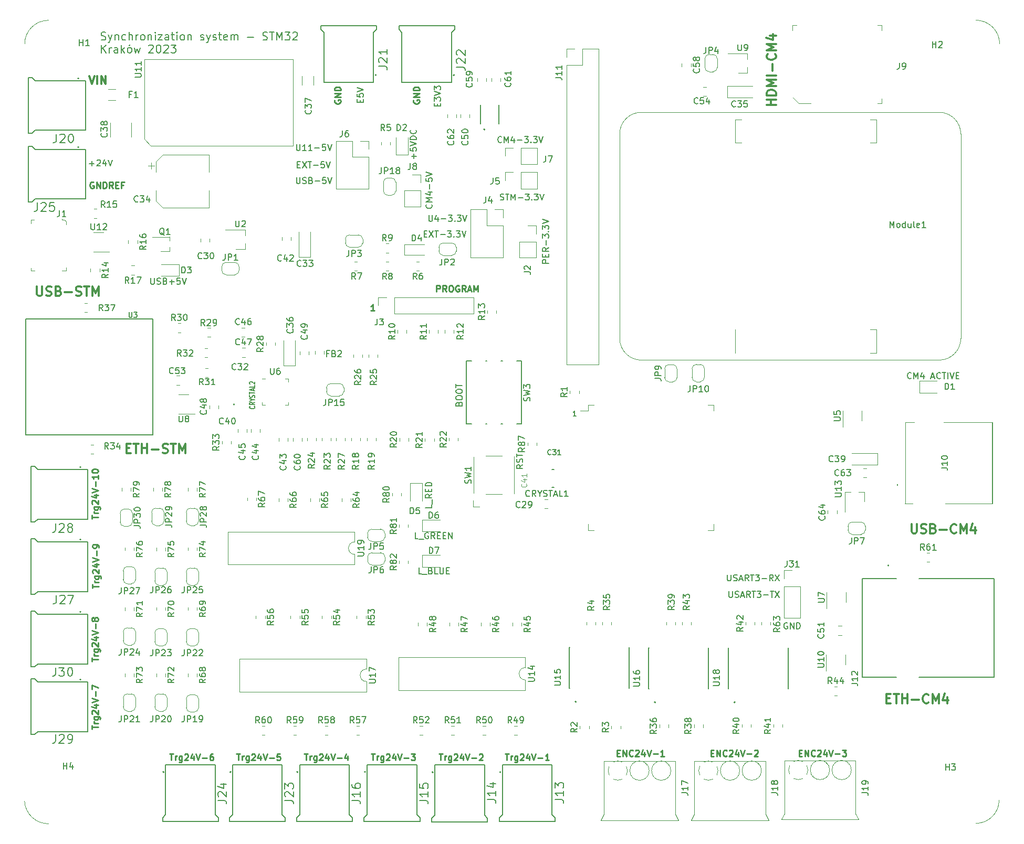
<source format=gbr>
%TF.GenerationSoftware,KiCad,Pcbnew,7.0.2*%
%TF.CreationDate,2023-08-01T13:01:46+02:00*%
%TF.ProjectId,jv_thesis,6a765f74-6865-4736-9973-2e6b69636164,rev?*%
%TF.SameCoordinates,Original*%
%TF.FileFunction,Legend,Top*%
%TF.FilePolarity,Positive*%
%FSLAX46Y46*%
G04 Gerber Fmt 4.6, Leading zero omitted, Abs format (unit mm)*
G04 Created by KiCad (PCBNEW 7.0.2) date 2023-08-01 13:01:46*
%MOMM*%
%LPD*%
G01*
G04 APERTURE LIST*
%ADD10C,0.050000*%
%ADD11C,0.190500*%
%ADD12C,0.150000*%
%ADD13C,0.254000*%
%ADD14C,0.300000*%
%ADD15C,0.203200*%
%ADD16C,0.098425*%
%ADD17C,0.317500*%
%ADD18C,0.152400*%
%ADD19C,0.200000*%
%ADD20C,0.120000*%
%ADD21C,0.127000*%
%ADD22C,0.100000*%
G04 APERTURE END LIST*
D10*
X58540000Y-33339948D02*
G75*
G03*
X54710000Y-37190000I0J-3830052D01*
G01*
X54690000Y-159360000D02*
G75*
G03*
X58540000Y-163024685I3850000J190000D01*
G01*
X208041591Y-162960010D02*
G75*
G03*
X211819998Y-159180000I28409J3750010D01*
G01*
X211910000Y-37180000D02*
G75*
G03*
X208050000Y-33320000I-3860000J0D01*
G01*
D11*
X143611600Y-97184083D02*
X143154400Y-97184083D01*
X143383000Y-97184083D02*
X143383000Y-96383983D01*
X143383000Y-96383983D02*
X143306800Y-96498283D01*
X143306800Y-96498283D02*
X143230600Y-96574483D01*
X143230600Y-96574483D02*
X143154400Y-96612583D01*
D12*
X98663095Y-56630809D02*
X98996428Y-56630809D01*
X99139285Y-57154619D02*
X98663095Y-57154619D01*
X98663095Y-57154619D02*
X98663095Y-56154619D01*
X98663095Y-56154619D02*
X99139285Y-56154619D01*
X99472619Y-56154619D02*
X100139285Y-57154619D01*
X100139285Y-56154619D02*
X99472619Y-57154619D01*
X100377381Y-56154619D02*
X100948809Y-56154619D01*
X100663095Y-57154619D02*
X100663095Y-56154619D01*
X101282143Y-56773666D02*
X102044048Y-56773666D01*
X102996428Y-56154619D02*
X102520238Y-56154619D01*
X102520238Y-56154619D02*
X102472619Y-56630809D01*
X102472619Y-56630809D02*
X102520238Y-56583190D01*
X102520238Y-56583190D02*
X102615476Y-56535571D01*
X102615476Y-56535571D02*
X102853571Y-56535571D01*
X102853571Y-56535571D02*
X102948809Y-56583190D01*
X102948809Y-56583190D02*
X102996428Y-56630809D01*
X102996428Y-56630809D02*
X103044047Y-56726047D01*
X103044047Y-56726047D02*
X103044047Y-56964142D01*
X103044047Y-56964142D02*
X102996428Y-57059380D01*
X102996428Y-57059380D02*
X102948809Y-57107000D01*
X102948809Y-57107000D02*
X102853571Y-57154619D01*
X102853571Y-57154619D02*
X102615476Y-57154619D01*
X102615476Y-57154619D02*
X102520238Y-57107000D01*
X102520238Y-57107000D02*
X102472619Y-57059380D01*
X103329762Y-56154619D02*
X103663095Y-57154619D01*
X103663095Y-57154619D02*
X103996428Y-56154619D01*
X139196619Y-72532904D02*
X138196619Y-72532904D01*
X138196619Y-72532904D02*
X138196619Y-72151952D01*
X138196619Y-72151952D02*
X138244238Y-72056714D01*
X138244238Y-72056714D02*
X138291857Y-72009095D01*
X138291857Y-72009095D02*
X138387095Y-71961476D01*
X138387095Y-71961476D02*
X138529952Y-71961476D01*
X138529952Y-71961476D02*
X138625190Y-72009095D01*
X138625190Y-72009095D02*
X138672809Y-72056714D01*
X138672809Y-72056714D02*
X138720428Y-72151952D01*
X138720428Y-72151952D02*
X138720428Y-72532904D01*
X138672809Y-71532904D02*
X138672809Y-71199571D01*
X139196619Y-71056714D02*
X139196619Y-71532904D01*
X139196619Y-71532904D02*
X138196619Y-71532904D01*
X138196619Y-71532904D02*
X138196619Y-71056714D01*
X139196619Y-70056714D02*
X138720428Y-70390047D01*
X139196619Y-70628142D02*
X138196619Y-70628142D01*
X138196619Y-70628142D02*
X138196619Y-70247190D01*
X138196619Y-70247190D02*
X138244238Y-70151952D01*
X138244238Y-70151952D02*
X138291857Y-70104333D01*
X138291857Y-70104333D02*
X138387095Y-70056714D01*
X138387095Y-70056714D02*
X138529952Y-70056714D01*
X138529952Y-70056714D02*
X138625190Y-70104333D01*
X138625190Y-70104333D02*
X138672809Y-70151952D01*
X138672809Y-70151952D02*
X138720428Y-70247190D01*
X138720428Y-70247190D02*
X138720428Y-70628142D01*
X138815666Y-69628142D02*
X138815666Y-68866238D01*
X138196619Y-68485285D02*
X138196619Y-67866238D01*
X138196619Y-67866238D02*
X138577571Y-68199571D01*
X138577571Y-68199571D02*
X138577571Y-68056714D01*
X138577571Y-68056714D02*
X138625190Y-67961476D01*
X138625190Y-67961476D02*
X138672809Y-67913857D01*
X138672809Y-67913857D02*
X138768047Y-67866238D01*
X138768047Y-67866238D02*
X139006142Y-67866238D01*
X139006142Y-67866238D02*
X139101380Y-67913857D01*
X139101380Y-67913857D02*
X139149000Y-67961476D01*
X139149000Y-67961476D02*
X139196619Y-68056714D01*
X139196619Y-68056714D02*
X139196619Y-68342428D01*
X139196619Y-68342428D02*
X139149000Y-68437666D01*
X139149000Y-68437666D02*
X139101380Y-68485285D01*
X139101380Y-67437666D02*
X139149000Y-67390047D01*
X139149000Y-67390047D02*
X139196619Y-67437666D01*
X139196619Y-67437666D02*
X139149000Y-67485285D01*
X139149000Y-67485285D02*
X139101380Y-67437666D01*
X139101380Y-67437666D02*
X139196619Y-67437666D01*
X138196619Y-67056714D02*
X138196619Y-66437667D01*
X138196619Y-66437667D02*
X138577571Y-66771000D01*
X138577571Y-66771000D02*
X138577571Y-66628143D01*
X138577571Y-66628143D02*
X138625190Y-66532905D01*
X138625190Y-66532905D02*
X138672809Y-66485286D01*
X138672809Y-66485286D02*
X138768047Y-66437667D01*
X138768047Y-66437667D02*
X139006142Y-66437667D01*
X139006142Y-66437667D02*
X139101380Y-66485286D01*
X139101380Y-66485286D02*
X139149000Y-66532905D01*
X139149000Y-66532905D02*
X139196619Y-66628143D01*
X139196619Y-66628143D02*
X139196619Y-66913857D01*
X139196619Y-66913857D02*
X139149000Y-67009095D01*
X139149000Y-67009095D02*
X139101380Y-67056714D01*
X138196619Y-66151952D02*
X139196619Y-65818619D01*
X139196619Y-65818619D02*
X138196619Y-65485286D01*
X119110095Y-67806809D02*
X119443428Y-67806809D01*
X119586285Y-68330619D02*
X119110095Y-68330619D01*
X119110095Y-68330619D02*
X119110095Y-67330619D01*
X119110095Y-67330619D02*
X119586285Y-67330619D01*
X119919619Y-67330619D02*
X120586285Y-68330619D01*
X120586285Y-67330619D02*
X119919619Y-68330619D01*
X120824381Y-67330619D02*
X121395809Y-67330619D01*
X121110095Y-68330619D02*
X121110095Y-67330619D01*
X121729143Y-67949666D02*
X122491048Y-67949666D01*
X122872000Y-67330619D02*
X123491047Y-67330619D01*
X123491047Y-67330619D02*
X123157714Y-67711571D01*
X123157714Y-67711571D02*
X123300571Y-67711571D01*
X123300571Y-67711571D02*
X123395809Y-67759190D01*
X123395809Y-67759190D02*
X123443428Y-67806809D01*
X123443428Y-67806809D02*
X123491047Y-67902047D01*
X123491047Y-67902047D02*
X123491047Y-68140142D01*
X123491047Y-68140142D02*
X123443428Y-68235380D01*
X123443428Y-68235380D02*
X123395809Y-68283000D01*
X123395809Y-68283000D02*
X123300571Y-68330619D01*
X123300571Y-68330619D02*
X123014857Y-68330619D01*
X123014857Y-68330619D02*
X122919619Y-68283000D01*
X122919619Y-68283000D02*
X122872000Y-68235380D01*
X123919619Y-68235380D02*
X123967238Y-68283000D01*
X123967238Y-68283000D02*
X123919619Y-68330619D01*
X123919619Y-68330619D02*
X123872000Y-68283000D01*
X123872000Y-68283000D02*
X123919619Y-68235380D01*
X123919619Y-68235380D02*
X123919619Y-68330619D01*
X124300571Y-67330619D02*
X124919618Y-67330619D01*
X124919618Y-67330619D02*
X124586285Y-67711571D01*
X124586285Y-67711571D02*
X124729142Y-67711571D01*
X124729142Y-67711571D02*
X124824380Y-67759190D01*
X124824380Y-67759190D02*
X124871999Y-67806809D01*
X124871999Y-67806809D02*
X124919618Y-67902047D01*
X124919618Y-67902047D02*
X124919618Y-68140142D01*
X124919618Y-68140142D02*
X124871999Y-68235380D01*
X124871999Y-68235380D02*
X124824380Y-68283000D01*
X124824380Y-68283000D02*
X124729142Y-68330619D01*
X124729142Y-68330619D02*
X124443428Y-68330619D01*
X124443428Y-68330619D02*
X124348190Y-68283000D01*
X124348190Y-68283000D02*
X124300571Y-68235380D01*
X125205333Y-67330619D02*
X125538666Y-68330619D01*
X125538666Y-68330619D02*
X125871999Y-67330619D01*
D13*
X150228904Y-151616470D02*
X150567571Y-151616470D01*
X150712714Y-152148660D02*
X150228904Y-152148660D01*
X150228904Y-152148660D02*
X150228904Y-151132660D01*
X150228904Y-151132660D02*
X150712714Y-151132660D01*
X151148142Y-152148660D02*
X151148142Y-151132660D01*
X151148142Y-151132660D02*
X151728714Y-152148660D01*
X151728714Y-152148660D02*
X151728714Y-151132660D01*
X152793095Y-152051899D02*
X152744714Y-152100280D01*
X152744714Y-152100280D02*
X152599571Y-152148660D01*
X152599571Y-152148660D02*
X152502809Y-152148660D01*
X152502809Y-152148660D02*
X152357666Y-152100280D01*
X152357666Y-152100280D02*
X152260904Y-152003518D01*
X152260904Y-152003518D02*
X152212523Y-151906756D01*
X152212523Y-151906756D02*
X152164142Y-151713232D01*
X152164142Y-151713232D02*
X152164142Y-151568089D01*
X152164142Y-151568089D02*
X152212523Y-151374565D01*
X152212523Y-151374565D02*
X152260904Y-151277803D01*
X152260904Y-151277803D02*
X152357666Y-151181041D01*
X152357666Y-151181041D02*
X152502809Y-151132660D01*
X152502809Y-151132660D02*
X152599571Y-151132660D01*
X152599571Y-151132660D02*
X152744714Y-151181041D01*
X152744714Y-151181041D02*
X152793095Y-151229422D01*
X153180142Y-151229422D02*
X153228523Y-151181041D01*
X153228523Y-151181041D02*
X153325285Y-151132660D01*
X153325285Y-151132660D02*
X153567190Y-151132660D01*
X153567190Y-151132660D02*
X153663952Y-151181041D01*
X153663952Y-151181041D02*
X153712333Y-151229422D01*
X153712333Y-151229422D02*
X153760714Y-151326184D01*
X153760714Y-151326184D02*
X153760714Y-151422946D01*
X153760714Y-151422946D02*
X153712333Y-151568089D01*
X153712333Y-151568089D02*
X153131761Y-152148660D01*
X153131761Y-152148660D02*
X153760714Y-152148660D01*
X154631571Y-151471327D02*
X154631571Y-152148660D01*
X154389666Y-151084280D02*
X154147761Y-151809994D01*
X154147761Y-151809994D02*
X154776714Y-151809994D01*
X155018618Y-151132660D02*
X155357285Y-152148660D01*
X155357285Y-152148660D02*
X155695952Y-151132660D01*
X156034618Y-151761613D02*
X156808714Y-151761613D01*
X157824714Y-152148660D02*
X157244142Y-152148660D01*
X157534428Y-152148660D02*
X157534428Y-151132660D01*
X157534428Y-151132660D02*
X157437666Y-151277803D01*
X157437666Y-151277803D02*
X157340904Y-151374565D01*
X157340904Y-151374565D02*
X157244142Y-151422946D01*
X99791761Y-151767660D02*
X100372333Y-151767660D01*
X100082047Y-152783660D02*
X100082047Y-151767660D01*
X100710999Y-152783660D02*
X100710999Y-152106327D01*
X100710999Y-152299851D02*
X100759380Y-152203089D01*
X100759380Y-152203089D02*
X100807761Y-152154708D01*
X100807761Y-152154708D02*
X100904523Y-152106327D01*
X100904523Y-152106327D02*
X101001285Y-152106327D01*
X101775380Y-152106327D02*
X101775380Y-152928803D01*
X101775380Y-152928803D02*
X101726999Y-153025565D01*
X101726999Y-153025565D02*
X101678618Y-153073946D01*
X101678618Y-153073946D02*
X101581856Y-153122327D01*
X101581856Y-153122327D02*
X101436713Y-153122327D01*
X101436713Y-153122327D02*
X101339951Y-153073946D01*
X101775380Y-152735280D02*
X101678618Y-152783660D01*
X101678618Y-152783660D02*
X101485094Y-152783660D01*
X101485094Y-152783660D02*
X101388332Y-152735280D01*
X101388332Y-152735280D02*
X101339951Y-152686899D01*
X101339951Y-152686899D02*
X101291570Y-152590137D01*
X101291570Y-152590137D02*
X101291570Y-152299851D01*
X101291570Y-152299851D02*
X101339951Y-152203089D01*
X101339951Y-152203089D02*
X101388332Y-152154708D01*
X101388332Y-152154708D02*
X101485094Y-152106327D01*
X101485094Y-152106327D02*
X101678618Y-152106327D01*
X101678618Y-152106327D02*
X101775380Y-152154708D01*
X102210808Y-151864422D02*
X102259189Y-151816041D01*
X102259189Y-151816041D02*
X102355951Y-151767660D01*
X102355951Y-151767660D02*
X102597856Y-151767660D01*
X102597856Y-151767660D02*
X102694618Y-151816041D01*
X102694618Y-151816041D02*
X102742999Y-151864422D01*
X102742999Y-151864422D02*
X102791380Y-151961184D01*
X102791380Y-151961184D02*
X102791380Y-152057946D01*
X102791380Y-152057946D02*
X102742999Y-152203089D01*
X102742999Y-152203089D02*
X102162427Y-152783660D01*
X102162427Y-152783660D02*
X102791380Y-152783660D01*
X103662237Y-152106327D02*
X103662237Y-152783660D01*
X103420332Y-151719280D02*
X103178427Y-152444994D01*
X103178427Y-152444994D02*
X103807380Y-152444994D01*
X104049284Y-151767660D02*
X104387951Y-152783660D01*
X104387951Y-152783660D02*
X104726618Y-151767660D01*
X105065284Y-152396613D02*
X105839380Y-152396613D01*
X106758618Y-152106327D02*
X106758618Y-152783660D01*
X106516713Y-151719280D02*
X106274808Y-152444994D01*
X106274808Y-152444994D02*
X106903761Y-152444994D01*
D14*
X56687142Y-76316428D02*
X56687142Y-77530714D01*
X56687142Y-77530714D02*
X56758571Y-77673571D01*
X56758571Y-77673571D02*
X56830000Y-77745000D01*
X56830000Y-77745000D02*
X56972857Y-77816428D01*
X56972857Y-77816428D02*
X57258571Y-77816428D01*
X57258571Y-77816428D02*
X57401428Y-77745000D01*
X57401428Y-77745000D02*
X57472857Y-77673571D01*
X57472857Y-77673571D02*
X57544285Y-77530714D01*
X57544285Y-77530714D02*
X57544285Y-76316428D01*
X58187143Y-77745000D02*
X58401429Y-77816428D01*
X58401429Y-77816428D02*
X58758571Y-77816428D01*
X58758571Y-77816428D02*
X58901429Y-77745000D01*
X58901429Y-77745000D02*
X58972857Y-77673571D01*
X58972857Y-77673571D02*
X59044286Y-77530714D01*
X59044286Y-77530714D02*
X59044286Y-77387857D01*
X59044286Y-77387857D02*
X58972857Y-77245000D01*
X58972857Y-77245000D02*
X58901429Y-77173571D01*
X58901429Y-77173571D02*
X58758571Y-77102142D01*
X58758571Y-77102142D02*
X58472857Y-77030714D01*
X58472857Y-77030714D02*
X58330000Y-76959285D01*
X58330000Y-76959285D02*
X58258571Y-76887857D01*
X58258571Y-76887857D02*
X58187143Y-76745000D01*
X58187143Y-76745000D02*
X58187143Y-76602142D01*
X58187143Y-76602142D02*
X58258571Y-76459285D01*
X58258571Y-76459285D02*
X58330000Y-76387857D01*
X58330000Y-76387857D02*
X58472857Y-76316428D01*
X58472857Y-76316428D02*
X58830000Y-76316428D01*
X58830000Y-76316428D02*
X59044286Y-76387857D01*
X60187142Y-77030714D02*
X60401428Y-77102142D01*
X60401428Y-77102142D02*
X60472857Y-77173571D01*
X60472857Y-77173571D02*
X60544285Y-77316428D01*
X60544285Y-77316428D02*
X60544285Y-77530714D01*
X60544285Y-77530714D02*
X60472857Y-77673571D01*
X60472857Y-77673571D02*
X60401428Y-77745000D01*
X60401428Y-77745000D02*
X60258571Y-77816428D01*
X60258571Y-77816428D02*
X59687142Y-77816428D01*
X59687142Y-77816428D02*
X59687142Y-76316428D01*
X59687142Y-76316428D02*
X60187142Y-76316428D01*
X60187142Y-76316428D02*
X60330000Y-76387857D01*
X60330000Y-76387857D02*
X60401428Y-76459285D01*
X60401428Y-76459285D02*
X60472857Y-76602142D01*
X60472857Y-76602142D02*
X60472857Y-76745000D01*
X60472857Y-76745000D02*
X60401428Y-76887857D01*
X60401428Y-76887857D02*
X60330000Y-76959285D01*
X60330000Y-76959285D02*
X60187142Y-77030714D01*
X60187142Y-77030714D02*
X59687142Y-77030714D01*
X61187142Y-77245000D02*
X62330000Y-77245000D01*
X62972857Y-77745000D02*
X63187143Y-77816428D01*
X63187143Y-77816428D02*
X63544285Y-77816428D01*
X63544285Y-77816428D02*
X63687143Y-77745000D01*
X63687143Y-77745000D02*
X63758571Y-77673571D01*
X63758571Y-77673571D02*
X63830000Y-77530714D01*
X63830000Y-77530714D02*
X63830000Y-77387857D01*
X63830000Y-77387857D02*
X63758571Y-77245000D01*
X63758571Y-77245000D02*
X63687143Y-77173571D01*
X63687143Y-77173571D02*
X63544285Y-77102142D01*
X63544285Y-77102142D02*
X63258571Y-77030714D01*
X63258571Y-77030714D02*
X63115714Y-76959285D01*
X63115714Y-76959285D02*
X63044285Y-76887857D01*
X63044285Y-76887857D02*
X62972857Y-76745000D01*
X62972857Y-76745000D02*
X62972857Y-76602142D01*
X62972857Y-76602142D02*
X63044285Y-76459285D01*
X63044285Y-76459285D02*
X63115714Y-76387857D01*
X63115714Y-76387857D02*
X63258571Y-76316428D01*
X63258571Y-76316428D02*
X63615714Y-76316428D01*
X63615714Y-76316428D02*
X63830000Y-76387857D01*
X64258571Y-76316428D02*
X65115714Y-76316428D01*
X64687142Y-77816428D02*
X64687142Y-76316428D01*
X65615713Y-77816428D02*
X65615713Y-76316428D01*
X65615713Y-76316428D02*
X66115713Y-77387857D01*
X66115713Y-77387857D02*
X66615713Y-76316428D01*
X66615713Y-76316428D02*
X66615713Y-77816428D01*
X175838428Y-47013857D02*
X174338428Y-47013857D01*
X175052714Y-47013857D02*
X175052714Y-46156714D01*
X175838428Y-46156714D02*
X174338428Y-46156714D01*
X175838428Y-45442428D02*
X174338428Y-45442428D01*
X174338428Y-45442428D02*
X174338428Y-45085285D01*
X174338428Y-45085285D02*
X174409857Y-44870999D01*
X174409857Y-44870999D02*
X174552714Y-44728142D01*
X174552714Y-44728142D02*
X174695571Y-44656713D01*
X174695571Y-44656713D02*
X174981285Y-44585285D01*
X174981285Y-44585285D02*
X175195571Y-44585285D01*
X175195571Y-44585285D02*
X175481285Y-44656713D01*
X175481285Y-44656713D02*
X175624142Y-44728142D01*
X175624142Y-44728142D02*
X175767000Y-44870999D01*
X175767000Y-44870999D02*
X175838428Y-45085285D01*
X175838428Y-45085285D02*
X175838428Y-45442428D01*
X175838428Y-43942428D02*
X174338428Y-43942428D01*
X174338428Y-43942428D02*
X175409857Y-43442428D01*
X175409857Y-43442428D02*
X174338428Y-42942428D01*
X174338428Y-42942428D02*
X175838428Y-42942428D01*
X175838428Y-42228142D02*
X174338428Y-42228142D01*
X175267000Y-41513856D02*
X175267000Y-40370999D01*
X175695571Y-38799570D02*
X175767000Y-38870998D01*
X175767000Y-38870998D02*
X175838428Y-39085284D01*
X175838428Y-39085284D02*
X175838428Y-39228141D01*
X175838428Y-39228141D02*
X175767000Y-39442427D01*
X175767000Y-39442427D02*
X175624142Y-39585284D01*
X175624142Y-39585284D02*
X175481285Y-39656713D01*
X175481285Y-39656713D02*
X175195571Y-39728141D01*
X175195571Y-39728141D02*
X174981285Y-39728141D01*
X174981285Y-39728141D02*
X174695571Y-39656713D01*
X174695571Y-39656713D02*
X174552714Y-39585284D01*
X174552714Y-39585284D02*
X174409857Y-39442427D01*
X174409857Y-39442427D02*
X174338428Y-39228141D01*
X174338428Y-39228141D02*
X174338428Y-39085284D01*
X174338428Y-39085284D02*
X174409857Y-38870998D01*
X174409857Y-38870998D02*
X174481285Y-38799570D01*
X175838428Y-38156713D02*
X174338428Y-38156713D01*
X174338428Y-38156713D02*
X175409857Y-37656713D01*
X175409857Y-37656713D02*
X174338428Y-37156713D01*
X174338428Y-37156713D02*
X175838428Y-37156713D01*
X174838428Y-35799570D02*
X175838428Y-35799570D01*
X174267000Y-36156712D02*
X175338428Y-36513855D01*
X175338428Y-36513855D02*
X175338428Y-35585284D01*
D13*
X111124095Y-80225660D02*
X110543523Y-80225660D01*
X110833809Y-80225660D02*
X110833809Y-79209660D01*
X110833809Y-79209660D02*
X110737047Y-79354803D01*
X110737047Y-79354803D02*
X110640285Y-79451565D01*
X110640285Y-79451565D02*
X110543523Y-79499946D01*
D12*
X168005095Y-122829619D02*
X168005095Y-123639142D01*
X168005095Y-123639142D02*
X168052714Y-123734380D01*
X168052714Y-123734380D02*
X168100333Y-123782000D01*
X168100333Y-123782000D02*
X168195571Y-123829619D01*
X168195571Y-123829619D02*
X168386047Y-123829619D01*
X168386047Y-123829619D02*
X168481285Y-123782000D01*
X168481285Y-123782000D02*
X168528904Y-123734380D01*
X168528904Y-123734380D02*
X168576523Y-123639142D01*
X168576523Y-123639142D02*
X168576523Y-122829619D01*
X169005095Y-123782000D02*
X169147952Y-123829619D01*
X169147952Y-123829619D02*
X169386047Y-123829619D01*
X169386047Y-123829619D02*
X169481285Y-123782000D01*
X169481285Y-123782000D02*
X169528904Y-123734380D01*
X169528904Y-123734380D02*
X169576523Y-123639142D01*
X169576523Y-123639142D02*
X169576523Y-123543904D01*
X169576523Y-123543904D02*
X169528904Y-123448666D01*
X169528904Y-123448666D02*
X169481285Y-123401047D01*
X169481285Y-123401047D02*
X169386047Y-123353428D01*
X169386047Y-123353428D02*
X169195571Y-123305809D01*
X169195571Y-123305809D02*
X169100333Y-123258190D01*
X169100333Y-123258190D02*
X169052714Y-123210571D01*
X169052714Y-123210571D02*
X169005095Y-123115333D01*
X169005095Y-123115333D02*
X169005095Y-123020095D01*
X169005095Y-123020095D02*
X169052714Y-122924857D01*
X169052714Y-122924857D02*
X169100333Y-122877238D01*
X169100333Y-122877238D02*
X169195571Y-122829619D01*
X169195571Y-122829619D02*
X169433666Y-122829619D01*
X169433666Y-122829619D02*
X169576523Y-122877238D01*
X169957476Y-123543904D02*
X170433666Y-123543904D01*
X169862238Y-123829619D02*
X170195571Y-122829619D01*
X170195571Y-122829619D02*
X170528904Y-123829619D01*
X171433666Y-123829619D02*
X171100333Y-123353428D01*
X170862238Y-123829619D02*
X170862238Y-122829619D01*
X170862238Y-122829619D02*
X171243190Y-122829619D01*
X171243190Y-122829619D02*
X171338428Y-122877238D01*
X171338428Y-122877238D02*
X171386047Y-122924857D01*
X171386047Y-122924857D02*
X171433666Y-123020095D01*
X171433666Y-123020095D02*
X171433666Y-123162952D01*
X171433666Y-123162952D02*
X171386047Y-123258190D01*
X171386047Y-123258190D02*
X171338428Y-123305809D01*
X171338428Y-123305809D02*
X171243190Y-123353428D01*
X171243190Y-123353428D02*
X170862238Y-123353428D01*
X171719381Y-122829619D02*
X172290809Y-122829619D01*
X172005095Y-123829619D02*
X172005095Y-122829619D01*
X172528905Y-122829619D02*
X173147952Y-122829619D01*
X173147952Y-122829619D02*
X172814619Y-123210571D01*
X172814619Y-123210571D02*
X172957476Y-123210571D01*
X172957476Y-123210571D02*
X173052714Y-123258190D01*
X173052714Y-123258190D02*
X173100333Y-123305809D01*
X173100333Y-123305809D02*
X173147952Y-123401047D01*
X173147952Y-123401047D02*
X173147952Y-123639142D01*
X173147952Y-123639142D02*
X173100333Y-123734380D01*
X173100333Y-123734380D02*
X173052714Y-123782000D01*
X173052714Y-123782000D02*
X172957476Y-123829619D01*
X172957476Y-123829619D02*
X172671762Y-123829619D01*
X172671762Y-123829619D02*
X172576524Y-123782000D01*
X172576524Y-123782000D02*
X172528905Y-123734380D01*
X173576524Y-123448666D02*
X174338429Y-123448666D01*
X175386047Y-123829619D02*
X175052714Y-123353428D01*
X174814619Y-123829619D02*
X174814619Y-122829619D01*
X174814619Y-122829619D02*
X175195571Y-122829619D01*
X175195571Y-122829619D02*
X175290809Y-122877238D01*
X175290809Y-122877238D02*
X175338428Y-122924857D01*
X175338428Y-122924857D02*
X175386047Y-123020095D01*
X175386047Y-123020095D02*
X175386047Y-123162952D01*
X175386047Y-123162952D02*
X175338428Y-123258190D01*
X175338428Y-123258190D02*
X175290809Y-123305809D01*
X175290809Y-123305809D02*
X175195571Y-123353428D01*
X175195571Y-123353428D02*
X174814619Y-123353428D01*
X175719381Y-122829619D02*
X176386047Y-123829619D01*
X176386047Y-122829619D02*
X175719381Y-123829619D01*
D14*
X193651142Y-142794714D02*
X194151142Y-142794714D01*
X194365428Y-143580428D02*
X193651142Y-143580428D01*
X193651142Y-143580428D02*
X193651142Y-142080428D01*
X193651142Y-142080428D02*
X194365428Y-142080428D01*
X194794000Y-142080428D02*
X195651143Y-142080428D01*
X195222571Y-143580428D02*
X195222571Y-142080428D01*
X196151142Y-143580428D02*
X196151142Y-142080428D01*
X196151142Y-142794714D02*
X197008285Y-142794714D01*
X197008285Y-143580428D02*
X197008285Y-142080428D01*
X197722571Y-143009000D02*
X198865429Y-143009000D01*
X200436857Y-143437571D02*
X200365429Y-143509000D01*
X200365429Y-143509000D02*
X200151143Y-143580428D01*
X200151143Y-143580428D02*
X200008286Y-143580428D01*
X200008286Y-143580428D02*
X199794000Y-143509000D01*
X199794000Y-143509000D02*
X199651143Y-143366142D01*
X199651143Y-143366142D02*
X199579714Y-143223285D01*
X199579714Y-143223285D02*
X199508286Y-142937571D01*
X199508286Y-142937571D02*
X199508286Y-142723285D01*
X199508286Y-142723285D02*
X199579714Y-142437571D01*
X199579714Y-142437571D02*
X199651143Y-142294714D01*
X199651143Y-142294714D02*
X199794000Y-142151857D01*
X199794000Y-142151857D02*
X200008286Y-142080428D01*
X200008286Y-142080428D02*
X200151143Y-142080428D01*
X200151143Y-142080428D02*
X200365429Y-142151857D01*
X200365429Y-142151857D02*
X200436857Y-142223285D01*
X201079714Y-143580428D02*
X201079714Y-142080428D01*
X201079714Y-142080428D02*
X201579714Y-143151857D01*
X201579714Y-143151857D02*
X202079714Y-142080428D01*
X202079714Y-142080428D02*
X202079714Y-143580428D01*
X203436858Y-142580428D02*
X203436858Y-143580428D01*
X203079715Y-142009000D02*
X202722572Y-143080428D01*
X202722572Y-143080428D02*
X203651143Y-143080428D01*
D13*
X65661660Y-124998238D02*
X65661660Y-124417666D01*
X66677660Y-124707952D02*
X65661660Y-124707952D01*
X66677660Y-124079000D02*
X66000327Y-124079000D01*
X66193851Y-124079000D02*
X66097089Y-124030619D01*
X66097089Y-124030619D02*
X66048708Y-123982238D01*
X66048708Y-123982238D02*
X66000327Y-123885476D01*
X66000327Y-123885476D02*
X66000327Y-123788714D01*
X66000327Y-123014619D02*
X66822803Y-123014619D01*
X66822803Y-123014619D02*
X66919565Y-123063000D01*
X66919565Y-123063000D02*
X66967946Y-123111381D01*
X66967946Y-123111381D02*
X67016327Y-123208143D01*
X67016327Y-123208143D02*
X67016327Y-123353286D01*
X67016327Y-123353286D02*
X66967946Y-123450048D01*
X66629280Y-123014619D02*
X66677660Y-123111381D01*
X66677660Y-123111381D02*
X66677660Y-123304905D01*
X66677660Y-123304905D02*
X66629280Y-123401667D01*
X66629280Y-123401667D02*
X66580899Y-123450048D01*
X66580899Y-123450048D02*
X66484137Y-123498429D01*
X66484137Y-123498429D02*
X66193851Y-123498429D01*
X66193851Y-123498429D02*
X66097089Y-123450048D01*
X66097089Y-123450048D02*
X66048708Y-123401667D01*
X66048708Y-123401667D02*
X66000327Y-123304905D01*
X66000327Y-123304905D02*
X66000327Y-123111381D01*
X66000327Y-123111381D02*
X66048708Y-123014619D01*
X65758422Y-122579191D02*
X65710041Y-122530810D01*
X65710041Y-122530810D02*
X65661660Y-122434048D01*
X65661660Y-122434048D02*
X65661660Y-122192143D01*
X65661660Y-122192143D02*
X65710041Y-122095381D01*
X65710041Y-122095381D02*
X65758422Y-122047000D01*
X65758422Y-122047000D02*
X65855184Y-121998619D01*
X65855184Y-121998619D02*
X65951946Y-121998619D01*
X65951946Y-121998619D02*
X66097089Y-122047000D01*
X66097089Y-122047000D02*
X66677660Y-122627572D01*
X66677660Y-122627572D02*
X66677660Y-121998619D01*
X66000327Y-121127762D02*
X66677660Y-121127762D01*
X65613280Y-121369667D02*
X66338994Y-121611572D01*
X66338994Y-121611572D02*
X66338994Y-120982619D01*
X65661660Y-120740715D02*
X66677660Y-120402048D01*
X66677660Y-120402048D02*
X65661660Y-120063381D01*
X66290613Y-119724715D02*
X66290613Y-118950620D01*
X66677660Y-118418429D02*
X66677660Y-118224905D01*
X66677660Y-118224905D02*
X66629280Y-118128143D01*
X66629280Y-118128143D02*
X66580899Y-118079762D01*
X66580899Y-118079762D02*
X66435756Y-117983000D01*
X66435756Y-117983000D02*
X66242232Y-117934619D01*
X66242232Y-117934619D02*
X65855184Y-117934619D01*
X65855184Y-117934619D02*
X65758422Y-117983000D01*
X65758422Y-117983000D02*
X65710041Y-118031381D01*
X65710041Y-118031381D02*
X65661660Y-118128143D01*
X65661660Y-118128143D02*
X65661660Y-118321667D01*
X65661660Y-118321667D02*
X65710041Y-118418429D01*
X65710041Y-118418429D02*
X65758422Y-118466810D01*
X65758422Y-118466810D02*
X65855184Y-118515191D01*
X65855184Y-118515191D02*
X66097089Y-118515191D01*
X66097089Y-118515191D02*
X66193851Y-118466810D01*
X66193851Y-118466810D02*
X66242232Y-118418429D01*
X66242232Y-118418429D02*
X66290613Y-118321667D01*
X66290613Y-118321667D02*
X66290613Y-118128143D01*
X66290613Y-118128143D02*
X66242232Y-118031381D01*
X66242232Y-118031381D02*
X66193851Y-117983000D01*
X66193851Y-117983000D02*
X66097089Y-117934619D01*
D12*
X177672904Y-130624238D02*
X177577666Y-130576619D01*
X177577666Y-130576619D02*
X177434809Y-130576619D01*
X177434809Y-130576619D02*
X177291952Y-130624238D01*
X177291952Y-130624238D02*
X177196714Y-130719476D01*
X177196714Y-130719476D02*
X177149095Y-130814714D01*
X177149095Y-130814714D02*
X177101476Y-131005190D01*
X177101476Y-131005190D02*
X177101476Y-131148047D01*
X177101476Y-131148047D02*
X177149095Y-131338523D01*
X177149095Y-131338523D02*
X177196714Y-131433761D01*
X177196714Y-131433761D02*
X177291952Y-131529000D01*
X177291952Y-131529000D02*
X177434809Y-131576619D01*
X177434809Y-131576619D02*
X177530047Y-131576619D01*
X177530047Y-131576619D02*
X177672904Y-131529000D01*
X177672904Y-131529000D02*
X177720523Y-131481380D01*
X177720523Y-131481380D02*
X177720523Y-131148047D01*
X177720523Y-131148047D02*
X177530047Y-131148047D01*
X178149095Y-131576619D02*
X178149095Y-130576619D01*
X178149095Y-130576619D02*
X178720523Y-131576619D01*
X178720523Y-131576619D02*
X178720523Y-130576619D01*
X179196714Y-131576619D02*
X179196714Y-130576619D01*
X179196714Y-130576619D02*
X179434809Y-130576619D01*
X179434809Y-130576619D02*
X179577666Y-130624238D01*
X179577666Y-130624238D02*
X179672904Y-130719476D01*
X179672904Y-130719476D02*
X179720523Y-130814714D01*
X179720523Y-130814714D02*
X179768142Y-131005190D01*
X179768142Y-131005190D02*
X179768142Y-131148047D01*
X179768142Y-131148047D02*
X179720523Y-131338523D01*
X179720523Y-131338523D02*
X179672904Y-131433761D01*
X179672904Y-131433761D02*
X179577666Y-131529000D01*
X179577666Y-131529000D02*
X179434809Y-131576619D01*
X179434809Y-131576619D02*
X179196714Y-131576619D01*
D13*
X65534660Y-136809238D02*
X65534660Y-136228666D01*
X66550660Y-136518952D02*
X65534660Y-136518952D01*
X66550660Y-135890000D02*
X65873327Y-135890000D01*
X66066851Y-135890000D02*
X65970089Y-135841619D01*
X65970089Y-135841619D02*
X65921708Y-135793238D01*
X65921708Y-135793238D02*
X65873327Y-135696476D01*
X65873327Y-135696476D02*
X65873327Y-135599714D01*
X65873327Y-134825619D02*
X66695803Y-134825619D01*
X66695803Y-134825619D02*
X66792565Y-134874000D01*
X66792565Y-134874000D02*
X66840946Y-134922381D01*
X66840946Y-134922381D02*
X66889327Y-135019143D01*
X66889327Y-135019143D02*
X66889327Y-135164286D01*
X66889327Y-135164286D02*
X66840946Y-135261048D01*
X66502280Y-134825619D02*
X66550660Y-134922381D01*
X66550660Y-134922381D02*
X66550660Y-135115905D01*
X66550660Y-135115905D02*
X66502280Y-135212667D01*
X66502280Y-135212667D02*
X66453899Y-135261048D01*
X66453899Y-135261048D02*
X66357137Y-135309429D01*
X66357137Y-135309429D02*
X66066851Y-135309429D01*
X66066851Y-135309429D02*
X65970089Y-135261048D01*
X65970089Y-135261048D02*
X65921708Y-135212667D01*
X65921708Y-135212667D02*
X65873327Y-135115905D01*
X65873327Y-135115905D02*
X65873327Y-134922381D01*
X65873327Y-134922381D02*
X65921708Y-134825619D01*
X65631422Y-134390191D02*
X65583041Y-134341810D01*
X65583041Y-134341810D02*
X65534660Y-134245048D01*
X65534660Y-134245048D02*
X65534660Y-134003143D01*
X65534660Y-134003143D02*
X65583041Y-133906381D01*
X65583041Y-133906381D02*
X65631422Y-133858000D01*
X65631422Y-133858000D02*
X65728184Y-133809619D01*
X65728184Y-133809619D02*
X65824946Y-133809619D01*
X65824946Y-133809619D02*
X65970089Y-133858000D01*
X65970089Y-133858000D02*
X66550660Y-134438572D01*
X66550660Y-134438572D02*
X66550660Y-133809619D01*
X65873327Y-132938762D02*
X66550660Y-132938762D01*
X65486280Y-133180667D02*
X66211994Y-133422572D01*
X66211994Y-133422572D02*
X66211994Y-132793619D01*
X65534660Y-132551715D02*
X66550660Y-132213048D01*
X66550660Y-132213048D02*
X65534660Y-131874381D01*
X66163613Y-131535715D02*
X66163613Y-130761620D01*
X65970089Y-130132667D02*
X65921708Y-130229429D01*
X65921708Y-130229429D02*
X65873327Y-130277810D01*
X65873327Y-130277810D02*
X65776565Y-130326191D01*
X65776565Y-130326191D02*
X65728184Y-130326191D01*
X65728184Y-130326191D02*
X65631422Y-130277810D01*
X65631422Y-130277810D02*
X65583041Y-130229429D01*
X65583041Y-130229429D02*
X65534660Y-130132667D01*
X65534660Y-130132667D02*
X65534660Y-129939143D01*
X65534660Y-129939143D02*
X65583041Y-129842381D01*
X65583041Y-129842381D02*
X65631422Y-129794000D01*
X65631422Y-129794000D02*
X65728184Y-129745619D01*
X65728184Y-129745619D02*
X65776565Y-129745619D01*
X65776565Y-129745619D02*
X65873327Y-129794000D01*
X65873327Y-129794000D02*
X65921708Y-129842381D01*
X65921708Y-129842381D02*
X65970089Y-129939143D01*
X65970089Y-129939143D02*
X65970089Y-130132667D01*
X65970089Y-130132667D02*
X66018470Y-130229429D01*
X66018470Y-130229429D02*
X66066851Y-130277810D01*
X66066851Y-130277810D02*
X66163613Y-130326191D01*
X66163613Y-130326191D02*
X66357137Y-130326191D01*
X66357137Y-130326191D02*
X66453899Y-130277810D01*
X66453899Y-130277810D02*
X66502280Y-130229429D01*
X66502280Y-130229429D02*
X66550660Y-130132667D01*
X66550660Y-130132667D02*
X66550660Y-129939143D01*
X66550660Y-129939143D02*
X66502280Y-129842381D01*
X66502280Y-129842381D02*
X66453899Y-129794000D01*
X66453899Y-129794000D02*
X66357137Y-129745619D01*
X66357137Y-129745619D02*
X66163613Y-129745619D01*
X66163613Y-129745619D02*
X66066851Y-129794000D01*
X66066851Y-129794000D02*
X66018470Y-129842381D01*
X66018470Y-129842381D02*
X65970089Y-129939143D01*
X88869761Y-151767660D02*
X89450333Y-151767660D01*
X89160047Y-152783660D02*
X89160047Y-151767660D01*
X89788999Y-152783660D02*
X89788999Y-152106327D01*
X89788999Y-152299851D02*
X89837380Y-152203089D01*
X89837380Y-152203089D02*
X89885761Y-152154708D01*
X89885761Y-152154708D02*
X89982523Y-152106327D01*
X89982523Y-152106327D02*
X90079285Y-152106327D01*
X90853380Y-152106327D02*
X90853380Y-152928803D01*
X90853380Y-152928803D02*
X90804999Y-153025565D01*
X90804999Y-153025565D02*
X90756618Y-153073946D01*
X90756618Y-153073946D02*
X90659856Y-153122327D01*
X90659856Y-153122327D02*
X90514713Y-153122327D01*
X90514713Y-153122327D02*
X90417951Y-153073946D01*
X90853380Y-152735280D02*
X90756618Y-152783660D01*
X90756618Y-152783660D02*
X90563094Y-152783660D01*
X90563094Y-152783660D02*
X90466332Y-152735280D01*
X90466332Y-152735280D02*
X90417951Y-152686899D01*
X90417951Y-152686899D02*
X90369570Y-152590137D01*
X90369570Y-152590137D02*
X90369570Y-152299851D01*
X90369570Y-152299851D02*
X90417951Y-152203089D01*
X90417951Y-152203089D02*
X90466332Y-152154708D01*
X90466332Y-152154708D02*
X90563094Y-152106327D01*
X90563094Y-152106327D02*
X90756618Y-152106327D01*
X90756618Y-152106327D02*
X90853380Y-152154708D01*
X91288808Y-151864422D02*
X91337189Y-151816041D01*
X91337189Y-151816041D02*
X91433951Y-151767660D01*
X91433951Y-151767660D02*
X91675856Y-151767660D01*
X91675856Y-151767660D02*
X91772618Y-151816041D01*
X91772618Y-151816041D02*
X91820999Y-151864422D01*
X91820999Y-151864422D02*
X91869380Y-151961184D01*
X91869380Y-151961184D02*
X91869380Y-152057946D01*
X91869380Y-152057946D02*
X91820999Y-152203089D01*
X91820999Y-152203089D02*
X91240427Y-152783660D01*
X91240427Y-152783660D02*
X91869380Y-152783660D01*
X92740237Y-152106327D02*
X92740237Y-152783660D01*
X92498332Y-151719280D02*
X92256427Y-152444994D01*
X92256427Y-152444994D02*
X92885380Y-152444994D01*
X93127284Y-151767660D02*
X93465951Y-152783660D01*
X93465951Y-152783660D02*
X93804618Y-151767660D01*
X94143284Y-152396613D02*
X94917380Y-152396613D01*
X95884999Y-151767660D02*
X95401189Y-151767660D01*
X95401189Y-151767660D02*
X95352808Y-152251470D01*
X95352808Y-152251470D02*
X95401189Y-152203089D01*
X95401189Y-152203089D02*
X95497951Y-152154708D01*
X95497951Y-152154708D02*
X95739856Y-152154708D01*
X95739856Y-152154708D02*
X95836618Y-152203089D01*
X95836618Y-152203089D02*
X95884999Y-152251470D01*
X95884999Y-152251470D02*
X95933380Y-152348232D01*
X95933380Y-152348232D02*
X95933380Y-152590137D01*
X95933380Y-152590137D02*
X95884999Y-152686899D01*
X95884999Y-152686899D02*
X95836618Y-152735280D01*
X95836618Y-152735280D02*
X95739856Y-152783660D01*
X95739856Y-152783660D02*
X95497951Y-152783660D01*
X95497951Y-152783660D02*
X95401189Y-152735280D01*
X95401189Y-152735280D02*
X95352808Y-152686899D01*
X179565904Y-151616470D02*
X179904571Y-151616470D01*
X180049714Y-152148660D02*
X179565904Y-152148660D01*
X179565904Y-152148660D02*
X179565904Y-151132660D01*
X179565904Y-151132660D02*
X180049714Y-151132660D01*
X180485142Y-152148660D02*
X180485142Y-151132660D01*
X180485142Y-151132660D02*
X181065714Y-152148660D01*
X181065714Y-152148660D02*
X181065714Y-151132660D01*
X182130095Y-152051899D02*
X182081714Y-152100280D01*
X182081714Y-152100280D02*
X181936571Y-152148660D01*
X181936571Y-152148660D02*
X181839809Y-152148660D01*
X181839809Y-152148660D02*
X181694666Y-152100280D01*
X181694666Y-152100280D02*
X181597904Y-152003518D01*
X181597904Y-152003518D02*
X181549523Y-151906756D01*
X181549523Y-151906756D02*
X181501142Y-151713232D01*
X181501142Y-151713232D02*
X181501142Y-151568089D01*
X181501142Y-151568089D02*
X181549523Y-151374565D01*
X181549523Y-151374565D02*
X181597904Y-151277803D01*
X181597904Y-151277803D02*
X181694666Y-151181041D01*
X181694666Y-151181041D02*
X181839809Y-151132660D01*
X181839809Y-151132660D02*
X181936571Y-151132660D01*
X181936571Y-151132660D02*
X182081714Y-151181041D01*
X182081714Y-151181041D02*
X182130095Y-151229422D01*
X182517142Y-151229422D02*
X182565523Y-151181041D01*
X182565523Y-151181041D02*
X182662285Y-151132660D01*
X182662285Y-151132660D02*
X182904190Y-151132660D01*
X182904190Y-151132660D02*
X183000952Y-151181041D01*
X183000952Y-151181041D02*
X183049333Y-151229422D01*
X183049333Y-151229422D02*
X183097714Y-151326184D01*
X183097714Y-151326184D02*
X183097714Y-151422946D01*
X183097714Y-151422946D02*
X183049333Y-151568089D01*
X183049333Y-151568089D02*
X182468761Y-152148660D01*
X182468761Y-152148660D02*
X183097714Y-152148660D01*
X183968571Y-151471327D02*
X183968571Y-152148660D01*
X183726666Y-151084280D02*
X183484761Y-151809994D01*
X183484761Y-151809994D02*
X184113714Y-151809994D01*
X184355618Y-151132660D02*
X184694285Y-152148660D01*
X184694285Y-152148660D02*
X185032952Y-151132660D01*
X185371618Y-151761613D02*
X186145714Y-151761613D01*
X186532761Y-151132660D02*
X187161714Y-151132660D01*
X187161714Y-151132660D02*
X186823047Y-151519708D01*
X186823047Y-151519708D02*
X186968190Y-151519708D01*
X186968190Y-151519708D02*
X187064952Y-151568089D01*
X187064952Y-151568089D02*
X187113333Y-151616470D01*
X187113333Y-151616470D02*
X187161714Y-151713232D01*
X187161714Y-151713232D02*
X187161714Y-151955137D01*
X187161714Y-151955137D02*
X187113333Y-152051899D01*
X187113333Y-152051899D02*
X187064952Y-152100280D01*
X187064952Y-152100280D02*
X186968190Y-152148660D01*
X186968190Y-152148660D02*
X186677904Y-152148660D01*
X186677904Y-152148660D02*
X186581142Y-152100280D01*
X186581142Y-152100280D02*
X186532761Y-152051899D01*
X104699041Y-46215904D02*
X104650660Y-46312666D01*
X104650660Y-46312666D02*
X104650660Y-46457809D01*
X104650660Y-46457809D02*
X104699041Y-46602952D01*
X104699041Y-46602952D02*
X104795803Y-46699714D01*
X104795803Y-46699714D02*
X104892565Y-46748095D01*
X104892565Y-46748095D02*
X105086089Y-46796476D01*
X105086089Y-46796476D02*
X105231232Y-46796476D01*
X105231232Y-46796476D02*
X105424756Y-46748095D01*
X105424756Y-46748095D02*
X105521518Y-46699714D01*
X105521518Y-46699714D02*
X105618280Y-46602952D01*
X105618280Y-46602952D02*
X105666660Y-46457809D01*
X105666660Y-46457809D02*
X105666660Y-46361047D01*
X105666660Y-46361047D02*
X105618280Y-46215904D01*
X105618280Y-46215904D02*
X105569899Y-46167523D01*
X105569899Y-46167523D02*
X105231232Y-46167523D01*
X105231232Y-46167523D02*
X105231232Y-46361047D01*
X105666660Y-45732095D02*
X104650660Y-45732095D01*
X104650660Y-45732095D02*
X105666660Y-45151523D01*
X105666660Y-45151523D02*
X104650660Y-45151523D01*
X105666660Y-44667714D02*
X104650660Y-44667714D01*
X104650660Y-44667714D02*
X104650660Y-44425809D01*
X104650660Y-44425809D02*
X104699041Y-44280666D01*
X104699041Y-44280666D02*
X104795803Y-44183904D01*
X104795803Y-44183904D02*
X104892565Y-44135523D01*
X104892565Y-44135523D02*
X105086089Y-44087142D01*
X105086089Y-44087142D02*
X105231232Y-44087142D01*
X105231232Y-44087142D02*
X105424756Y-44135523D01*
X105424756Y-44135523D02*
X105521518Y-44183904D01*
X105521518Y-44183904D02*
X105618280Y-44280666D01*
X105618280Y-44280666D02*
X105666660Y-44425809D01*
X105666660Y-44425809D02*
X105666660Y-44667714D01*
D12*
X168259095Y-125496619D02*
X168259095Y-126306142D01*
X168259095Y-126306142D02*
X168306714Y-126401380D01*
X168306714Y-126401380D02*
X168354333Y-126449000D01*
X168354333Y-126449000D02*
X168449571Y-126496619D01*
X168449571Y-126496619D02*
X168640047Y-126496619D01*
X168640047Y-126496619D02*
X168735285Y-126449000D01*
X168735285Y-126449000D02*
X168782904Y-126401380D01*
X168782904Y-126401380D02*
X168830523Y-126306142D01*
X168830523Y-126306142D02*
X168830523Y-125496619D01*
X169259095Y-126449000D02*
X169401952Y-126496619D01*
X169401952Y-126496619D02*
X169640047Y-126496619D01*
X169640047Y-126496619D02*
X169735285Y-126449000D01*
X169735285Y-126449000D02*
X169782904Y-126401380D01*
X169782904Y-126401380D02*
X169830523Y-126306142D01*
X169830523Y-126306142D02*
X169830523Y-126210904D01*
X169830523Y-126210904D02*
X169782904Y-126115666D01*
X169782904Y-126115666D02*
X169735285Y-126068047D01*
X169735285Y-126068047D02*
X169640047Y-126020428D01*
X169640047Y-126020428D02*
X169449571Y-125972809D01*
X169449571Y-125972809D02*
X169354333Y-125925190D01*
X169354333Y-125925190D02*
X169306714Y-125877571D01*
X169306714Y-125877571D02*
X169259095Y-125782333D01*
X169259095Y-125782333D02*
X169259095Y-125687095D01*
X169259095Y-125687095D02*
X169306714Y-125591857D01*
X169306714Y-125591857D02*
X169354333Y-125544238D01*
X169354333Y-125544238D02*
X169449571Y-125496619D01*
X169449571Y-125496619D02*
X169687666Y-125496619D01*
X169687666Y-125496619D02*
X169830523Y-125544238D01*
X170211476Y-126210904D02*
X170687666Y-126210904D01*
X170116238Y-126496619D02*
X170449571Y-125496619D01*
X170449571Y-125496619D02*
X170782904Y-126496619D01*
X171687666Y-126496619D02*
X171354333Y-126020428D01*
X171116238Y-126496619D02*
X171116238Y-125496619D01*
X171116238Y-125496619D02*
X171497190Y-125496619D01*
X171497190Y-125496619D02*
X171592428Y-125544238D01*
X171592428Y-125544238D02*
X171640047Y-125591857D01*
X171640047Y-125591857D02*
X171687666Y-125687095D01*
X171687666Y-125687095D02*
X171687666Y-125829952D01*
X171687666Y-125829952D02*
X171640047Y-125925190D01*
X171640047Y-125925190D02*
X171592428Y-125972809D01*
X171592428Y-125972809D02*
X171497190Y-126020428D01*
X171497190Y-126020428D02*
X171116238Y-126020428D01*
X171973381Y-125496619D02*
X172544809Y-125496619D01*
X172259095Y-126496619D02*
X172259095Y-125496619D01*
X172782905Y-125496619D02*
X173401952Y-125496619D01*
X173401952Y-125496619D02*
X173068619Y-125877571D01*
X173068619Y-125877571D02*
X173211476Y-125877571D01*
X173211476Y-125877571D02*
X173306714Y-125925190D01*
X173306714Y-125925190D02*
X173354333Y-125972809D01*
X173354333Y-125972809D02*
X173401952Y-126068047D01*
X173401952Y-126068047D02*
X173401952Y-126306142D01*
X173401952Y-126306142D02*
X173354333Y-126401380D01*
X173354333Y-126401380D02*
X173306714Y-126449000D01*
X173306714Y-126449000D02*
X173211476Y-126496619D01*
X173211476Y-126496619D02*
X172925762Y-126496619D01*
X172925762Y-126496619D02*
X172830524Y-126449000D01*
X172830524Y-126449000D02*
X172782905Y-126401380D01*
X173830524Y-126115666D02*
X174592429Y-126115666D01*
X174925762Y-125496619D02*
X175497190Y-125496619D01*
X175211476Y-126496619D02*
X175211476Y-125496619D01*
X175735286Y-125496619D02*
X176401952Y-126496619D01*
X176401952Y-125496619D02*
X175735286Y-126496619D01*
X131381476Y-62314000D02*
X131524333Y-62361619D01*
X131524333Y-62361619D02*
X131762428Y-62361619D01*
X131762428Y-62361619D02*
X131857666Y-62314000D01*
X131857666Y-62314000D02*
X131905285Y-62266380D01*
X131905285Y-62266380D02*
X131952904Y-62171142D01*
X131952904Y-62171142D02*
X131952904Y-62075904D01*
X131952904Y-62075904D02*
X131905285Y-61980666D01*
X131905285Y-61980666D02*
X131857666Y-61933047D01*
X131857666Y-61933047D02*
X131762428Y-61885428D01*
X131762428Y-61885428D02*
X131571952Y-61837809D01*
X131571952Y-61837809D02*
X131476714Y-61790190D01*
X131476714Y-61790190D02*
X131429095Y-61742571D01*
X131429095Y-61742571D02*
X131381476Y-61647333D01*
X131381476Y-61647333D02*
X131381476Y-61552095D01*
X131381476Y-61552095D02*
X131429095Y-61456857D01*
X131429095Y-61456857D02*
X131476714Y-61409238D01*
X131476714Y-61409238D02*
X131571952Y-61361619D01*
X131571952Y-61361619D02*
X131810047Y-61361619D01*
X131810047Y-61361619D02*
X131952904Y-61409238D01*
X132238619Y-61361619D02*
X132810047Y-61361619D01*
X132524333Y-62361619D02*
X132524333Y-61361619D01*
X133143381Y-62361619D02*
X133143381Y-61361619D01*
X133143381Y-61361619D02*
X133476714Y-62075904D01*
X133476714Y-62075904D02*
X133810047Y-61361619D01*
X133810047Y-61361619D02*
X133810047Y-62361619D01*
X134286238Y-61980666D02*
X135048143Y-61980666D01*
X135429095Y-61361619D02*
X136048142Y-61361619D01*
X136048142Y-61361619D02*
X135714809Y-61742571D01*
X135714809Y-61742571D02*
X135857666Y-61742571D01*
X135857666Y-61742571D02*
X135952904Y-61790190D01*
X135952904Y-61790190D02*
X136000523Y-61837809D01*
X136000523Y-61837809D02*
X136048142Y-61933047D01*
X136048142Y-61933047D02*
X136048142Y-62171142D01*
X136048142Y-62171142D02*
X136000523Y-62266380D01*
X136000523Y-62266380D02*
X135952904Y-62314000D01*
X135952904Y-62314000D02*
X135857666Y-62361619D01*
X135857666Y-62361619D02*
X135571952Y-62361619D01*
X135571952Y-62361619D02*
X135476714Y-62314000D01*
X135476714Y-62314000D02*
X135429095Y-62266380D01*
X136476714Y-62266380D02*
X136524333Y-62314000D01*
X136524333Y-62314000D02*
X136476714Y-62361619D01*
X136476714Y-62361619D02*
X136429095Y-62314000D01*
X136429095Y-62314000D02*
X136476714Y-62266380D01*
X136476714Y-62266380D02*
X136476714Y-62361619D01*
X136857666Y-61361619D02*
X137476713Y-61361619D01*
X137476713Y-61361619D02*
X137143380Y-61742571D01*
X137143380Y-61742571D02*
X137286237Y-61742571D01*
X137286237Y-61742571D02*
X137381475Y-61790190D01*
X137381475Y-61790190D02*
X137429094Y-61837809D01*
X137429094Y-61837809D02*
X137476713Y-61933047D01*
X137476713Y-61933047D02*
X137476713Y-62171142D01*
X137476713Y-62171142D02*
X137429094Y-62266380D01*
X137429094Y-62266380D02*
X137381475Y-62314000D01*
X137381475Y-62314000D02*
X137286237Y-62361619D01*
X137286237Y-62361619D02*
X137000523Y-62361619D01*
X137000523Y-62361619D02*
X136905285Y-62314000D01*
X136905285Y-62314000D02*
X136857666Y-62266380D01*
X137762428Y-61361619D02*
X138095761Y-62361619D01*
X138095761Y-62361619D02*
X138429094Y-61361619D01*
D14*
X71096142Y-102408714D02*
X71596142Y-102408714D01*
X71810428Y-103194428D02*
X71096142Y-103194428D01*
X71096142Y-103194428D02*
X71096142Y-101694428D01*
X71096142Y-101694428D02*
X71810428Y-101694428D01*
X72239000Y-101694428D02*
X73096143Y-101694428D01*
X72667571Y-103194428D02*
X72667571Y-101694428D01*
X73596142Y-103194428D02*
X73596142Y-101694428D01*
X73596142Y-102408714D02*
X74453285Y-102408714D01*
X74453285Y-103194428D02*
X74453285Y-101694428D01*
X75167571Y-102623000D02*
X76310429Y-102623000D01*
X76953286Y-103123000D02*
X77167572Y-103194428D01*
X77167572Y-103194428D02*
X77524714Y-103194428D01*
X77524714Y-103194428D02*
X77667572Y-103123000D01*
X77667572Y-103123000D02*
X77739000Y-103051571D01*
X77739000Y-103051571D02*
X77810429Y-102908714D01*
X77810429Y-102908714D02*
X77810429Y-102765857D01*
X77810429Y-102765857D02*
X77739000Y-102623000D01*
X77739000Y-102623000D02*
X77667572Y-102551571D01*
X77667572Y-102551571D02*
X77524714Y-102480142D01*
X77524714Y-102480142D02*
X77239000Y-102408714D01*
X77239000Y-102408714D02*
X77096143Y-102337285D01*
X77096143Y-102337285D02*
X77024714Y-102265857D01*
X77024714Y-102265857D02*
X76953286Y-102123000D01*
X76953286Y-102123000D02*
X76953286Y-101980142D01*
X76953286Y-101980142D02*
X77024714Y-101837285D01*
X77024714Y-101837285D02*
X77096143Y-101765857D01*
X77096143Y-101765857D02*
X77239000Y-101694428D01*
X77239000Y-101694428D02*
X77596143Y-101694428D01*
X77596143Y-101694428D02*
X77810429Y-101765857D01*
X78239000Y-101694428D02*
X79096143Y-101694428D01*
X78667571Y-103194428D02*
X78667571Y-101694428D01*
X79596142Y-103194428D02*
X79596142Y-101694428D01*
X79596142Y-101694428D02*
X80096142Y-102765857D01*
X80096142Y-102765857D02*
X80596142Y-101694428D01*
X80596142Y-101694428D02*
X80596142Y-103194428D01*
D12*
X120305380Y-63071476D02*
X120353000Y-63119095D01*
X120353000Y-63119095D02*
X120400619Y-63261952D01*
X120400619Y-63261952D02*
X120400619Y-63357190D01*
X120400619Y-63357190D02*
X120353000Y-63500047D01*
X120353000Y-63500047D02*
X120257761Y-63595285D01*
X120257761Y-63595285D02*
X120162523Y-63642904D01*
X120162523Y-63642904D02*
X119972047Y-63690523D01*
X119972047Y-63690523D02*
X119829190Y-63690523D01*
X119829190Y-63690523D02*
X119638714Y-63642904D01*
X119638714Y-63642904D02*
X119543476Y-63595285D01*
X119543476Y-63595285D02*
X119448238Y-63500047D01*
X119448238Y-63500047D02*
X119400619Y-63357190D01*
X119400619Y-63357190D02*
X119400619Y-63261952D01*
X119400619Y-63261952D02*
X119448238Y-63119095D01*
X119448238Y-63119095D02*
X119495857Y-63071476D01*
X120400619Y-62642904D02*
X119400619Y-62642904D01*
X119400619Y-62642904D02*
X120114904Y-62309571D01*
X120114904Y-62309571D02*
X119400619Y-61976238D01*
X119400619Y-61976238D02*
X120400619Y-61976238D01*
X119733952Y-61071476D02*
X120400619Y-61071476D01*
X119353000Y-61309571D02*
X120067285Y-61547666D01*
X120067285Y-61547666D02*
X120067285Y-60928619D01*
X120019666Y-60547666D02*
X120019666Y-59785762D01*
X119400619Y-58833381D02*
X119400619Y-59309571D01*
X119400619Y-59309571D02*
X119876809Y-59357190D01*
X119876809Y-59357190D02*
X119829190Y-59309571D01*
X119829190Y-59309571D02*
X119781571Y-59214333D01*
X119781571Y-59214333D02*
X119781571Y-58976238D01*
X119781571Y-58976238D02*
X119829190Y-58881000D01*
X119829190Y-58881000D02*
X119876809Y-58833381D01*
X119876809Y-58833381D02*
X119972047Y-58785762D01*
X119972047Y-58785762D02*
X120210142Y-58785762D01*
X120210142Y-58785762D02*
X120305380Y-58833381D01*
X120305380Y-58833381D02*
X120353000Y-58881000D01*
X120353000Y-58881000D02*
X120400619Y-58976238D01*
X120400619Y-58976238D02*
X120400619Y-59214333D01*
X120400619Y-59214333D02*
X120353000Y-59309571D01*
X120353000Y-59309571D02*
X120305380Y-59357190D01*
X119400619Y-58500047D02*
X120400619Y-58166714D01*
X120400619Y-58166714D02*
X119400619Y-57833381D01*
D13*
X117399041Y-46215904D02*
X117350660Y-46312666D01*
X117350660Y-46312666D02*
X117350660Y-46457809D01*
X117350660Y-46457809D02*
X117399041Y-46602952D01*
X117399041Y-46602952D02*
X117495803Y-46699714D01*
X117495803Y-46699714D02*
X117592565Y-46748095D01*
X117592565Y-46748095D02*
X117786089Y-46796476D01*
X117786089Y-46796476D02*
X117931232Y-46796476D01*
X117931232Y-46796476D02*
X118124756Y-46748095D01*
X118124756Y-46748095D02*
X118221518Y-46699714D01*
X118221518Y-46699714D02*
X118318280Y-46602952D01*
X118318280Y-46602952D02*
X118366660Y-46457809D01*
X118366660Y-46457809D02*
X118366660Y-46361047D01*
X118366660Y-46361047D02*
X118318280Y-46215904D01*
X118318280Y-46215904D02*
X118269899Y-46167523D01*
X118269899Y-46167523D02*
X117931232Y-46167523D01*
X117931232Y-46167523D02*
X117931232Y-46361047D01*
X118366660Y-45732095D02*
X117350660Y-45732095D01*
X117350660Y-45732095D02*
X118366660Y-45151523D01*
X118366660Y-45151523D02*
X117350660Y-45151523D01*
X118366660Y-44667714D02*
X117350660Y-44667714D01*
X117350660Y-44667714D02*
X117350660Y-44425809D01*
X117350660Y-44425809D02*
X117399041Y-44280666D01*
X117399041Y-44280666D02*
X117495803Y-44183904D01*
X117495803Y-44183904D02*
X117592565Y-44135523D01*
X117592565Y-44135523D02*
X117786089Y-44087142D01*
X117786089Y-44087142D02*
X117931232Y-44087142D01*
X117931232Y-44087142D02*
X118124756Y-44135523D01*
X118124756Y-44135523D02*
X118221518Y-44183904D01*
X118221518Y-44183904D02*
X118318280Y-44280666D01*
X118318280Y-44280666D02*
X118366660Y-44425809D01*
X118366660Y-44425809D02*
X118366660Y-44667714D01*
D12*
X98536095Y-58694619D02*
X98536095Y-59504142D01*
X98536095Y-59504142D02*
X98583714Y-59599380D01*
X98583714Y-59599380D02*
X98631333Y-59647000D01*
X98631333Y-59647000D02*
X98726571Y-59694619D01*
X98726571Y-59694619D02*
X98917047Y-59694619D01*
X98917047Y-59694619D02*
X99012285Y-59647000D01*
X99012285Y-59647000D02*
X99059904Y-59599380D01*
X99059904Y-59599380D02*
X99107523Y-59504142D01*
X99107523Y-59504142D02*
X99107523Y-58694619D01*
X99536095Y-59647000D02*
X99678952Y-59694619D01*
X99678952Y-59694619D02*
X99917047Y-59694619D01*
X99917047Y-59694619D02*
X100012285Y-59647000D01*
X100012285Y-59647000D02*
X100059904Y-59599380D01*
X100059904Y-59599380D02*
X100107523Y-59504142D01*
X100107523Y-59504142D02*
X100107523Y-59408904D01*
X100107523Y-59408904D02*
X100059904Y-59313666D01*
X100059904Y-59313666D02*
X100012285Y-59266047D01*
X100012285Y-59266047D02*
X99917047Y-59218428D01*
X99917047Y-59218428D02*
X99726571Y-59170809D01*
X99726571Y-59170809D02*
X99631333Y-59123190D01*
X99631333Y-59123190D02*
X99583714Y-59075571D01*
X99583714Y-59075571D02*
X99536095Y-58980333D01*
X99536095Y-58980333D02*
X99536095Y-58885095D01*
X99536095Y-58885095D02*
X99583714Y-58789857D01*
X99583714Y-58789857D02*
X99631333Y-58742238D01*
X99631333Y-58742238D02*
X99726571Y-58694619D01*
X99726571Y-58694619D02*
X99964666Y-58694619D01*
X99964666Y-58694619D02*
X100107523Y-58742238D01*
X100869428Y-59170809D02*
X101012285Y-59218428D01*
X101012285Y-59218428D02*
X101059904Y-59266047D01*
X101059904Y-59266047D02*
X101107523Y-59361285D01*
X101107523Y-59361285D02*
X101107523Y-59504142D01*
X101107523Y-59504142D02*
X101059904Y-59599380D01*
X101059904Y-59599380D02*
X101012285Y-59647000D01*
X101012285Y-59647000D02*
X100917047Y-59694619D01*
X100917047Y-59694619D02*
X100536095Y-59694619D01*
X100536095Y-59694619D02*
X100536095Y-58694619D01*
X100536095Y-58694619D02*
X100869428Y-58694619D01*
X100869428Y-58694619D02*
X100964666Y-58742238D01*
X100964666Y-58742238D02*
X101012285Y-58789857D01*
X101012285Y-58789857D02*
X101059904Y-58885095D01*
X101059904Y-58885095D02*
X101059904Y-58980333D01*
X101059904Y-58980333D02*
X101012285Y-59075571D01*
X101012285Y-59075571D02*
X100964666Y-59123190D01*
X100964666Y-59123190D02*
X100869428Y-59170809D01*
X100869428Y-59170809D02*
X100536095Y-59170809D01*
X101536095Y-59313666D02*
X102298000Y-59313666D01*
X103250380Y-58694619D02*
X102774190Y-58694619D01*
X102774190Y-58694619D02*
X102726571Y-59170809D01*
X102726571Y-59170809D02*
X102774190Y-59123190D01*
X102774190Y-59123190D02*
X102869428Y-59075571D01*
X102869428Y-59075571D02*
X103107523Y-59075571D01*
X103107523Y-59075571D02*
X103202761Y-59123190D01*
X103202761Y-59123190D02*
X103250380Y-59170809D01*
X103250380Y-59170809D02*
X103297999Y-59266047D01*
X103297999Y-59266047D02*
X103297999Y-59504142D01*
X103297999Y-59504142D02*
X103250380Y-59599380D01*
X103250380Y-59599380D02*
X103202761Y-59647000D01*
X103202761Y-59647000D02*
X103107523Y-59694619D01*
X103107523Y-59694619D02*
X102869428Y-59694619D01*
X102869428Y-59694619D02*
X102774190Y-59647000D01*
X102774190Y-59647000D02*
X102726571Y-59599380D01*
X103583714Y-58694619D02*
X103917047Y-59694619D01*
X103917047Y-59694619D02*
X104250380Y-58694619D01*
X75041095Y-74950619D02*
X75041095Y-75760142D01*
X75041095Y-75760142D02*
X75088714Y-75855380D01*
X75088714Y-75855380D02*
X75136333Y-75903000D01*
X75136333Y-75903000D02*
X75231571Y-75950619D01*
X75231571Y-75950619D02*
X75422047Y-75950619D01*
X75422047Y-75950619D02*
X75517285Y-75903000D01*
X75517285Y-75903000D02*
X75564904Y-75855380D01*
X75564904Y-75855380D02*
X75612523Y-75760142D01*
X75612523Y-75760142D02*
X75612523Y-74950619D01*
X76041095Y-75903000D02*
X76183952Y-75950619D01*
X76183952Y-75950619D02*
X76422047Y-75950619D01*
X76422047Y-75950619D02*
X76517285Y-75903000D01*
X76517285Y-75903000D02*
X76564904Y-75855380D01*
X76564904Y-75855380D02*
X76612523Y-75760142D01*
X76612523Y-75760142D02*
X76612523Y-75664904D01*
X76612523Y-75664904D02*
X76564904Y-75569666D01*
X76564904Y-75569666D02*
X76517285Y-75522047D01*
X76517285Y-75522047D02*
X76422047Y-75474428D01*
X76422047Y-75474428D02*
X76231571Y-75426809D01*
X76231571Y-75426809D02*
X76136333Y-75379190D01*
X76136333Y-75379190D02*
X76088714Y-75331571D01*
X76088714Y-75331571D02*
X76041095Y-75236333D01*
X76041095Y-75236333D02*
X76041095Y-75141095D01*
X76041095Y-75141095D02*
X76088714Y-75045857D01*
X76088714Y-75045857D02*
X76136333Y-74998238D01*
X76136333Y-74998238D02*
X76231571Y-74950619D01*
X76231571Y-74950619D02*
X76469666Y-74950619D01*
X76469666Y-74950619D02*
X76612523Y-74998238D01*
X77374428Y-75426809D02*
X77517285Y-75474428D01*
X77517285Y-75474428D02*
X77564904Y-75522047D01*
X77564904Y-75522047D02*
X77612523Y-75617285D01*
X77612523Y-75617285D02*
X77612523Y-75760142D01*
X77612523Y-75760142D02*
X77564904Y-75855380D01*
X77564904Y-75855380D02*
X77517285Y-75903000D01*
X77517285Y-75903000D02*
X77422047Y-75950619D01*
X77422047Y-75950619D02*
X77041095Y-75950619D01*
X77041095Y-75950619D02*
X77041095Y-74950619D01*
X77041095Y-74950619D02*
X77374428Y-74950619D01*
X77374428Y-74950619D02*
X77469666Y-74998238D01*
X77469666Y-74998238D02*
X77517285Y-75045857D01*
X77517285Y-75045857D02*
X77564904Y-75141095D01*
X77564904Y-75141095D02*
X77564904Y-75236333D01*
X77564904Y-75236333D02*
X77517285Y-75331571D01*
X77517285Y-75331571D02*
X77469666Y-75379190D01*
X77469666Y-75379190D02*
X77374428Y-75426809D01*
X77374428Y-75426809D02*
X77041095Y-75426809D01*
X78041095Y-75569666D02*
X78803000Y-75569666D01*
X78422047Y-75950619D02*
X78422047Y-75188714D01*
X79755380Y-74950619D02*
X79279190Y-74950619D01*
X79279190Y-74950619D02*
X79231571Y-75426809D01*
X79231571Y-75426809D02*
X79279190Y-75379190D01*
X79279190Y-75379190D02*
X79374428Y-75331571D01*
X79374428Y-75331571D02*
X79612523Y-75331571D01*
X79612523Y-75331571D02*
X79707761Y-75379190D01*
X79707761Y-75379190D02*
X79755380Y-75426809D01*
X79755380Y-75426809D02*
X79802999Y-75522047D01*
X79802999Y-75522047D02*
X79802999Y-75760142D01*
X79802999Y-75760142D02*
X79755380Y-75855380D01*
X79755380Y-75855380D02*
X79707761Y-75903000D01*
X79707761Y-75903000D02*
X79612523Y-75950619D01*
X79612523Y-75950619D02*
X79374428Y-75950619D01*
X79374428Y-75950619D02*
X79279190Y-75903000D01*
X79279190Y-75903000D02*
X79231571Y-75855380D01*
X80088714Y-74950619D02*
X80422047Y-75950619D01*
X80422047Y-75950619D02*
X80755380Y-74950619D01*
D13*
X110586761Y-151767660D02*
X111167333Y-151767660D01*
X110877047Y-152783660D02*
X110877047Y-151767660D01*
X111505999Y-152783660D02*
X111505999Y-152106327D01*
X111505999Y-152299851D02*
X111554380Y-152203089D01*
X111554380Y-152203089D02*
X111602761Y-152154708D01*
X111602761Y-152154708D02*
X111699523Y-152106327D01*
X111699523Y-152106327D02*
X111796285Y-152106327D01*
X112570380Y-152106327D02*
X112570380Y-152928803D01*
X112570380Y-152928803D02*
X112521999Y-153025565D01*
X112521999Y-153025565D02*
X112473618Y-153073946D01*
X112473618Y-153073946D02*
X112376856Y-153122327D01*
X112376856Y-153122327D02*
X112231713Y-153122327D01*
X112231713Y-153122327D02*
X112134951Y-153073946D01*
X112570380Y-152735280D02*
X112473618Y-152783660D01*
X112473618Y-152783660D02*
X112280094Y-152783660D01*
X112280094Y-152783660D02*
X112183332Y-152735280D01*
X112183332Y-152735280D02*
X112134951Y-152686899D01*
X112134951Y-152686899D02*
X112086570Y-152590137D01*
X112086570Y-152590137D02*
X112086570Y-152299851D01*
X112086570Y-152299851D02*
X112134951Y-152203089D01*
X112134951Y-152203089D02*
X112183332Y-152154708D01*
X112183332Y-152154708D02*
X112280094Y-152106327D01*
X112280094Y-152106327D02*
X112473618Y-152106327D01*
X112473618Y-152106327D02*
X112570380Y-152154708D01*
X113005808Y-151864422D02*
X113054189Y-151816041D01*
X113054189Y-151816041D02*
X113150951Y-151767660D01*
X113150951Y-151767660D02*
X113392856Y-151767660D01*
X113392856Y-151767660D02*
X113489618Y-151816041D01*
X113489618Y-151816041D02*
X113537999Y-151864422D01*
X113537999Y-151864422D02*
X113586380Y-151961184D01*
X113586380Y-151961184D02*
X113586380Y-152057946D01*
X113586380Y-152057946D02*
X113537999Y-152203089D01*
X113537999Y-152203089D02*
X112957427Y-152783660D01*
X112957427Y-152783660D02*
X113586380Y-152783660D01*
X114457237Y-152106327D02*
X114457237Y-152783660D01*
X114215332Y-151719280D02*
X113973427Y-152444994D01*
X113973427Y-152444994D02*
X114602380Y-152444994D01*
X114844284Y-151767660D02*
X115182951Y-152783660D01*
X115182951Y-152783660D02*
X115521618Y-151767660D01*
X115860284Y-152396613D02*
X116634380Y-152396613D01*
X117021427Y-151767660D02*
X117650380Y-151767660D01*
X117650380Y-151767660D02*
X117311713Y-152154708D01*
X117311713Y-152154708D02*
X117456856Y-152154708D01*
X117456856Y-152154708D02*
X117553618Y-152203089D01*
X117553618Y-152203089D02*
X117601999Y-152251470D01*
X117601999Y-152251470D02*
X117650380Y-152348232D01*
X117650380Y-152348232D02*
X117650380Y-152590137D01*
X117650380Y-152590137D02*
X117601999Y-152686899D01*
X117601999Y-152686899D02*
X117553618Y-152735280D01*
X117553618Y-152735280D02*
X117456856Y-152783660D01*
X117456856Y-152783660D02*
X117166570Y-152783660D01*
X117166570Y-152783660D02*
X117069808Y-152735280D01*
X117069808Y-152735280D02*
X117021427Y-152686899D01*
X132176761Y-151767660D02*
X132757333Y-151767660D01*
X132467047Y-152783660D02*
X132467047Y-151767660D01*
X133095999Y-152783660D02*
X133095999Y-152106327D01*
X133095999Y-152299851D02*
X133144380Y-152203089D01*
X133144380Y-152203089D02*
X133192761Y-152154708D01*
X133192761Y-152154708D02*
X133289523Y-152106327D01*
X133289523Y-152106327D02*
X133386285Y-152106327D01*
X134160380Y-152106327D02*
X134160380Y-152928803D01*
X134160380Y-152928803D02*
X134111999Y-153025565D01*
X134111999Y-153025565D02*
X134063618Y-153073946D01*
X134063618Y-153073946D02*
X133966856Y-153122327D01*
X133966856Y-153122327D02*
X133821713Y-153122327D01*
X133821713Y-153122327D02*
X133724951Y-153073946D01*
X134160380Y-152735280D02*
X134063618Y-152783660D01*
X134063618Y-152783660D02*
X133870094Y-152783660D01*
X133870094Y-152783660D02*
X133773332Y-152735280D01*
X133773332Y-152735280D02*
X133724951Y-152686899D01*
X133724951Y-152686899D02*
X133676570Y-152590137D01*
X133676570Y-152590137D02*
X133676570Y-152299851D01*
X133676570Y-152299851D02*
X133724951Y-152203089D01*
X133724951Y-152203089D02*
X133773332Y-152154708D01*
X133773332Y-152154708D02*
X133870094Y-152106327D01*
X133870094Y-152106327D02*
X134063618Y-152106327D01*
X134063618Y-152106327D02*
X134160380Y-152154708D01*
X134595808Y-151864422D02*
X134644189Y-151816041D01*
X134644189Y-151816041D02*
X134740951Y-151767660D01*
X134740951Y-151767660D02*
X134982856Y-151767660D01*
X134982856Y-151767660D02*
X135079618Y-151816041D01*
X135079618Y-151816041D02*
X135127999Y-151864422D01*
X135127999Y-151864422D02*
X135176380Y-151961184D01*
X135176380Y-151961184D02*
X135176380Y-152057946D01*
X135176380Y-152057946D02*
X135127999Y-152203089D01*
X135127999Y-152203089D02*
X134547427Y-152783660D01*
X134547427Y-152783660D02*
X135176380Y-152783660D01*
X136047237Y-152106327D02*
X136047237Y-152783660D01*
X135805332Y-151719280D02*
X135563427Y-152444994D01*
X135563427Y-152444994D02*
X136192380Y-152444994D01*
X136434284Y-151767660D02*
X136772951Y-152783660D01*
X136772951Y-152783660D02*
X137111618Y-151767660D01*
X137450284Y-152396613D02*
X138224380Y-152396613D01*
X139240380Y-152783660D02*
X138659808Y-152783660D01*
X138950094Y-152783660D02*
X138950094Y-151767660D01*
X138950094Y-151767660D02*
X138853332Y-151912803D01*
X138853332Y-151912803D02*
X138756570Y-152009565D01*
X138756570Y-152009565D02*
X138659808Y-152057946D01*
X165341904Y-151616470D02*
X165680571Y-151616470D01*
X165825714Y-152148660D02*
X165341904Y-152148660D01*
X165341904Y-152148660D02*
X165341904Y-151132660D01*
X165341904Y-151132660D02*
X165825714Y-151132660D01*
X166261142Y-152148660D02*
X166261142Y-151132660D01*
X166261142Y-151132660D02*
X166841714Y-152148660D01*
X166841714Y-152148660D02*
X166841714Y-151132660D01*
X167906095Y-152051899D02*
X167857714Y-152100280D01*
X167857714Y-152100280D02*
X167712571Y-152148660D01*
X167712571Y-152148660D02*
X167615809Y-152148660D01*
X167615809Y-152148660D02*
X167470666Y-152100280D01*
X167470666Y-152100280D02*
X167373904Y-152003518D01*
X167373904Y-152003518D02*
X167325523Y-151906756D01*
X167325523Y-151906756D02*
X167277142Y-151713232D01*
X167277142Y-151713232D02*
X167277142Y-151568089D01*
X167277142Y-151568089D02*
X167325523Y-151374565D01*
X167325523Y-151374565D02*
X167373904Y-151277803D01*
X167373904Y-151277803D02*
X167470666Y-151181041D01*
X167470666Y-151181041D02*
X167615809Y-151132660D01*
X167615809Y-151132660D02*
X167712571Y-151132660D01*
X167712571Y-151132660D02*
X167857714Y-151181041D01*
X167857714Y-151181041D02*
X167906095Y-151229422D01*
X168293142Y-151229422D02*
X168341523Y-151181041D01*
X168341523Y-151181041D02*
X168438285Y-151132660D01*
X168438285Y-151132660D02*
X168680190Y-151132660D01*
X168680190Y-151132660D02*
X168776952Y-151181041D01*
X168776952Y-151181041D02*
X168825333Y-151229422D01*
X168825333Y-151229422D02*
X168873714Y-151326184D01*
X168873714Y-151326184D02*
X168873714Y-151422946D01*
X168873714Y-151422946D02*
X168825333Y-151568089D01*
X168825333Y-151568089D02*
X168244761Y-152148660D01*
X168244761Y-152148660D02*
X168873714Y-152148660D01*
X169744571Y-151471327D02*
X169744571Y-152148660D01*
X169502666Y-151084280D02*
X169260761Y-151809994D01*
X169260761Y-151809994D02*
X169889714Y-151809994D01*
X170131618Y-151132660D02*
X170470285Y-152148660D01*
X170470285Y-152148660D02*
X170808952Y-151132660D01*
X171147618Y-151761613D02*
X171921714Y-151761613D01*
X172357142Y-151229422D02*
X172405523Y-151181041D01*
X172405523Y-151181041D02*
X172502285Y-151132660D01*
X172502285Y-151132660D02*
X172744190Y-151132660D01*
X172744190Y-151132660D02*
X172840952Y-151181041D01*
X172840952Y-151181041D02*
X172889333Y-151229422D01*
X172889333Y-151229422D02*
X172937714Y-151326184D01*
X172937714Y-151326184D02*
X172937714Y-151422946D01*
X172937714Y-151422946D02*
X172889333Y-151568089D01*
X172889333Y-151568089D02*
X172308761Y-152148660D01*
X172308761Y-152148660D02*
X172937714Y-152148660D01*
D12*
X117479666Y-55641904D02*
X117479666Y-54880000D01*
X117860619Y-55260952D02*
X117098714Y-55260952D01*
X116860619Y-53927619D02*
X116860619Y-54403809D01*
X116860619Y-54403809D02*
X117336809Y-54451428D01*
X117336809Y-54451428D02*
X117289190Y-54403809D01*
X117289190Y-54403809D02*
X117241571Y-54308571D01*
X117241571Y-54308571D02*
X117241571Y-54070476D01*
X117241571Y-54070476D02*
X117289190Y-53975238D01*
X117289190Y-53975238D02*
X117336809Y-53927619D01*
X117336809Y-53927619D02*
X117432047Y-53880000D01*
X117432047Y-53880000D02*
X117670142Y-53880000D01*
X117670142Y-53880000D02*
X117765380Y-53927619D01*
X117765380Y-53927619D02*
X117813000Y-53975238D01*
X117813000Y-53975238D02*
X117860619Y-54070476D01*
X117860619Y-54070476D02*
X117860619Y-54308571D01*
X117860619Y-54308571D02*
X117813000Y-54403809D01*
X117813000Y-54403809D02*
X117765380Y-54451428D01*
X116860619Y-53594285D02*
X117860619Y-53260952D01*
X117860619Y-53260952D02*
X116860619Y-52927619D01*
X117860619Y-52594285D02*
X116860619Y-52594285D01*
X116860619Y-52594285D02*
X116860619Y-52356190D01*
X116860619Y-52356190D02*
X116908238Y-52213333D01*
X116908238Y-52213333D02*
X117003476Y-52118095D01*
X117003476Y-52118095D02*
X117098714Y-52070476D01*
X117098714Y-52070476D02*
X117289190Y-52022857D01*
X117289190Y-52022857D02*
X117432047Y-52022857D01*
X117432047Y-52022857D02*
X117622523Y-52070476D01*
X117622523Y-52070476D02*
X117717761Y-52118095D01*
X117717761Y-52118095D02*
X117813000Y-52213333D01*
X117813000Y-52213333D02*
X117860619Y-52356190D01*
X117860619Y-52356190D02*
X117860619Y-52594285D01*
X117765380Y-51022857D02*
X117813000Y-51070476D01*
X117813000Y-51070476D02*
X117860619Y-51213333D01*
X117860619Y-51213333D02*
X117860619Y-51308571D01*
X117860619Y-51308571D02*
X117813000Y-51451428D01*
X117813000Y-51451428D02*
X117717761Y-51546666D01*
X117717761Y-51546666D02*
X117622523Y-51594285D01*
X117622523Y-51594285D02*
X117432047Y-51641904D01*
X117432047Y-51641904D02*
X117289190Y-51641904D01*
X117289190Y-51641904D02*
X117098714Y-51594285D01*
X117098714Y-51594285D02*
X117003476Y-51546666D01*
X117003476Y-51546666D02*
X116908238Y-51451428D01*
X116908238Y-51451428D02*
X116860619Y-51308571D01*
X116860619Y-51308571D02*
X116860619Y-51213333D01*
X116860619Y-51213333D02*
X116908238Y-51070476D01*
X116908238Y-51070476D02*
X116955857Y-51022857D01*
X197659523Y-91095380D02*
X197611904Y-91143000D01*
X197611904Y-91143000D02*
X197469047Y-91190619D01*
X197469047Y-91190619D02*
X197373809Y-91190619D01*
X197373809Y-91190619D02*
X197230952Y-91143000D01*
X197230952Y-91143000D02*
X197135714Y-91047761D01*
X197135714Y-91047761D02*
X197088095Y-90952523D01*
X197088095Y-90952523D02*
X197040476Y-90762047D01*
X197040476Y-90762047D02*
X197040476Y-90619190D01*
X197040476Y-90619190D02*
X197088095Y-90428714D01*
X197088095Y-90428714D02*
X197135714Y-90333476D01*
X197135714Y-90333476D02*
X197230952Y-90238238D01*
X197230952Y-90238238D02*
X197373809Y-90190619D01*
X197373809Y-90190619D02*
X197469047Y-90190619D01*
X197469047Y-90190619D02*
X197611904Y-90238238D01*
X197611904Y-90238238D02*
X197659523Y-90285857D01*
X198088095Y-91190619D02*
X198088095Y-90190619D01*
X198088095Y-90190619D02*
X198421428Y-90904904D01*
X198421428Y-90904904D02*
X198754761Y-90190619D01*
X198754761Y-90190619D02*
X198754761Y-91190619D01*
X199659523Y-90523952D02*
X199659523Y-91190619D01*
X199421428Y-90143000D02*
X199183333Y-90857285D01*
X199183333Y-90857285D02*
X199802380Y-90857285D01*
X200897619Y-90904904D02*
X201373809Y-90904904D01*
X200802381Y-91190619D02*
X201135714Y-90190619D01*
X201135714Y-90190619D02*
X201469047Y-91190619D01*
X202373809Y-91095380D02*
X202326190Y-91143000D01*
X202326190Y-91143000D02*
X202183333Y-91190619D01*
X202183333Y-91190619D02*
X202088095Y-91190619D01*
X202088095Y-91190619D02*
X201945238Y-91143000D01*
X201945238Y-91143000D02*
X201850000Y-91047761D01*
X201850000Y-91047761D02*
X201802381Y-90952523D01*
X201802381Y-90952523D02*
X201754762Y-90762047D01*
X201754762Y-90762047D02*
X201754762Y-90619190D01*
X201754762Y-90619190D02*
X201802381Y-90428714D01*
X201802381Y-90428714D02*
X201850000Y-90333476D01*
X201850000Y-90333476D02*
X201945238Y-90238238D01*
X201945238Y-90238238D02*
X202088095Y-90190619D01*
X202088095Y-90190619D02*
X202183333Y-90190619D01*
X202183333Y-90190619D02*
X202326190Y-90238238D01*
X202326190Y-90238238D02*
X202373809Y-90285857D01*
X202659524Y-90190619D02*
X203230952Y-90190619D01*
X202945238Y-91190619D02*
X202945238Y-90190619D01*
X203564286Y-91190619D02*
X203564286Y-90190619D01*
X203897619Y-90190619D02*
X204230952Y-91190619D01*
X204230952Y-91190619D02*
X204564285Y-90190619D01*
X204897619Y-90666809D02*
X205230952Y-90666809D01*
X205373809Y-91190619D02*
X204897619Y-91190619D01*
X204897619Y-91190619D02*
X204897619Y-90190619D01*
X204897619Y-90190619D02*
X205373809Y-90190619D01*
D13*
X65534660Y-147731238D02*
X65534660Y-147150666D01*
X66550660Y-147440952D02*
X65534660Y-147440952D01*
X66550660Y-146812000D02*
X65873327Y-146812000D01*
X66066851Y-146812000D02*
X65970089Y-146763619D01*
X65970089Y-146763619D02*
X65921708Y-146715238D01*
X65921708Y-146715238D02*
X65873327Y-146618476D01*
X65873327Y-146618476D02*
X65873327Y-146521714D01*
X65873327Y-145747619D02*
X66695803Y-145747619D01*
X66695803Y-145747619D02*
X66792565Y-145796000D01*
X66792565Y-145796000D02*
X66840946Y-145844381D01*
X66840946Y-145844381D02*
X66889327Y-145941143D01*
X66889327Y-145941143D02*
X66889327Y-146086286D01*
X66889327Y-146086286D02*
X66840946Y-146183048D01*
X66502280Y-145747619D02*
X66550660Y-145844381D01*
X66550660Y-145844381D02*
X66550660Y-146037905D01*
X66550660Y-146037905D02*
X66502280Y-146134667D01*
X66502280Y-146134667D02*
X66453899Y-146183048D01*
X66453899Y-146183048D02*
X66357137Y-146231429D01*
X66357137Y-146231429D02*
X66066851Y-146231429D01*
X66066851Y-146231429D02*
X65970089Y-146183048D01*
X65970089Y-146183048D02*
X65921708Y-146134667D01*
X65921708Y-146134667D02*
X65873327Y-146037905D01*
X65873327Y-146037905D02*
X65873327Y-145844381D01*
X65873327Y-145844381D02*
X65921708Y-145747619D01*
X65631422Y-145312191D02*
X65583041Y-145263810D01*
X65583041Y-145263810D02*
X65534660Y-145167048D01*
X65534660Y-145167048D02*
X65534660Y-144925143D01*
X65534660Y-144925143D02*
X65583041Y-144828381D01*
X65583041Y-144828381D02*
X65631422Y-144780000D01*
X65631422Y-144780000D02*
X65728184Y-144731619D01*
X65728184Y-144731619D02*
X65824946Y-144731619D01*
X65824946Y-144731619D02*
X65970089Y-144780000D01*
X65970089Y-144780000D02*
X66550660Y-145360572D01*
X66550660Y-145360572D02*
X66550660Y-144731619D01*
X65873327Y-143860762D02*
X66550660Y-143860762D01*
X65486280Y-144102667D02*
X66211994Y-144344572D01*
X66211994Y-144344572D02*
X66211994Y-143715619D01*
X65534660Y-143473715D02*
X66550660Y-143135048D01*
X66550660Y-143135048D02*
X65534660Y-142796381D01*
X66163613Y-142457715D02*
X66163613Y-141683620D01*
X65534660Y-141296572D02*
X65534660Y-140619238D01*
X65534660Y-140619238D02*
X66550660Y-141054667D01*
X78074761Y-151767660D02*
X78655333Y-151767660D01*
X78365047Y-152783660D02*
X78365047Y-151767660D01*
X78993999Y-152783660D02*
X78993999Y-152106327D01*
X78993999Y-152299851D02*
X79042380Y-152203089D01*
X79042380Y-152203089D02*
X79090761Y-152154708D01*
X79090761Y-152154708D02*
X79187523Y-152106327D01*
X79187523Y-152106327D02*
X79284285Y-152106327D01*
X80058380Y-152106327D02*
X80058380Y-152928803D01*
X80058380Y-152928803D02*
X80009999Y-153025565D01*
X80009999Y-153025565D02*
X79961618Y-153073946D01*
X79961618Y-153073946D02*
X79864856Y-153122327D01*
X79864856Y-153122327D02*
X79719713Y-153122327D01*
X79719713Y-153122327D02*
X79622951Y-153073946D01*
X80058380Y-152735280D02*
X79961618Y-152783660D01*
X79961618Y-152783660D02*
X79768094Y-152783660D01*
X79768094Y-152783660D02*
X79671332Y-152735280D01*
X79671332Y-152735280D02*
X79622951Y-152686899D01*
X79622951Y-152686899D02*
X79574570Y-152590137D01*
X79574570Y-152590137D02*
X79574570Y-152299851D01*
X79574570Y-152299851D02*
X79622951Y-152203089D01*
X79622951Y-152203089D02*
X79671332Y-152154708D01*
X79671332Y-152154708D02*
X79768094Y-152106327D01*
X79768094Y-152106327D02*
X79961618Y-152106327D01*
X79961618Y-152106327D02*
X80058380Y-152154708D01*
X80493808Y-151864422D02*
X80542189Y-151816041D01*
X80542189Y-151816041D02*
X80638951Y-151767660D01*
X80638951Y-151767660D02*
X80880856Y-151767660D01*
X80880856Y-151767660D02*
X80977618Y-151816041D01*
X80977618Y-151816041D02*
X81025999Y-151864422D01*
X81025999Y-151864422D02*
X81074380Y-151961184D01*
X81074380Y-151961184D02*
X81074380Y-152057946D01*
X81074380Y-152057946D02*
X81025999Y-152203089D01*
X81025999Y-152203089D02*
X80445427Y-152783660D01*
X80445427Y-152783660D02*
X81074380Y-152783660D01*
X81945237Y-152106327D02*
X81945237Y-152783660D01*
X81703332Y-151719280D02*
X81461427Y-152444994D01*
X81461427Y-152444994D02*
X82090380Y-152444994D01*
X82332284Y-151767660D02*
X82670951Y-152783660D01*
X82670951Y-152783660D02*
X83009618Y-151767660D01*
X83348284Y-152396613D02*
X84122380Y-152396613D01*
X85041618Y-151767660D02*
X84848094Y-151767660D01*
X84848094Y-151767660D02*
X84751332Y-151816041D01*
X84751332Y-151816041D02*
X84702951Y-151864422D01*
X84702951Y-151864422D02*
X84606189Y-152009565D01*
X84606189Y-152009565D02*
X84557808Y-152203089D01*
X84557808Y-152203089D02*
X84557808Y-152590137D01*
X84557808Y-152590137D02*
X84606189Y-152686899D01*
X84606189Y-152686899D02*
X84654570Y-152735280D01*
X84654570Y-152735280D02*
X84751332Y-152783660D01*
X84751332Y-152783660D02*
X84944856Y-152783660D01*
X84944856Y-152783660D02*
X85041618Y-152735280D01*
X85041618Y-152735280D02*
X85089999Y-152686899D01*
X85089999Y-152686899D02*
X85138380Y-152590137D01*
X85138380Y-152590137D02*
X85138380Y-152348232D01*
X85138380Y-152348232D02*
X85089999Y-152251470D01*
X85089999Y-152251470D02*
X85041618Y-152203089D01*
X85041618Y-152203089D02*
X84944856Y-152154708D01*
X84944856Y-152154708D02*
X84751332Y-152154708D01*
X84751332Y-152154708D02*
X84654570Y-152203089D01*
X84654570Y-152203089D02*
X84606189Y-152251470D01*
X84606189Y-152251470D02*
X84557808Y-152348232D01*
X121111904Y-77145660D02*
X121111904Y-76129660D01*
X121111904Y-76129660D02*
X121498952Y-76129660D01*
X121498952Y-76129660D02*
X121595714Y-76178041D01*
X121595714Y-76178041D02*
X121644095Y-76226422D01*
X121644095Y-76226422D02*
X121692476Y-76323184D01*
X121692476Y-76323184D02*
X121692476Y-76468327D01*
X121692476Y-76468327D02*
X121644095Y-76565089D01*
X121644095Y-76565089D02*
X121595714Y-76613470D01*
X121595714Y-76613470D02*
X121498952Y-76661851D01*
X121498952Y-76661851D02*
X121111904Y-76661851D01*
X122708476Y-77145660D02*
X122369809Y-76661851D01*
X122127904Y-77145660D02*
X122127904Y-76129660D01*
X122127904Y-76129660D02*
X122514952Y-76129660D01*
X122514952Y-76129660D02*
X122611714Y-76178041D01*
X122611714Y-76178041D02*
X122660095Y-76226422D01*
X122660095Y-76226422D02*
X122708476Y-76323184D01*
X122708476Y-76323184D02*
X122708476Y-76468327D01*
X122708476Y-76468327D02*
X122660095Y-76565089D01*
X122660095Y-76565089D02*
X122611714Y-76613470D01*
X122611714Y-76613470D02*
X122514952Y-76661851D01*
X122514952Y-76661851D02*
X122127904Y-76661851D01*
X123337428Y-76129660D02*
X123530952Y-76129660D01*
X123530952Y-76129660D02*
X123627714Y-76178041D01*
X123627714Y-76178041D02*
X123724476Y-76274803D01*
X123724476Y-76274803D02*
X123772857Y-76468327D01*
X123772857Y-76468327D02*
X123772857Y-76806994D01*
X123772857Y-76806994D02*
X123724476Y-77000518D01*
X123724476Y-77000518D02*
X123627714Y-77097280D01*
X123627714Y-77097280D02*
X123530952Y-77145660D01*
X123530952Y-77145660D02*
X123337428Y-77145660D01*
X123337428Y-77145660D02*
X123240666Y-77097280D01*
X123240666Y-77097280D02*
X123143904Y-77000518D01*
X123143904Y-77000518D02*
X123095523Y-76806994D01*
X123095523Y-76806994D02*
X123095523Y-76468327D01*
X123095523Y-76468327D02*
X123143904Y-76274803D01*
X123143904Y-76274803D02*
X123240666Y-76178041D01*
X123240666Y-76178041D02*
X123337428Y-76129660D01*
X124740476Y-76178041D02*
X124643714Y-76129660D01*
X124643714Y-76129660D02*
X124498571Y-76129660D01*
X124498571Y-76129660D02*
X124353428Y-76178041D01*
X124353428Y-76178041D02*
X124256666Y-76274803D01*
X124256666Y-76274803D02*
X124208285Y-76371565D01*
X124208285Y-76371565D02*
X124159904Y-76565089D01*
X124159904Y-76565089D02*
X124159904Y-76710232D01*
X124159904Y-76710232D02*
X124208285Y-76903756D01*
X124208285Y-76903756D02*
X124256666Y-77000518D01*
X124256666Y-77000518D02*
X124353428Y-77097280D01*
X124353428Y-77097280D02*
X124498571Y-77145660D01*
X124498571Y-77145660D02*
X124595333Y-77145660D01*
X124595333Y-77145660D02*
X124740476Y-77097280D01*
X124740476Y-77097280D02*
X124788857Y-77048899D01*
X124788857Y-77048899D02*
X124788857Y-76710232D01*
X124788857Y-76710232D02*
X124595333Y-76710232D01*
X125804857Y-77145660D02*
X125466190Y-76661851D01*
X125224285Y-77145660D02*
X125224285Y-76129660D01*
X125224285Y-76129660D02*
X125611333Y-76129660D01*
X125611333Y-76129660D02*
X125708095Y-76178041D01*
X125708095Y-76178041D02*
X125756476Y-76226422D01*
X125756476Y-76226422D02*
X125804857Y-76323184D01*
X125804857Y-76323184D02*
X125804857Y-76468327D01*
X125804857Y-76468327D02*
X125756476Y-76565089D01*
X125756476Y-76565089D02*
X125708095Y-76613470D01*
X125708095Y-76613470D02*
X125611333Y-76661851D01*
X125611333Y-76661851D02*
X125224285Y-76661851D01*
X126191904Y-76855375D02*
X126675714Y-76855375D01*
X126095142Y-77145660D02*
X126433809Y-76129660D01*
X126433809Y-76129660D02*
X126772476Y-77145660D01*
X127111142Y-77145660D02*
X127111142Y-76129660D01*
X127111142Y-76129660D02*
X127449809Y-76855375D01*
X127449809Y-76855375D02*
X127788476Y-76129660D01*
X127788476Y-76129660D02*
X127788476Y-77145660D01*
D12*
X131619523Y-52995380D02*
X131571904Y-53043000D01*
X131571904Y-53043000D02*
X131429047Y-53090619D01*
X131429047Y-53090619D02*
X131333809Y-53090619D01*
X131333809Y-53090619D02*
X131190952Y-53043000D01*
X131190952Y-53043000D02*
X131095714Y-52947761D01*
X131095714Y-52947761D02*
X131048095Y-52852523D01*
X131048095Y-52852523D02*
X131000476Y-52662047D01*
X131000476Y-52662047D02*
X131000476Y-52519190D01*
X131000476Y-52519190D02*
X131048095Y-52328714D01*
X131048095Y-52328714D02*
X131095714Y-52233476D01*
X131095714Y-52233476D02*
X131190952Y-52138238D01*
X131190952Y-52138238D02*
X131333809Y-52090619D01*
X131333809Y-52090619D02*
X131429047Y-52090619D01*
X131429047Y-52090619D02*
X131571904Y-52138238D01*
X131571904Y-52138238D02*
X131619523Y-52185857D01*
X132048095Y-53090619D02*
X132048095Y-52090619D01*
X132048095Y-52090619D02*
X132381428Y-52804904D01*
X132381428Y-52804904D02*
X132714761Y-52090619D01*
X132714761Y-52090619D02*
X132714761Y-53090619D01*
X133619523Y-52423952D02*
X133619523Y-53090619D01*
X133381428Y-52043000D02*
X133143333Y-52757285D01*
X133143333Y-52757285D02*
X133762380Y-52757285D01*
X134143333Y-52709666D02*
X134905238Y-52709666D01*
X135286190Y-52090619D02*
X135905237Y-52090619D01*
X135905237Y-52090619D02*
X135571904Y-52471571D01*
X135571904Y-52471571D02*
X135714761Y-52471571D01*
X135714761Y-52471571D02*
X135809999Y-52519190D01*
X135809999Y-52519190D02*
X135857618Y-52566809D01*
X135857618Y-52566809D02*
X135905237Y-52662047D01*
X135905237Y-52662047D02*
X135905237Y-52900142D01*
X135905237Y-52900142D02*
X135857618Y-52995380D01*
X135857618Y-52995380D02*
X135809999Y-53043000D01*
X135809999Y-53043000D02*
X135714761Y-53090619D01*
X135714761Y-53090619D02*
X135429047Y-53090619D01*
X135429047Y-53090619D02*
X135333809Y-53043000D01*
X135333809Y-53043000D02*
X135286190Y-52995380D01*
X136333809Y-52995380D02*
X136381428Y-53043000D01*
X136381428Y-53043000D02*
X136333809Y-53090619D01*
X136333809Y-53090619D02*
X136286190Y-53043000D01*
X136286190Y-53043000D02*
X136333809Y-52995380D01*
X136333809Y-52995380D02*
X136333809Y-53090619D01*
X136714761Y-52090619D02*
X137333808Y-52090619D01*
X137333808Y-52090619D02*
X137000475Y-52471571D01*
X137000475Y-52471571D02*
X137143332Y-52471571D01*
X137143332Y-52471571D02*
X137238570Y-52519190D01*
X137238570Y-52519190D02*
X137286189Y-52566809D01*
X137286189Y-52566809D02*
X137333808Y-52662047D01*
X137333808Y-52662047D02*
X137333808Y-52900142D01*
X137333808Y-52900142D02*
X137286189Y-52995380D01*
X137286189Y-52995380D02*
X137238570Y-53043000D01*
X137238570Y-53043000D02*
X137143332Y-53090619D01*
X137143332Y-53090619D02*
X136857618Y-53090619D01*
X136857618Y-53090619D02*
X136762380Y-53043000D01*
X136762380Y-53043000D02*
X136714761Y-52995380D01*
X137619523Y-52090619D02*
X137952856Y-53090619D01*
X137952856Y-53090619D02*
X138286189Y-52090619D01*
D13*
X121508761Y-151767660D02*
X122089333Y-151767660D01*
X121799047Y-152783660D02*
X121799047Y-151767660D01*
X122427999Y-152783660D02*
X122427999Y-152106327D01*
X122427999Y-152299851D02*
X122476380Y-152203089D01*
X122476380Y-152203089D02*
X122524761Y-152154708D01*
X122524761Y-152154708D02*
X122621523Y-152106327D01*
X122621523Y-152106327D02*
X122718285Y-152106327D01*
X123492380Y-152106327D02*
X123492380Y-152928803D01*
X123492380Y-152928803D02*
X123443999Y-153025565D01*
X123443999Y-153025565D02*
X123395618Y-153073946D01*
X123395618Y-153073946D02*
X123298856Y-153122327D01*
X123298856Y-153122327D02*
X123153713Y-153122327D01*
X123153713Y-153122327D02*
X123056951Y-153073946D01*
X123492380Y-152735280D02*
X123395618Y-152783660D01*
X123395618Y-152783660D02*
X123202094Y-152783660D01*
X123202094Y-152783660D02*
X123105332Y-152735280D01*
X123105332Y-152735280D02*
X123056951Y-152686899D01*
X123056951Y-152686899D02*
X123008570Y-152590137D01*
X123008570Y-152590137D02*
X123008570Y-152299851D01*
X123008570Y-152299851D02*
X123056951Y-152203089D01*
X123056951Y-152203089D02*
X123105332Y-152154708D01*
X123105332Y-152154708D02*
X123202094Y-152106327D01*
X123202094Y-152106327D02*
X123395618Y-152106327D01*
X123395618Y-152106327D02*
X123492380Y-152154708D01*
X123927808Y-151864422D02*
X123976189Y-151816041D01*
X123976189Y-151816041D02*
X124072951Y-151767660D01*
X124072951Y-151767660D02*
X124314856Y-151767660D01*
X124314856Y-151767660D02*
X124411618Y-151816041D01*
X124411618Y-151816041D02*
X124459999Y-151864422D01*
X124459999Y-151864422D02*
X124508380Y-151961184D01*
X124508380Y-151961184D02*
X124508380Y-152057946D01*
X124508380Y-152057946D02*
X124459999Y-152203089D01*
X124459999Y-152203089D02*
X123879427Y-152783660D01*
X123879427Y-152783660D02*
X124508380Y-152783660D01*
X125379237Y-152106327D02*
X125379237Y-152783660D01*
X125137332Y-151719280D02*
X124895427Y-152444994D01*
X124895427Y-152444994D02*
X125524380Y-152444994D01*
X125766284Y-151767660D02*
X126104951Y-152783660D01*
X126104951Y-152783660D02*
X126443618Y-151767660D01*
X126782284Y-152396613D02*
X127556380Y-152396613D01*
X127991808Y-151864422D02*
X128040189Y-151816041D01*
X128040189Y-151816041D02*
X128136951Y-151767660D01*
X128136951Y-151767660D02*
X128378856Y-151767660D01*
X128378856Y-151767660D02*
X128475618Y-151816041D01*
X128475618Y-151816041D02*
X128523999Y-151864422D01*
X128523999Y-151864422D02*
X128572380Y-151961184D01*
X128572380Y-151961184D02*
X128572380Y-152057946D01*
X128572380Y-152057946D02*
X128523999Y-152203089D01*
X128523999Y-152203089D02*
X127943427Y-152783660D01*
X127943427Y-152783660D02*
X128572380Y-152783660D01*
D14*
X197715142Y-114648428D02*
X197715142Y-115862714D01*
X197715142Y-115862714D02*
X197786571Y-116005571D01*
X197786571Y-116005571D02*
X197858000Y-116077000D01*
X197858000Y-116077000D02*
X198000857Y-116148428D01*
X198000857Y-116148428D02*
X198286571Y-116148428D01*
X198286571Y-116148428D02*
X198429428Y-116077000D01*
X198429428Y-116077000D02*
X198500857Y-116005571D01*
X198500857Y-116005571D02*
X198572285Y-115862714D01*
X198572285Y-115862714D02*
X198572285Y-114648428D01*
X199215143Y-116077000D02*
X199429429Y-116148428D01*
X199429429Y-116148428D02*
X199786571Y-116148428D01*
X199786571Y-116148428D02*
X199929429Y-116077000D01*
X199929429Y-116077000D02*
X200000857Y-116005571D01*
X200000857Y-116005571D02*
X200072286Y-115862714D01*
X200072286Y-115862714D02*
X200072286Y-115719857D01*
X200072286Y-115719857D02*
X200000857Y-115577000D01*
X200000857Y-115577000D02*
X199929429Y-115505571D01*
X199929429Y-115505571D02*
X199786571Y-115434142D01*
X199786571Y-115434142D02*
X199500857Y-115362714D01*
X199500857Y-115362714D02*
X199358000Y-115291285D01*
X199358000Y-115291285D02*
X199286571Y-115219857D01*
X199286571Y-115219857D02*
X199215143Y-115077000D01*
X199215143Y-115077000D02*
X199215143Y-114934142D01*
X199215143Y-114934142D02*
X199286571Y-114791285D01*
X199286571Y-114791285D02*
X199358000Y-114719857D01*
X199358000Y-114719857D02*
X199500857Y-114648428D01*
X199500857Y-114648428D02*
X199858000Y-114648428D01*
X199858000Y-114648428D02*
X200072286Y-114719857D01*
X201215142Y-115362714D02*
X201429428Y-115434142D01*
X201429428Y-115434142D02*
X201500857Y-115505571D01*
X201500857Y-115505571D02*
X201572285Y-115648428D01*
X201572285Y-115648428D02*
X201572285Y-115862714D01*
X201572285Y-115862714D02*
X201500857Y-116005571D01*
X201500857Y-116005571D02*
X201429428Y-116077000D01*
X201429428Y-116077000D02*
X201286571Y-116148428D01*
X201286571Y-116148428D02*
X200715142Y-116148428D01*
X200715142Y-116148428D02*
X200715142Y-114648428D01*
X200715142Y-114648428D02*
X201215142Y-114648428D01*
X201215142Y-114648428D02*
X201358000Y-114719857D01*
X201358000Y-114719857D02*
X201429428Y-114791285D01*
X201429428Y-114791285D02*
X201500857Y-114934142D01*
X201500857Y-114934142D02*
X201500857Y-115077000D01*
X201500857Y-115077000D02*
X201429428Y-115219857D01*
X201429428Y-115219857D02*
X201358000Y-115291285D01*
X201358000Y-115291285D02*
X201215142Y-115362714D01*
X201215142Y-115362714D02*
X200715142Y-115362714D01*
X202215142Y-115577000D02*
X203358000Y-115577000D01*
X204929428Y-116005571D02*
X204858000Y-116077000D01*
X204858000Y-116077000D02*
X204643714Y-116148428D01*
X204643714Y-116148428D02*
X204500857Y-116148428D01*
X204500857Y-116148428D02*
X204286571Y-116077000D01*
X204286571Y-116077000D02*
X204143714Y-115934142D01*
X204143714Y-115934142D02*
X204072285Y-115791285D01*
X204072285Y-115791285D02*
X204000857Y-115505571D01*
X204000857Y-115505571D02*
X204000857Y-115291285D01*
X204000857Y-115291285D02*
X204072285Y-115005571D01*
X204072285Y-115005571D02*
X204143714Y-114862714D01*
X204143714Y-114862714D02*
X204286571Y-114719857D01*
X204286571Y-114719857D02*
X204500857Y-114648428D01*
X204500857Y-114648428D02*
X204643714Y-114648428D01*
X204643714Y-114648428D02*
X204858000Y-114719857D01*
X204858000Y-114719857D02*
X204929428Y-114791285D01*
X205572285Y-116148428D02*
X205572285Y-114648428D01*
X205572285Y-114648428D02*
X206072285Y-115719857D01*
X206072285Y-115719857D02*
X206572285Y-114648428D01*
X206572285Y-114648428D02*
X206572285Y-116148428D01*
X207929429Y-115148428D02*
X207929429Y-116148428D01*
X207572286Y-114577000D02*
X207215143Y-115648428D01*
X207215143Y-115648428D02*
X208143714Y-115648428D01*
D13*
X65534660Y-113822238D02*
X65534660Y-113241666D01*
X66550660Y-113531952D02*
X65534660Y-113531952D01*
X66550660Y-112903000D02*
X65873327Y-112903000D01*
X66066851Y-112903000D02*
X65970089Y-112854619D01*
X65970089Y-112854619D02*
X65921708Y-112806238D01*
X65921708Y-112806238D02*
X65873327Y-112709476D01*
X65873327Y-112709476D02*
X65873327Y-112612714D01*
X65873327Y-111838619D02*
X66695803Y-111838619D01*
X66695803Y-111838619D02*
X66792565Y-111887000D01*
X66792565Y-111887000D02*
X66840946Y-111935381D01*
X66840946Y-111935381D02*
X66889327Y-112032143D01*
X66889327Y-112032143D02*
X66889327Y-112177286D01*
X66889327Y-112177286D02*
X66840946Y-112274048D01*
X66502280Y-111838619D02*
X66550660Y-111935381D01*
X66550660Y-111935381D02*
X66550660Y-112128905D01*
X66550660Y-112128905D02*
X66502280Y-112225667D01*
X66502280Y-112225667D02*
X66453899Y-112274048D01*
X66453899Y-112274048D02*
X66357137Y-112322429D01*
X66357137Y-112322429D02*
X66066851Y-112322429D01*
X66066851Y-112322429D02*
X65970089Y-112274048D01*
X65970089Y-112274048D02*
X65921708Y-112225667D01*
X65921708Y-112225667D02*
X65873327Y-112128905D01*
X65873327Y-112128905D02*
X65873327Y-111935381D01*
X65873327Y-111935381D02*
X65921708Y-111838619D01*
X65631422Y-111403191D02*
X65583041Y-111354810D01*
X65583041Y-111354810D02*
X65534660Y-111258048D01*
X65534660Y-111258048D02*
X65534660Y-111016143D01*
X65534660Y-111016143D02*
X65583041Y-110919381D01*
X65583041Y-110919381D02*
X65631422Y-110871000D01*
X65631422Y-110871000D02*
X65728184Y-110822619D01*
X65728184Y-110822619D02*
X65824946Y-110822619D01*
X65824946Y-110822619D02*
X65970089Y-110871000D01*
X65970089Y-110871000D02*
X66550660Y-111451572D01*
X66550660Y-111451572D02*
X66550660Y-110822619D01*
X65873327Y-109951762D02*
X66550660Y-109951762D01*
X65486280Y-110193667D02*
X66211994Y-110435572D01*
X66211994Y-110435572D02*
X66211994Y-109806619D01*
X65534660Y-109564715D02*
X66550660Y-109226048D01*
X66550660Y-109226048D02*
X65534660Y-108887381D01*
X66163613Y-108548715D02*
X66163613Y-107774620D01*
X66550660Y-106758619D02*
X66550660Y-107339191D01*
X66550660Y-107048905D02*
X65534660Y-107048905D01*
X65534660Y-107048905D02*
X65679803Y-107145667D01*
X65679803Y-107145667D02*
X65776565Y-107242429D01*
X65776565Y-107242429D02*
X65824946Y-107339191D01*
X65534660Y-106129667D02*
X65534660Y-106032905D01*
X65534660Y-106032905D02*
X65583041Y-105936143D01*
X65583041Y-105936143D02*
X65631422Y-105887762D01*
X65631422Y-105887762D02*
X65728184Y-105839381D01*
X65728184Y-105839381D02*
X65921708Y-105791000D01*
X65921708Y-105791000D02*
X66163613Y-105791000D01*
X66163613Y-105791000D02*
X66357137Y-105839381D01*
X66357137Y-105839381D02*
X66453899Y-105887762D01*
X66453899Y-105887762D02*
X66502280Y-105936143D01*
X66502280Y-105936143D02*
X66550660Y-106032905D01*
X66550660Y-106032905D02*
X66550660Y-106129667D01*
X66550660Y-106129667D02*
X66502280Y-106226429D01*
X66502280Y-106226429D02*
X66453899Y-106274810D01*
X66453899Y-106274810D02*
X66357137Y-106323191D01*
X66357137Y-106323191D02*
X66163613Y-106371572D01*
X66163613Y-106371572D02*
X65921708Y-106371572D01*
X65921708Y-106371572D02*
X65728184Y-106323191D01*
X65728184Y-106323191D02*
X65631422Y-106274810D01*
X65631422Y-106274810D02*
X65583041Y-106226429D01*
X65583041Y-106226429D02*
X65534660Y-106129667D01*
D12*
X119872095Y-64790619D02*
X119872095Y-65600142D01*
X119872095Y-65600142D02*
X119919714Y-65695380D01*
X119919714Y-65695380D02*
X119967333Y-65743000D01*
X119967333Y-65743000D02*
X120062571Y-65790619D01*
X120062571Y-65790619D02*
X120253047Y-65790619D01*
X120253047Y-65790619D02*
X120348285Y-65743000D01*
X120348285Y-65743000D02*
X120395904Y-65695380D01*
X120395904Y-65695380D02*
X120443523Y-65600142D01*
X120443523Y-65600142D02*
X120443523Y-64790619D01*
X121348285Y-65123952D02*
X121348285Y-65790619D01*
X121110190Y-64743000D02*
X120872095Y-65457285D01*
X120872095Y-65457285D02*
X121491142Y-65457285D01*
X121872095Y-65409666D02*
X122634000Y-65409666D01*
X123014952Y-64790619D02*
X123633999Y-64790619D01*
X123633999Y-64790619D02*
X123300666Y-65171571D01*
X123300666Y-65171571D02*
X123443523Y-65171571D01*
X123443523Y-65171571D02*
X123538761Y-65219190D01*
X123538761Y-65219190D02*
X123586380Y-65266809D01*
X123586380Y-65266809D02*
X123633999Y-65362047D01*
X123633999Y-65362047D02*
X123633999Y-65600142D01*
X123633999Y-65600142D02*
X123586380Y-65695380D01*
X123586380Y-65695380D02*
X123538761Y-65743000D01*
X123538761Y-65743000D02*
X123443523Y-65790619D01*
X123443523Y-65790619D02*
X123157809Y-65790619D01*
X123157809Y-65790619D02*
X123062571Y-65743000D01*
X123062571Y-65743000D02*
X123014952Y-65695380D01*
X124062571Y-65695380D02*
X124110190Y-65743000D01*
X124110190Y-65743000D02*
X124062571Y-65790619D01*
X124062571Y-65790619D02*
X124014952Y-65743000D01*
X124014952Y-65743000D02*
X124062571Y-65695380D01*
X124062571Y-65695380D02*
X124062571Y-65790619D01*
X124443523Y-64790619D02*
X125062570Y-64790619D01*
X125062570Y-64790619D02*
X124729237Y-65171571D01*
X124729237Y-65171571D02*
X124872094Y-65171571D01*
X124872094Y-65171571D02*
X124967332Y-65219190D01*
X124967332Y-65219190D02*
X125014951Y-65266809D01*
X125014951Y-65266809D02*
X125062570Y-65362047D01*
X125062570Y-65362047D02*
X125062570Y-65600142D01*
X125062570Y-65600142D02*
X125014951Y-65695380D01*
X125014951Y-65695380D02*
X124967332Y-65743000D01*
X124967332Y-65743000D02*
X124872094Y-65790619D01*
X124872094Y-65790619D02*
X124586380Y-65790619D01*
X124586380Y-65790619D02*
X124491142Y-65743000D01*
X124491142Y-65743000D02*
X124443523Y-65695380D01*
X125348285Y-64790619D02*
X125681618Y-65790619D01*
X125681618Y-65790619D02*
X126014951Y-64790619D01*
D15*
X67043904Y-36461700D02*
X67225333Y-36522176D01*
X67225333Y-36522176D02*
X67527714Y-36522176D01*
X67527714Y-36522176D02*
X67648666Y-36461700D01*
X67648666Y-36461700D02*
X67709142Y-36401223D01*
X67709142Y-36401223D02*
X67769619Y-36280271D01*
X67769619Y-36280271D02*
X67769619Y-36159319D01*
X67769619Y-36159319D02*
X67709142Y-36038366D01*
X67709142Y-36038366D02*
X67648666Y-35977890D01*
X67648666Y-35977890D02*
X67527714Y-35917414D01*
X67527714Y-35917414D02*
X67285809Y-35856938D01*
X67285809Y-35856938D02*
X67164857Y-35796461D01*
X67164857Y-35796461D02*
X67104380Y-35735985D01*
X67104380Y-35735985D02*
X67043904Y-35615033D01*
X67043904Y-35615033D02*
X67043904Y-35494080D01*
X67043904Y-35494080D02*
X67104380Y-35373128D01*
X67104380Y-35373128D02*
X67164857Y-35312652D01*
X67164857Y-35312652D02*
X67285809Y-35252176D01*
X67285809Y-35252176D02*
X67588190Y-35252176D01*
X67588190Y-35252176D02*
X67769619Y-35312652D01*
X68192952Y-35675509D02*
X68495333Y-36522176D01*
X68797714Y-35675509D02*
X68495333Y-36522176D01*
X68495333Y-36522176D02*
X68374381Y-36824557D01*
X68374381Y-36824557D02*
X68313904Y-36885033D01*
X68313904Y-36885033D02*
X68192952Y-36945509D01*
X69281523Y-35675509D02*
X69281523Y-36522176D01*
X69281523Y-35796461D02*
X69342000Y-35735985D01*
X69342000Y-35735985D02*
X69462952Y-35675509D01*
X69462952Y-35675509D02*
X69644381Y-35675509D01*
X69644381Y-35675509D02*
X69765333Y-35735985D01*
X69765333Y-35735985D02*
X69825809Y-35856938D01*
X69825809Y-35856938D02*
X69825809Y-36522176D01*
X70974857Y-36461700D02*
X70853905Y-36522176D01*
X70853905Y-36522176D02*
X70612000Y-36522176D01*
X70612000Y-36522176D02*
X70491048Y-36461700D01*
X70491048Y-36461700D02*
X70430571Y-36401223D01*
X70430571Y-36401223D02*
X70370095Y-36280271D01*
X70370095Y-36280271D02*
X70370095Y-35917414D01*
X70370095Y-35917414D02*
X70430571Y-35796461D01*
X70430571Y-35796461D02*
X70491048Y-35735985D01*
X70491048Y-35735985D02*
X70612000Y-35675509D01*
X70612000Y-35675509D02*
X70853905Y-35675509D01*
X70853905Y-35675509D02*
X70974857Y-35735985D01*
X71519142Y-36522176D02*
X71519142Y-35252176D01*
X72063428Y-36522176D02*
X72063428Y-35856938D01*
X72063428Y-35856938D02*
X72002952Y-35735985D01*
X72002952Y-35735985D02*
X71882000Y-35675509D01*
X71882000Y-35675509D02*
X71700571Y-35675509D01*
X71700571Y-35675509D02*
X71579619Y-35735985D01*
X71579619Y-35735985D02*
X71519142Y-35796461D01*
X72668190Y-36522176D02*
X72668190Y-35675509D01*
X72668190Y-35917414D02*
X72728667Y-35796461D01*
X72728667Y-35796461D02*
X72789143Y-35735985D01*
X72789143Y-35735985D02*
X72910095Y-35675509D01*
X72910095Y-35675509D02*
X73031048Y-35675509D01*
X73635809Y-36522176D02*
X73514857Y-36461700D01*
X73514857Y-36461700D02*
X73454380Y-36401223D01*
X73454380Y-36401223D02*
X73393904Y-36280271D01*
X73393904Y-36280271D02*
X73393904Y-35917414D01*
X73393904Y-35917414D02*
X73454380Y-35796461D01*
X73454380Y-35796461D02*
X73514857Y-35735985D01*
X73514857Y-35735985D02*
X73635809Y-35675509D01*
X73635809Y-35675509D02*
X73817238Y-35675509D01*
X73817238Y-35675509D02*
X73938190Y-35735985D01*
X73938190Y-35735985D02*
X73998666Y-35796461D01*
X73998666Y-35796461D02*
X74059142Y-35917414D01*
X74059142Y-35917414D02*
X74059142Y-36280271D01*
X74059142Y-36280271D02*
X73998666Y-36401223D01*
X73998666Y-36401223D02*
X73938190Y-36461700D01*
X73938190Y-36461700D02*
X73817238Y-36522176D01*
X73817238Y-36522176D02*
X73635809Y-36522176D01*
X74603428Y-35675509D02*
X74603428Y-36522176D01*
X74603428Y-35796461D02*
X74663905Y-35735985D01*
X74663905Y-35735985D02*
X74784857Y-35675509D01*
X74784857Y-35675509D02*
X74966286Y-35675509D01*
X74966286Y-35675509D02*
X75087238Y-35735985D01*
X75087238Y-35735985D02*
X75147714Y-35856938D01*
X75147714Y-35856938D02*
X75147714Y-36522176D01*
X75752476Y-36522176D02*
X75752476Y-35675509D01*
X75752476Y-35252176D02*
X75692000Y-35312652D01*
X75692000Y-35312652D02*
X75752476Y-35373128D01*
X75752476Y-35373128D02*
X75812953Y-35312652D01*
X75812953Y-35312652D02*
X75752476Y-35252176D01*
X75752476Y-35252176D02*
X75752476Y-35373128D01*
X76236286Y-35675509D02*
X76901524Y-35675509D01*
X76901524Y-35675509D02*
X76236286Y-36522176D01*
X76236286Y-36522176D02*
X76901524Y-36522176D01*
X77929619Y-36522176D02*
X77929619Y-35856938D01*
X77929619Y-35856938D02*
X77869143Y-35735985D01*
X77869143Y-35735985D02*
X77748191Y-35675509D01*
X77748191Y-35675509D02*
X77506286Y-35675509D01*
X77506286Y-35675509D02*
X77385333Y-35735985D01*
X77929619Y-36461700D02*
X77808667Y-36522176D01*
X77808667Y-36522176D02*
X77506286Y-36522176D01*
X77506286Y-36522176D02*
X77385333Y-36461700D01*
X77385333Y-36461700D02*
X77324857Y-36340747D01*
X77324857Y-36340747D02*
X77324857Y-36219795D01*
X77324857Y-36219795D02*
X77385333Y-36098842D01*
X77385333Y-36098842D02*
X77506286Y-36038366D01*
X77506286Y-36038366D02*
X77808667Y-36038366D01*
X77808667Y-36038366D02*
X77929619Y-35977890D01*
X78352953Y-35675509D02*
X78836762Y-35675509D01*
X78534381Y-35252176D02*
X78534381Y-36340747D01*
X78534381Y-36340747D02*
X78594858Y-36461700D01*
X78594858Y-36461700D02*
X78715810Y-36522176D01*
X78715810Y-36522176D02*
X78836762Y-36522176D01*
X79260095Y-36522176D02*
X79260095Y-35675509D01*
X79260095Y-35252176D02*
X79199619Y-35312652D01*
X79199619Y-35312652D02*
X79260095Y-35373128D01*
X79260095Y-35373128D02*
X79320572Y-35312652D01*
X79320572Y-35312652D02*
X79260095Y-35252176D01*
X79260095Y-35252176D02*
X79260095Y-35373128D01*
X80046286Y-36522176D02*
X79925334Y-36461700D01*
X79925334Y-36461700D02*
X79864857Y-36401223D01*
X79864857Y-36401223D02*
X79804381Y-36280271D01*
X79804381Y-36280271D02*
X79804381Y-35917414D01*
X79804381Y-35917414D02*
X79864857Y-35796461D01*
X79864857Y-35796461D02*
X79925334Y-35735985D01*
X79925334Y-35735985D02*
X80046286Y-35675509D01*
X80046286Y-35675509D02*
X80227715Y-35675509D01*
X80227715Y-35675509D02*
X80348667Y-35735985D01*
X80348667Y-35735985D02*
X80409143Y-35796461D01*
X80409143Y-35796461D02*
X80469619Y-35917414D01*
X80469619Y-35917414D02*
X80469619Y-36280271D01*
X80469619Y-36280271D02*
X80409143Y-36401223D01*
X80409143Y-36401223D02*
X80348667Y-36461700D01*
X80348667Y-36461700D02*
X80227715Y-36522176D01*
X80227715Y-36522176D02*
X80046286Y-36522176D01*
X81013905Y-35675509D02*
X81013905Y-36522176D01*
X81013905Y-35796461D02*
X81074382Y-35735985D01*
X81074382Y-35735985D02*
X81195334Y-35675509D01*
X81195334Y-35675509D02*
X81376763Y-35675509D01*
X81376763Y-35675509D02*
X81497715Y-35735985D01*
X81497715Y-35735985D02*
X81558191Y-35856938D01*
X81558191Y-35856938D02*
X81558191Y-36522176D01*
X83070096Y-36461700D02*
X83191049Y-36522176D01*
X83191049Y-36522176D02*
X83432953Y-36522176D01*
X83432953Y-36522176D02*
X83553906Y-36461700D01*
X83553906Y-36461700D02*
X83614382Y-36340747D01*
X83614382Y-36340747D02*
X83614382Y-36280271D01*
X83614382Y-36280271D02*
X83553906Y-36159319D01*
X83553906Y-36159319D02*
X83432953Y-36098842D01*
X83432953Y-36098842D02*
X83251525Y-36098842D01*
X83251525Y-36098842D02*
X83130572Y-36038366D01*
X83130572Y-36038366D02*
X83070096Y-35917414D01*
X83070096Y-35917414D02*
X83070096Y-35856938D01*
X83070096Y-35856938D02*
X83130572Y-35735985D01*
X83130572Y-35735985D02*
X83251525Y-35675509D01*
X83251525Y-35675509D02*
X83432953Y-35675509D01*
X83432953Y-35675509D02*
X83553906Y-35735985D01*
X84037715Y-35675509D02*
X84340096Y-36522176D01*
X84642477Y-35675509D02*
X84340096Y-36522176D01*
X84340096Y-36522176D02*
X84219144Y-36824557D01*
X84219144Y-36824557D02*
X84158667Y-36885033D01*
X84158667Y-36885033D02*
X84037715Y-36945509D01*
X85065810Y-36461700D02*
X85186763Y-36522176D01*
X85186763Y-36522176D02*
X85428667Y-36522176D01*
X85428667Y-36522176D02*
X85549620Y-36461700D01*
X85549620Y-36461700D02*
X85610096Y-36340747D01*
X85610096Y-36340747D02*
X85610096Y-36280271D01*
X85610096Y-36280271D02*
X85549620Y-36159319D01*
X85549620Y-36159319D02*
X85428667Y-36098842D01*
X85428667Y-36098842D02*
X85247239Y-36098842D01*
X85247239Y-36098842D02*
X85126286Y-36038366D01*
X85126286Y-36038366D02*
X85065810Y-35917414D01*
X85065810Y-35917414D02*
X85065810Y-35856938D01*
X85065810Y-35856938D02*
X85126286Y-35735985D01*
X85126286Y-35735985D02*
X85247239Y-35675509D01*
X85247239Y-35675509D02*
X85428667Y-35675509D01*
X85428667Y-35675509D02*
X85549620Y-35735985D01*
X85972953Y-35675509D02*
X86456762Y-35675509D01*
X86154381Y-35252176D02*
X86154381Y-36340747D01*
X86154381Y-36340747D02*
X86214858Y-36461700D01*
X86214858Y-36461700D02*
X86335810Y-36522176D01*
X86335810Y-36522176D02*
X86456762Y-36522176D01*
X87363905Y-36461700D02*
X87242953Y-36522176D01*
X87242953Y-36522176D02*
X87001048Y-36522176D01*
X87001048Y-36522176D02*
X86880095Y-36461700D01*
X86880095Y-36461700D02*
X86819619Y-36340747D01*
X86819619Y-36340747D02*
X86819619Y-35856938D01*
X86819619Y-35856938D02*
X86880095Y-35735985D01*
X86880095Y-35735985D02*
X87001048Y-35675509D01*
X87001048Y-35675509D02*
X87242953Y-35675509D01*
X87242953Y-35675509D02*
X87363905Y-35735985D01*
X87363905Y-35735985D02*
X87424381Y-35856938D01*
X87424381Y-35856938D02*
X87424381Y-35977890D01*
X87424381Y-35977890D02*
X86819619Y-36098842D01*
X87968666Y-36522176D02*
X87968666Y-35675509D01*
X87968666Y-35796461D02*
X88029143Y-35735985D01*
X88029143Y-35735985D02*
X88150095Y-35675509D01*
X88150095Y-35675509D02*
X88331524Y-35675509D01*
X88331524Y-35675509D02*
X88452476Y-35735985D01*
X88452476Y-35735985D02*
X88512952Y-35856938D01*
X88512952Y-35856938D02*
X88512952Y-36522176D01*
X88512952Y-35856938D02*
X88573428Y-35735985D01*
X88573428Y-35735985D02*
X88694381Y-35675509D01*
X88694381Y-35675509D02*
X88875809Y-35675509D01*
X88875809Y-35675509D02*
X88996762Y-35735985D01*
X88996762Y-35735985D02*
X89057238Y-35856938D01*
X89057238Y-35856938D02*
X89057238Y-36522176D01*
X90629618Y-36038366D02*
X91597238Y-36038366D01*
X93109142Y-36461700D02*
X93290571Y-36522176D01*
X93290571Y-36522176D02*
X93592952Y-36522176D01*
X93592952Y-36522176D02*
X93713904Y-36461700D01*
X93713904Y-36461700D02*
X93774380Y-36401223D01*
X93774380Y-36401223D02*
X93834857Y-36280271D01*
X93834857Y-36280271D02*
X93834857Y-36159319D01*
X93834857Y-36159319D02*
X93774380Y-36038366D01*
X93774380Y-36038366D02*
X93713904Y-35977890D01*
X93713904Y-35977890D02*
X93592952Y-35917414D01*
X93592952Y-35917414D02*
X93351047Y-35856938D01*
X93351047Y-35856938D02*
X93230095Y-35796461D01*
X93230095Y-35796461D02*
X93169618Y-35735985D01*
X93169618Y-35735985D02*
X93109142Y-35615033D01*
X93109142Y-35615033D02*
X93109142Y-35494080D01*
X93109142Y-35494080D02*
X93169618Y-35373128D01*
X93169618Y-35373128D02*
X93230095Y-35312652D01*
X93230095Y-35312652D02*
X93351047Y-35252176D01*
X93351047Y-35252176D02*
X93653428Y-35252176D01*
X93653428Y-35252176D02*
X93834857Y-35312652D01*
X94197714Y-35252176D02*
X94923428Y-35252176D01*
X94560571Y-36522176D02*
X94560571Y-35252176D01*
X95346761Y-36522176D02*
X95346761Y-35252176D01*
X95346761Y-35252176D02*
X95770095Y-36159319D01*
X95770095Y-36159319D02*
X96193428Y-35252176D01*
X96193428Y-35252176D02*
X96193428Y-36522176D01*
X96677238Y-35252176D02*
X97463429Y-35252176D01*
X97463429Y-35252176D02*
X97040095Y-35735985D01*
X97040095Y-35735985D02*
X97221524Y-35735985D01*
X97221524Y-35735985D02*
X97342476Y-35796461D01*
X97342476Y-35796461D02*
X97402952Y-35856938D01*
X97402952Y-35856938D02*
X97463429Y-35977890D01*
X97463429Y-35977890D02*
X97463429Y-36280271D01*
X97463429Y-36280271D02*
X97402952Y-36401223D01*
X97402952Y-36401223D02*
X97342476Y-36461700D01*
X97342476Y-36461700D02*
X97221524Y-36522176D01*
X97221524Y-36522176D02*
X96858667Y-36522176D01*
X96858667Y-36522176D02*
X96737714Y-36461700D01*
X96737714Y-36461700D02*
X96677238Y-36401223D01*
X97947238Y-35373128D02*
X98007714Y-35312652D01*
X98007714Y-35312652D02*
X98128667Y-35252176D01*
X98128667Y-35252176D02*
X98431048Y-35252176D01*
X98431048Y-35252176D02*
X98552000Y-35312652D01*
X98552000Y-35312652D02*
X98612476Y-35373128D01*
X98612476Y-35373128D02*
X98672953Y-35494080D01*
X98672953Y-35494080D02*
X98672953Y-35615033D01*
X98672953Y-35615033D02*
X98612476Y-35796461D01*
X98612476Y-35796461D02*
X97886762Y-36522176D01*
X97886762Y-36522176D02*
X98672953Y-36522176D01*
X67104380Y-38579576D02*
X67104380Y-37309576D01*
X67830095Y-38579576D02*
X67285809Y-37853861D01*
X67830095Y-37309576D02*
X67104380Y-38035290D01*
X68374380Y-38579576D02*
X68374380Y-37732909D01*
X68374380Y-37974814D02*
X68434857Y-37853861D01*
X68434857Y-37853861D02*
X68495333Y-37793385D01*
X68495333Y-37793385D02*
X68616285Y-37732909D01*
X68616285Y-37732909D02*
X68737238Y-37732909D01*
X69704856Y-38579576D02*
X69704856Y-37914338D01*
X69704856Y-37914338D02*
X69644380Y-37793385D01*
X69644380Y-37793385D02*
X69523428Y-37732909D01*
X69523428Y-37732909D02*
X69281523Y-37732909D01*
X69281523Y-37732909D02*
X69160570Y-37793385D01*
X69704856Y-38519100D02*
X69583904Y-38579576D01*
X69583904Y-38579576D02*
X69281523Y-38579576D01*
X69281523Y-38579576D02*
X69160570Y-38519100D01*
X69160570Y-38519100D02*
X69100094Y-38398147D01*
X69100094Y-38398147D02*
X69100094Y-38277195D01*
X69100094Y-38277195D02*
X69160570Y-38156242D01*
X69160570Y-38156242D02*
X69281523Y-38095766D01*
X69281523Y-38095766D02*
X69583904Y-38095766D01*
X69583904Y-38095766D02*
X69704856Y-38035290D01*
X70309618Y-38579576D02*
X70309618Y-37309576D01*
X70430571Y-38095766D02*
X70793428Y-38579576D01*
X70793428Y-37732909D02*
X70309618Y-38216719D01*
X71519142Y-38579576D02*
X71398190Y-38519100D01*
X71398190Y-38519100D02*
X71337713Y-38458623D01*
X71337713Y-38458623D02*
X71277237Y-38337671D01*
X71277237Y-38337671D02*
X71277237Y-37974814D01*
X71277237Y-37974814D02*
X71337713Y-37853861D01*
X71337713Y-37853861D02*
X71398190Y-37793385D01*
X71398190Y-37793385D02*
X71519142Y-37732909D01*
X71519142Y-37732909D02*
X71700571Y-37732909D01*
X71700571Y-37732909D02*
X71821523Y-37793385D01*
X71821523Y-37793385D02*
X71881999Y-37853861D01*
X71881999Y-37853861D02*
X71942475Y-37974814D01*
X71942475Y-37974814D02*
X71942475Y-38337671D01*
X71942475Y-38337671D02*
X71881999Y-38458623D01*
X71881999Y-38458623D02*
X71821523Y-38519100D01*
X71821523Y-38519100D02*
X71700571Y-38579576D01*
X71700571Y-38579576D02*
X71519142Y-38579576D01*
X71761047Y-37249100D02*
X71579618Y-37430528D01*
X72365809Y-37732909D02*
X72607714Y-38579576D01*
X72607714Y-38579576D02*
X72849619Y-37974814D01*
X72849619Y-37974814D02*
X73091523Y-38579576D01*
X73091523Y-38579576D02*
X73333428Y-37732909D01*
X74724380Y-37430528D02*
X74784856Y-37370052D01*
X74784856Y-37370052D02*
X74905809Y-37309576D01*
X74905809Y-37309576D02*
X75208190Y-37309576D01*
X75208190Y-37309576D02*
X75329142Y-37370052D01*
X75329142Y-37370052D02*
X75389618Y-37430528D01*
X75389618Y-37430528D02*
X75450095Y-37551480D01*
X75450095Y-37551480D02*
X75450095Y-37672433D01*
X75450095Y-37672433D02*
X75389618Y-37853861D01*
X75389618Y-37853861D02*
X74663904Y-38579576D01*
X74663904Y-38579576D02*
X75450095Y-38579576D01*
X76236285Y-37309576D02*
X76357238Y-37309576D01*
X76357238Y-37309576D02*
X76478190Y-37370052D01*
X76478190Y-37370052D02*
X76538666Y-37430528D01*
X76538666Y-37430528D02*
X76599142Y-37551480D01*
X76599142Y-37551480D02*
X76659619Y-37793385D01*
X76659619Y-37793385D02*
X76659619Y-38095766D01*
X76659619Y-38095766D02*
X76599142Y-38337671D01*
X76599142Y-38337671D02*
X76538666Y-38458623D01*
X76538666Y-38458623D02*
X76478190Y-38519100D01*
X76478190Y-38519100D02*
X76357238Y-38579576D01*
X76357238Y-38579576D02*
X76236285Y-38579576D01*
X76236285Y-38579576D02*
X76115333Y-38519100D01*
X76115333Y-38519100D02*
X76054857Y-38458623D01*
X76054857Y-38458623D02*
X75994380Y-38337671D01*
X75994380Y-38337671D02*
X75933904Y-38095766D01*
X75933904Y-38095766D02*
X75933904Y-37793385D01*
X75933904Y-37793385D02*
X75994380Y-37551480D01*
X75994380Y-37551480D02*
X76054857Y-37430528D01*
X76054857Y-37430528D02*
X76115333Y-37370052D01*
X76115333Y-37370052D02*
X76236285Y-37309576D01*
X77143428Y-37430528D02*
X77203904Y-37370052D01*
X77203904Y-37370052D02*
X77324857Y-37309576D01*
X77324857Y-37309576D02*
X77627238Y-37309576D01*
X77627238Y-37309576D02*
X77748190Y-37370052D01*
X77748190Y-37370052D02*
X77808666Y-37430528D01*
X77808666Y-37430528D02*
X77869143Y-37551480D01*
X77869143Y-37551480D02*
X77869143Y-37672433D01*
X77869143Y-37672433D02*
X77808666Y-37853861D01*
X77808666Y-37853861D02*
X77082952Y-38579576D01*
X77082952Y-38579576D02*
X77869143Y-38579576D01*
X78292476Y-37309576D02*
X79078667Y-37309576D01*
X79078667Y-37309576D02*
X78655333Y-37793385D01*
X78655333Y-37793385D02*
X78836762Y-37793385D01*
X78836762Y-37793385D02*
X78957714Y-37853861D01*
X78957714Y-37853861D02*
X79018190Y-37914338D01*
X79018190Y-37914338D02*
X79078667Y-38035290D01*
X79078667Y-38035290D02*
X79078667Y-38337671D01*
X79078667Y-38337671D02*
X79018190Y-38458623D01*
X79018190Y-38458623D02*
X78957714Y-38519100D01*
X78957714Y-38519100D02*
X78836762Y-38579576D01*
X78836762Y-38579576D02*
X78473905Y-38579576D01*
X78473905Y-38579576D02*
X78352952Y-38519100D01*
X78352952Y-38519100D02*
X78292476Y-38458623D01*
D13*
X65798095Y-59487041D02*
X65701333Y-59438660D01*
X65701333Y-59438660D02*
X65556190Y-59438660D01*
X65556190Y-59438660D02*
X65411047Y-59487041D01*
X65411047Y-59487041D02*
X65314285Y-59583803D01*
X65314285Y-59583803D02*
X65265904Y-59680565D01*
X65265904Y-59680565D02*
X65217523Y-59874089D01*
X65217523Y-59874089D02*
X65217523Y-60019232D01*
X65217523Y-60019232D02*
X65265904Y-60212756D01*
X65265904Y-60212756D02*
X65314285Y-60309518D01*
X65314285Y-60309518D02*
X65411047Y-60406280D01*
X65411047Y-60406280D02*
X65556190Y-60454660D01*
X65556190Y-60454660D02*
X65652952Y-60454660D01*
X65652952Y-60454660D02*
X65798095Y-60406280D01*
X65798095Y-60406280D02*
X65846476Y-60357899D01*
X65846476Y-60357899D02*
X65846476Y-60019232D01*
X65846476Y-60019232D02*
X65652952Y-60019232D01*
X66281904Y-60454660D02*
X66281904Y-59438660D01*
X66281904Y-59438660D02*
X66862476Y-60454660D01*
X66862476Y-60454660D02*
X66862476Y-59438660D01*
X67346285Y-60454660D02*
X67346285Y-59438660D01*
X67346285Y-59438660D02*
X67588190Y-59438660D01*
X67588190Y-59438660D02*
X67733333Y-59487041D01*
X67733333Y-59487041D02*
X67830095Y-59583803D01*
X67830095Y-59583803D02*
X67878476Y-59680565D01*
X67878476Y-59680565D02*
X67926857Y-59874089D01*
X67926857Y-59874089D02*
X67926857Y-60019232D01*
X67926857Y-60019232D02*
X67878476Y-60212756D01*
X67878476Y-60212756D02*
X67830095Y-60309518D01*
X67830095Y-60309518D02*
X67733333Y-60406280D01*
X67733333Y-60406280D02*
X67588190Y-60454660D01*
X67588190Y-60454660D02*
X67346285Y-60454660D01*
X68942857Y-60454660D02*
X68604190Y-59970851D01*
X68362285Y-60454660D02*
X68362285Y-59438660D01*
X68362285Y-59438660D02*
X68749333Y-59438660D01*
X68749333Y-59438660D02*
X68846095Y-59487041D01*
X68846095Y-59487041D02*
X68894476Y-59535422D01*
X68894476Y-59535422D02*
X68942857Y-59632184D01*
X68942857Y-59632184D02*
X68942857Y-59777327D01*
X68942857Y-59777327D02*
X68894476Y-59874089D01*
X68894476Y-59874089D02*
X68846095Y-59922470D01*
X68846095Y-59922470D02*
X68749333Y-59970851D01*
X68749333Y-59970851D02*
X68362285Y-59970851D01*
X69378285Y-59922470D02*
X69716952Y-59922470D01*
X69862095Y-60454660D02*
X69378285Y-60454660D01*
X69378285Y-60454660D02*
X69378285Y-59438660D01*
X69378285Y-59438660D02*
X69862095Y-59438660D01*
X70636190Y-59922470D02*
X70297523Y-59922470D01*
X70297523Y-60454660D02*
X70297523Y-59438660D01*
X70297523Y-59438660D02*
X70781333Y-59438660D01*
D12*
X98536095Y-53360619D02*
X98536095Y-54170142D01*
X98536095Y-54170142D02*
X98583714Y-54265380D01*
X98583714Y-54265380D02*
X98631333Y-54313000D01*
X98631333Y-54313000D02*
X98726571Y-54360619D01*
X98726571Y-54360619D02*
X98917047Y-54360619D01*
X98917047Y-54360619D02*
X99012285Y-54313000D01*
X99012285Y-54313000D02*
X99059904Y-54265380D01*
X99059904Y-54265380D02*
X99107523Y-54170142D01*
X99107523Y-54170142D02*
X99107523Y-53360619D01*
X100107523Y-54360619D02*
X99536095Y-54360619D01*
X99821809Y-54360619D02*
X99821809Y-53360619D01*
X99821809Y-53360619D02*
X99726571Y-53503476D01*
X99726571Y-53503476D02*
X99631333Y-53598714D01*
X99631333Y-53598714D02*
X99536095Y-53646333D01*
X101059904Y-54360619D02*
X100488476Y-54360619D01*
X100774190Y-54360619D02*
X100774190Y-53360619D01*
X100774190Y-53360619D02*
X100678952Y-53503476D01*
X100678952Y-53503476D02*
X100583714Y-53598714D01*
X100583714Y-53598714D02*
X100488476Y-53646333D01*
X101488476Y-53979666D02*
X102250381Y-53979666D01*
X103202761Y-53360619D02*
X102726571Y-53360619D01*
X102726571Y-53360619D02*
X102678952Y-53836809D01*
X102678952Y-53836809D02*
X102726571Y-53789190D01*
X102726571Y-53789190D02*
X102821809Y-53741571D01*
X102821809Y-53741571D02*
X103059904Y-53741571D01*
X103059904Y-53741571D02*
X103155142Y-53789190D01*
X103155142Y-53789190D02*
X103202761Y-53836809D01*
X103202761Y-53836809D02*
X103250380Y-53932047D01*
X103250380Y-53932047D02*
X103250380Y-54170142D01*
X103250380Y-54170142D02*
X103202761Y-54265380D01*
X103202761Y-54265380D02*
X103155142Y-54313000D01*
X103155142Y-54313000D02*
X103059904Y-54360619D01*
X103059904Y-54360619D02*
X102821809Y-54360619D01*
X102821809Y-54360619D02*
X102726571Y-54313000D01*
X102726571Y-54313000D02*
X102678952Y-54265380D01*
X103536095Y-53360619D02*
X103869428Y-54360619D01*
X103869428Y-54360619D02*
X104202761Y-53360619D01*
%TO.C,J14*%
X129295370Y-159121779D02*
X130295764Y-159121779D01*
X130295764Y-159121779D02*
X130495843Y-159188471D01*
X130495843Y-159188471D02*
X130629229Y-159321857D01*
X130629229Y-159321857D02*
X130695921Y-159521936D01*
X130695921Y-159521936D02*
X130695921Y-159655322D01*
X130695921Y-157721228D02*
X130695921Y-158521543D01*
X130695921Y-158121385D02*
X129295370Y-158121385D01*
X129295370Y-158121385D02*
X129495449Y-158254771D01*
X129495449Y-158254771D02*
X129628835Y-158388157D01*
X129628835Y-158388157D02*
X129695528Y-158521543D01*
X129762221Y-156520756D02*
X130695921Y-156520756D01*
X129228678Y-156854220D02*
X130229071Y-157187685D01*
X130229071Y-157187685D02*
X130229071Y-156320677D01*
%TO.C,JP7*%
X188027566Y-116846019D02*
X188027566Y-117560304D01*
X188027566Y-117560304D02*
X187979947Y-117703161D01*
X187979947Y-117703161D02*
X187884709Y-117798400D01*
X187884709Y-117798400D02*
X187741852Y-117846019D01*
X187741852Y-117846019D02*
X187646614Y-117846019D01*
X188503757Y-117846019D02*
X188503757Y-116846019D01*
X188503757Y-116846019D02*
X188884709Y-116846019D01*
X188884709Y-116846019D02*
X188979947Y-116893638D01*
X188979947Y-116893638D02*
X189027566Y-116941257D01*
X189027566Y-116941257D02*
X189075185Y-117036495D01*
X189075185Y-117036495D02*
X189075185Y-117179352D01*
X189075185Y-117179352D02*
X189027566Y-117274590D01*
X189027566Y-117274590D02*
X188979947Y-117322209D01*
X188979947Y-117322209D02*
X188884709Y-117369828D01*
X188884709Y-117369828D02*
X188503757Y-117369828D01*
X189408519Y-116846019D02*
X190075185Y-116846019D01*
X190075185Y-116846019D02*
X189646614Y-117846019D01*
%TO.C,C51*%
X183479880Y-132447357D02*
X183527500Y-132494976D01*
X183527500Y-132494976D02*
X183575119Y-132637833D01*
X183575119Y-132637833D02*
X183575119Y-132733071D01*
X183575119Y-132733071D02*
X183527500Y-132875928D01*
X183527500Y-132875928D02*
X183432261Y-132971166D01*
X183432261Y-132971166D02*
X183337023Y-133018785D01*
X183337023Y-133018785D02*
X183146547Y-133066404D01*
X183146547Y-133066404D02*
X183003690Y-133066404D01*
X183003690Y-133066404D02*
X182813214Y-133018785D01*
X182813214Y-133018785D02*
X182717976Y-132971166D01*
X182717976Y-132971166D02*
X182622738Y-132875928D01*
X182622738Y-132875928D02*
X182575119Y-132733071D01*
X182575119Y-132733071D02*
X182575119Y-132637833D01*
X182575119Y-132637833D02*
X182622738Y-132494976D01*
X182622738Y-132494976D02*
X182670357Y-132447357D01*
X182575119Y-131542595D02*
X182575119Y-132018785D01*
X182575119Y-132018785D02*
X183051309Y-132066404D01*
X183051309Y-132066404D02*
X183003690Y-132018785D01*
X183003690Y-132018785D02*
X182956071Y-131923547D01*
X182956071Y-131923547D02*
X182956071Y-131685452D01*
X182956071Y-131685452D02*
X183003690Y-131590214D01*
X183003690Y-131590214D02*
X183051309Y-131542595D01*
X183051309Y-131542595D02*
X183146547Y-131494976D01*
X183146547Y-131494976D02*
X183384642Y-131494976D01*
X183384642Y-131494976D02*
X183479880Y-131542595D01*
X183479880Y-131542595D02*
X183527500Y-131590214D01*
X183527500Y-131590214D02*
X183575119Y-131685452D01*
X183575119Y-131685452D02*
X183575119Y-131923547D01*
X183575119Y-131923547D02*
X183527500Y-132018785D01*
X183527500Y-132018785D02*
X183479880Y-132066404D01*
X183575119Y-130542595D02*
X183575119Y-131114023D01*
X183575119Y-130828309D02*
X182575119Y-130828309D01*
X182575119Y-130828309D02*
X182717976Y-130923547D01*
X182717976Y-130923547D02*
X182813214Y-131018785D01*
X182813214Y-131018785D02*
X182860833Y-131114023D01*
%TO.C,JP25*%
X80446176Y-124761619D02*
X80446176Y-125475904D01*
X80446176Y-125475904D02*
X80398557Y-125618761D01*
X80398557Y-125618761D02*
X80303319Y-125714000D01*
X80303319Y-125714000D02*
X80160462Y-125761619D01*
X80160462Y-125761619D02*
X80065224Y-125761619D01*
X80922367Y-125761619D02*
X80922367Y-124761619D01*
X80922367Y-124761619D02*
X81303319Y-124761619D01*
X81303319Y-124761619D02*
X81398557Y-124809238D01*
X81398557Y-124809238D02*
X81446176Y-124856857D01*
X81446176Y-124856857D02*
X81493795Y-124952095D01*
X81493795Y-124952095D02*
X81493795Y-125094952D01*
X81493795Y-125094952D02*
X81446176Y-125190190D01*
X81446176Y-125190190D02*
X81398557Y-125237809D01*
X81398557Y-125237809D02*
X81303319Y-125285428D01*
X81303319Y-125285428D02*
X80922367Y-125285428D01*
X81874748Y-124856857D02*
X81922367Y-124809238D01*
X81922367Y-124809238D02*
X82017605Y-124761619D01*
X82017605Y-124761619D02*
X82255700Y-124761619D01*
X82255700Y-124761619D02*
X82350938Y-124809238D01*
X82350938Y-124809238D02*
X82398557Y-124856857D01*
X82398557Y-124856857D02*
X82446176Y-124952095D01*
X82446176Y-124952095D02*
X82446176Y-125047333D01*
X82446176Y-125047333D02*
X82398557Y-125190190D01*
X82398557Y-125190190D02*
X81827129Y-125761619D01*
X81827129Y-125761619D02*
X82446176Y-125761619D01*
X83350938Y-124761619D02*
X82874748Y-124761619D01*
X82874748Y-124761619D02*
X82827129Y-125237809D01*
X82827129Y-125237809D02*
X82874748Y-125190190D01*
X82874748Y-125190190D02*
X82969986Y-125142571D01*
X82969986Y-125142571D02*
X83208081Y-125142571D01*
X83208081Y-125142571D02*
X83303319Y-125190190D01*
X83303319Y-125190190D02*
X83350938Y-125237809D01*
X83350938Y-125237809D02*
X83398557Y-125333047D01*
X83398557Y-125333047D02*
X83398557Y-125571142D01*
X83398557Y-125571142D02*
X83350938Y-125666380D01*
X83350938Y-125666380D02*
X83303319Y-125714000D01*
X83303319Y-125714000D02*
X83208081Y-125761619D01*
X83208081Y-125761619D02*
X82969986Y-125761619D01*
X82969986Y-125761619D02*
X82874748Y-125714000D01*
X82874748Y-125714000D02*
X82827129Y-125666380D01*
%TO.C,R39*%
X159466619Y-127896857D02*
X158990428Y-128230190D01*
X159466619Y-128468285D02*
X158466619Y-128468285D01*
X158466619Y-128468285D02*
X158466619Y-128087333D01*
X158466619Y-128087333D02*
X158514238Y-127992095D01*
X158514238Y-127992095D02*
X158561857Y-127944476D01*
X158561857Y-127944476D02*
X158657095Y-127896857D01*
X158657095Y-127896857D02*
X158799952Y-127896857D01*
X158799952Y-127896857D02*
X158895190Y-127944476D01*
X158895190Y-127944476D02*
X158942809Y-127992095D01*
X158942809Y-127992095D02*
X158990428Y-128087333D01*
X158990428Y-128087333D02*
X158990428Y-128468285D01*
X158466619Y-127563523D02*
X158466619Y-126944476D01*
X158466619Y-126944476D02*
X158847571Y-127277809D01*
X158847571Y-127277809D02*
X158847571Y-127134952D01*
X158847571Y-127134952D02*
X158895190Y-127039714D01*
X158895190Y-127039714D02*
X158942809Y-126992095D01*
X158942809Y-126992095D02*
X159038047Y-126944476D01*
X159038047Y-126944476D02*
X159276142Y-126944476D01*
X159276142Y-126944476D02*
X159371380Y-126992095D01*
X159371380Y-126992095D02*
X159419000Y-127039714D01*
X159419000Y-127039714D02*
X159466619Y-127134952D01*
X159466619Y-127134952D02*
X159466619Y-127420666D01*
X159466619Y-127420666D02*
X159419000Y-127515904D01*
X159419000Y-127515904D02*
X159371380Y-127563523D01*
X159466619Y-126468285D02*
X159466619Y-126277809D01*
X159466619Y-126277809D02*
X159419000Y-126182571D01*
X159419000Y-126182571D02*
X159371380Y-126134952D01*
X159371380Y-126134952D02*
X159228523Y-126039714D01*
X159228523Y-126039714D02*
X159038047Y-125992095D01*
X159038047Y-125992095D02*
X158657095Y-125992095D01*
X158657095Y-125992095D02*
X158561857Y-126039714D01*
X158561857Y-126039714D02*
X158514238Y-126087333D01*
X158514238Y-126087333D02*
X158466619Y-126182571D01*
X158466619Y-126182571D02*
X158466619Y-126373047D01*
X158466619Y-126373047D02*
X158514238Y-126468285D01*
X158514238Y-126468285D02*
X158561857Y-126515904D01*
X158561857Y-126515904D02*
X158657095Y-126563523D01*
X158657095Y-126563523D02*
X158895190Y-126563523D01*
X158895190Y-126563523D02*
X158990428Y-126515904D01*
X158990428Y-126515904D02*
X159038047Y-126468285D01*
X159038047Y-126468285D02*
X159085666Y-126373047D01*
X159085666Y-126373047D02*
X159085666Y-126182571D01*
X159085666Y-126182571D02*
X159038047Y-126087333D01*
X159038047Y-126087333D02*
X158990428Y-126039714D01*
X158990428Y-126039714D02*
X158895190Y-125992095D01*
%TO.C,J15*%
X118373370Y-159248779D02*
X119373764Y-159248779D01*
X119373764Y-159248779D02*
X119573843Y-159315471D01*
X119573843Y-159315471D02*
X119707229Y-159448857D01*
X119707229Y-159448857D02*
X119773921Y-159648936D01*
X119773921Y-159648936D02*
X119773921Y-159782322D01*
X119773921Y-157848228D02*
X119773921Y-158648543D01*
X119773921Y-158248385D02*
X118373370Y-158248385D01*
X118373370Y-158248385D02*
X118573449Y-158381771D01*
X118573449Y-158381771D02*
X118706835Y-158515157D01*
X118706835Y-158515157D02*
X118773528Y-158648543D01*
X118373370Y-156581063D02*
X118373370Y-157247992D01*
X118373370Y-157247992D02*
X119040299Y-157314685D01*
X119040299Y-157314685D02*
X118973607Y-157247992D01*
X118973607Y-157247992D02*
X118906914Y-157114606D01*
X118906914Y-157114606D02*
X118906914Y-156781142D01*
X118906914Y-156781142D02*
X118973607Y-156647756D01*
X118973607Y-156647756D02*
X119040299Y-156581063D01*
X119040299Y-156581063D02*
X119173685Y-156514370D01*
X119173685Y-156514370D02*
X119507150Y-156514370D01*
X119507150Y-156514370D02*
X119640536Y-156581063D01*
X119640536Y-156581063D02*
X119707229Y-156647756D01*
X119707229Y-156647756D02*
X119773921Y-156781142D01*
X119773921Y-156781142D02*
X119773921Y-157114606D01*
X119773921Y-157114606D02*
X119707229Y-157247992D01*
X119707229Y-157247992D02*
X119640536Y-157314685D01*
%TO.C,C38*%
X67931380Y-51569857D02*
X67979000Y-51617476D01*
X67979000Y-51617476D02*
X68026619Y-51760333D01*
X68026619Y-51760333D02*
X68026619Y-51855571D01*
X68026619Y-51855571D02*
X67979000Y-51998428D01*
X67979000Y-51998428D02*
X67883761Y-52093666D01*
X67883761Y-52093666D02*
X67788523Y-52141285D01*
X67788523Y-52141285D02*
X67598047Y-52188904D01*
X67598047Y-52188904D02*
X67455190Y-52188904D01*
X67455190Y-52188904D02*
X67264714Y-52141285D01*
X67264714Y-52141285D02*
X67169476Y-52093666D01*
X67169476Y-52093666D02*
X67074238Y-51998428D01*
X67074238Y-51998428D02*
X67026619Y-51855571D01*
X67026619Y-51855571D02*
X67026619Y-51760333D01*
X67026619Y-51760333D02*
X67074238Y-51617476D01*
X67074238Y-51617476D02*
X67121857Y-51569857D01*
X67026619Y-51236523D02*
X67026619Y-50617476D01*
X67026619Y-50617476D02*
X67407571Y-50950809D01*
X67407571Y-50950809D02*
X67407571Y-50807952D01*
X67407571Y-50807952D02*
X67455190Y-50712714D01*
X67455190Y-50712714D02*
X67502809Y-50665095D01*
X67502809Y-50665095D02*
X67598047Y-50617476D01*
X67598047Y-50617476D02*
X67836142Y-50617476D01*
X67836142Y-50617476D02*
X67931380Y-50665095D01*
X67931380Y-50665095D02*
X67979000Y-50712714D01*
X67979000Y-50712714D02*
X68026619Y-50807952D01*
X68026619Y-50807952D02*
X68026619Y-51093666D01*
X68026619Y-51093666D02*
X67979000Y-51188904D01*
X67979000Y-51188904D02*
X67931380Y-51236523D01*
X67455190Y-50046047D02*
X67407571Y-50141285D01*
X67407571Y-50141285D02*
X67359952Y-50188904D01*
X67359952Y-50188904D02*
X67264714Y-50236523D01*
X67264714Y-50236523D02*
X67217095Y-50236523D01*
X67217095Y-50236523D02*
X67121857Y-50188904D01*
X67121857Y-50188904D02*
X67074238Y-50141285D01*
X67074238Y-50141285D02*
X67026619Y-50046047D01*
X67026619Y-50046047D02*
X67026619Y-49855571D01*
X67026619Y-49855571D02*
X67074238Y-49760333D01*
X67074238Y-49760333D02*
X67121857Y-49712714D01*
X67121857Y-49712714D02*
X67217095Y-49665095D01*
X67217095Y-49665095D02*
X67264714Y-49665095D01*
X67264714Y-49665095D02*
X67359952Y-49712714D01*
X67359952Y-49712714D02*
X67407571Y-49760333D01*
X67407571Y-49760333D02*
X67455190Y-49855571D01*
X67455190Y-49855571D02*
X67455190Y-50046047D01*
X67455190Y-50046047D02*
X67502809Y-50141285D01*
X67502809Y-50141285D02*
X67550428Y-50188904D01*
X67550428Y-50188904D02*
X67645666Y-50236523D01*
X67645666Y-50236523D02*
X67836142Y-50236523D01*
X67836142Y-50236523D02*
X67931380Y-50188904D01*
X67931380Y-50188904D02*
X67979000Y-50141285D01*
X67979000Y-50141285D02*
X68026619Y-50046047D01*
X68026619Y-50046047D02*
X68026619Y-49855571D01*
X68026619Y-49855571D02*
X67979000Y-49760333D01*
X67979000Y-49760333D02*
X67931380Y-49712714D01*
X67931380Y-49712714D02*
X67836142Y-49665095D01*
X67836142Y-49665095D02*
X67645666Y-49665095D01*
X67645666Y-49665095D02*
X67550428Y-49712714D01*
X67550428Y-49712714D02*
X67502809Y-49760333D01*
X67502809Y-49760333D02*
X67455190Y-49855571D01*
%TO.C,R54*%
X105502819Y-130314857D02*
X105026628Y-130648190D01*
X105502819Y-130886285D02*
X104502819Y-130886285D01*
X104502819Y-130886285D02*
X104502819Y-130505333D01*
X104502819Y-130505333D02*
X104550438Y-130410095D01*
X104550438Y-130410095D02*
X104598057Y-130362476D01*
X104598057Y-130362476D02*
X104693295Y-130314857D01*
X104693295Y-130314857D02*
X104836152Y-130314857D01*
X104836152Y-130314857D02*
X104931390Y-130362476D01*
X104931390Y-130362476D02*
X104979009Y-130410095D01*
X104979009Y-130410095D02*
X105026628Y-130505333D01*
X105026628Y-130505333D02*
X105026628Y-130886285D01*
X104502819Y-129410095D02*
X104502819Y-129886285D01*
X104502819Y-129886285D02*
X104979009Y-129933904D01*
X104979009Y-129933904D02*
X104931390Y-129886285D01*
X104931390Y-129886285D02*
X104883771Y-129791047D01*
X104883771Y-129791047D02*
X104883771Y-129552952D01*
X104883771Y-129552952D02*
X104931390Y-129457714D01*
X104931390Y-129457714D02*
X104979009Y-129410095D01*
X104979009Y-129410095D02*
X105074247Y-129362476D01*
X105074247Y-129362476D02*
X105312342Y-129362476D01*
X105312342Y-129362476D02*
X105407580Y-129410095D01*
X105407580Y-129410095D02*
X105455200Y-129457714D01*
X105455200Y-129457714D02*
X105502819Y-129552952D01*
X105502819Y-129552952D02*
X105502819Y-129791047D01*
X105502819Y-129791047D02*
X105455200Y-129886285D01*
X105455200Y-129886285D02*
X105407580Y-129933904D01*
X104836152Y-128505333D02*
X105502819Y-128505333D01*
X104455200Y-128743428D02*
X105169485Y-128981523D01*
X105169485Y-128981523D02*
X105169485Y-128362476D01*
%TO.C,C59*%
X126783180Y-43496557D02*
X126830800Y-43544176D01*
X126830800Y-43544176D02*
X126878419Y-43687033D01*
X126878419Y-43687033D02*
X126878419Y-43782271D01*
X126878419Y-43782271D02*
X126830800Y-43925128D01*
X126830800Y-43925128D02*
X126735561Y-44020366D01*
X126735561Y-44020366D02*
X126640323Y-44067985D01*
X126640323Y-44067985D02*
X126449847Y-44115604D01*
X126449847Y-44115604D02*
X126306990Y-44115604D01*
X126306990Y-44115604D02*
X126116514Y-44067985D01*
X126116514Y-44067985D02*
X126021276Y-44020366D01*
X126021276Y-44020366D02*
X125926038Y-43925128D01*
X125926038Y-43925128D02*
X125878419Y-43782271D01*
X125878419Y-43782271D02*
X125878419Y-43687033D01*
X125878419Y-43687033D02*
X125926038Y-43544176D01*
X125926038Y-43544176D02*
X125973657Y-43496557D01*
X125878419Y-42591795D02*
X125878419Y-43067985D01*
X125878419Y-43067985D02*
X126354609Y-43115604D01*
X126354609Y-43115604D02*
X126306990Y-43067985D01*
X126306990Y-43067985D02*
X126259371Y-42972747D01*
X126259371Y-42972747D02*
X126259371Y-42734652D01*
X126259371Y-42734652D02*
X126306990Y-42639414D01*
X126306990Y-42639414D02*
X126354609Y-42591795D01*
X126354609Y-42591795D02*
X126449847Y-42544176D01*
X126449847Y-42544176D02*
X126687942Y-42544176D01*
X126687942Y-42544176D02*
X126783180Y-42591795D01*
X126783180Y-42591795D02*
X126830800Y-42639414D01*
X126830800Y-42639414D02*
X126878419Y-42734652D01*
X126878419Y-42734652D02*
X126878419Y-42972747D01*
X126878419Y-42972747D02*
X126830800Y-43067985D01*
X126830800Y-43067985D02*
X126783180Y-43115604D01*
X126878419Y-42067985D02*
X126878419Y-41877509D01*
X126878419Y-41877509D02*
X126830800Y-41782271D01*
X126830800Y-41782271D02*
X126783180Y-41734652D01*
X126783180Y-41734652D02*
X126640323Y-41639414D01*
X126640323Y-41639414D02*
X126449847Y-41591795D01*
X126449847Y-41591795D02*
X126068895Y-41591795D01*
X126068895Y-41591795D02*
X125973657Y-41639414D01*
X125973657Y-41639414D02*
X125926038Y-41687033D01*
X125926038Y-41687033D02*
X125878419Y-41782271D01*
X125878419Y-41782271D02*
X125878419Y-41972747D01*
X125878419Y-41972747D02*
X125926038Y-42067985D01*
X125926038Y-42067985D02*
X125973657Y-42115604D01*
X125973657Y-42115604D02*
X126068895Y-42163223D01*
X126068895Y-42163223D02*
X126306990Y-42163223D01*
X126306990Y-42163223D02*
X126402228Y-42115604D01*
X126402228Y-42115604D02*
X126449847Y-42067985D01*
X126449847Y-42067985D02*
X126497466Y-41972747D01*
X126497466Y-41972747D02*
X126497466Y-41782271D01*
X126497466Y-41782271D02*
X126449847Y-41687033D01*
X126449847Y-41687033D02*
X126402228Y-41639414D01*
X126402228Y-41639414D02*
X126306990Y-41591795D01*
%TO.C,J27*%
X59826220Y-126120370D02*
X59826220Y-127120764D01*
X59826220Y-127120764D02*
X59759528Y-127320843D01*
X59759528Y-127320843D02*
X59626142Y-127454229D01*
X59626142Y-127454229D02*
X59426063Y-127520921D01*
X59426063Y-127520921D02*
X59292677Y-127520921D01*
X60426456Y-126253756D02*
X60493149Y-126187063D01*
X60493149Y-126187063D02*
X60626535Y-126120370D01*
X60626535Y-126120370D02*
X60959999Y-126120370D01*
X60959999Y-126120370D02*
X61093385Y-126187063D01*
X61093385Y-126187063D02*
X61160078Y-126253756D01*
X61160078Y-126253756D02*
X61226771Y-126387142D01*
X61226771Y-126387142D02*
X61226771Y-126520528D01*
X61226771Y-126520528D02*
X61160078Y-126720607D01*
X61160078Y-126720607D02*
X60359763Y-127520921D01*
X60359763Y-127520921D02*
X61226771Y-127520921D01*
X61693621Y-126120370D02*
X62627322Y-126120370D01*
X62627322Y-126120370D02*
X62027086Y-127520921D01*
%TO.C,R12*%
X125430619Y-84208857D02*
X124954428Y-84542190D01*
X125430619Y-84780285D02*
X124430619Y-84780285D01*
X124430619Y-84780285D02*
X124430619Y-84399333D01*
X124430619Y-84399333D02*
X124478238Y-84304095D01*
X124478238Y-84304095D02*
X124525857Y-84256476D01*
X124525857Y-84256476D02*
X124621095Y-84208857D01*
X124621095Y-84208857D02*
X124763952Y-84208857D01*
X124763952Y-84208857D02*
X124859190Y-84256476D01*
X124859190Y-84256476D02*
X124906809Y-84304095D01*
X124906809Y-84304095D02*
X124954428Y-84399333D01*
X124954428Y-84399333D02*
X124954428Y-84780285D01*
X125430619Y-83256476D02*
X125430619Y-83827904D01*
X125430619Y-83542190D02*
X124430619Y-83542190D01*
X124430619Y-83542190D02*
X124573476Y-83637428D01*
X124573476Y-83637428D02*
X124668714Y-83732666D01*
X124668714Y-83732666D02*
X124716333Y-83827904D01*
X124525857Y-82875523D02*
X124478238Y-82827904D01*
X124478238Y-82827904D02*
X124430619Y-82732666D01*
X124430619Y-82732666D02*
X124430619Y-82494571D01*
X124430619Y-82494571D02*
X124478238Y-82399333D01*
X124478238Y-82399333D02*
X124525857Y-82351714D01*
X124525857Y-82351714D02*
X124621095Y-82304095D01*
X124621095Y-82304095D02*
X124716333Y-82304095D01*
X124716333Y-82304095D02*
X124859190Y-82351714D01*
X124859190Y-82351714D02*
X125430619Y-82923142D01*
X125430619Y-82923142D02*
X125430619Y-82304095D01*
%TO.C,C64*%
X183656380Y-113394357D02*
X183704000Y-113441976D01*
X183704000Y-113441976D02*
X183751619Y-113584833D01*
X183751619Y-113584833D02*
X183751619Y-113680071D01*
X183751619Y-113680071D02*
X183704000Y-113822928D01*
X183704000Y-113822928D02*
X183608761Y-113918166D01*
X183608761Y-113918166D02*
X183513523Y-113965785D01*
X183513523Y-113965785D02*
X183323047Y-114013404D01*
X183323047Y-114013404D02*
X183180190Y-114013404D01*
X183180190Y-114013404D02*
X182989714Y-113965785D01*
X182989714Y-113965785D02*
X182894476Y-113918166D01*
X182894476Y-113918166D02*
X182799238Y-113822928D01*
X182799238Y-113822928D02*
X182751619Y-113680071D01*
X182751619Y-113680071D02*
X182751619Y-113584833D01*
X182751619Y-113584833D02*
X182799238Y-113441976D01*
X182799238Y-113441976D02*
X182846857Y-113394357D01*
X182751619Y-112537214D02*
X182751619Y-112727690D01*
X182751619Y-112727690D02*
X182799238Y-112822928D01*
X182799238Y-112822928D02*
X182846857Y-112870547D01*
X182846857Y-112870547D02*
X182989714Y-112965785D01*
X182989714Y-112965785D02*
X183180190Y-113013404D01*
X183180190Y-113013404D02*
X183561142Y-113013404D01*
X183561142Y-113013404D02*
X183656380Y-112965785D01*
X183656380Y-112965785D02*
X183704000Y-112918166D01*
X183704000Y-112918166D02*
X183751619Y-112822928D01*
X183751619Y-112822928D02*
X183751619Y-112632452D01*
X183751619Y-112632452D02*
X183704000Y-112537214D01*
X183704000Y-112537214D02*
X183656380Y-112489595D01*
X183656380Y-112489595D02*
X183561142Y-112441976D01*
X183561142Y-112441976D02*
X183323047Y-112441976D01*
X183323047Y-112441976D02*
X183227809Y-112489595D01*
X183227809Y-112489595D02*
X183180190Y-112537214D01*
X183180190Y-112537214D02*
X183132571Y-112632452D01*
X183132571Y-112632452D02*
X183132571Y-112822928D01*
X183132571Y-112822928D02*
X183180190Y-112918166D01*
X183180190Y-112918166D02*
X183227809Y-112965785D01*
X183227809Y-112965785D02*
X183323047Y-113013404D01*
X183084952Y-111584833D02*
X183751619Y-111584833D01*
X182704000Y-111822928D02*
X183418285Y-112061023D01*
X183418285Y-112061023D02*
X183418285Y-111441976D01*
%TO.C,D3*%
X80033905Y-74122619D02*
X80033905Y-73122619D01*
X80033905Y-73122619D02*
X80272000Y-73122619D01*
X80272000Y-73122619D02*
X80414857Y-73170238D01*
X80414857Y-73170238D02*
X80510095Y-73265476D01*
X80510095Y-73265476D02*
X80557714Y-73360714D01*
X80557714Y-73360714D02*
X80605333Y-73551190D01*
X80605333Y-73551190D02*
X80605333Y-73694047D01*
X80605333Y-73694047D02*
X80557714Y-73884523D01*
X80557714Y-73884523D02*
X80510095Y-73979761D01*
X80510095Y-73979761D02*
X80414857Y-74075000D01*
X80414857Y-74075000D02*
X80272000Y-74122619D01*
X80272000Y-74122619D02*
X80033905Y-74122619D01*
X80938667Y-73122619D02*
X81557714Y-73122619D01*
X81557714Y-73122619D02*
X81224381Y-73503571D01*
X81224381Y-73503571D02*
X81367238Y-73503571D01*
X81367238Y-73503571D02*
X81462476Y-73551190D01*
X81462476Y-73551190D02*
X81510095Y-73598809D01*
X81510095Y-73598809D02*
X81557714Y-73694047D01*
X81557714Y-73694047D02*
X81557714Y-73932142D01*
X81557714Y-73932142D02*
X81510095Y-74027380D01*
X81510095Y-74027380D02*
X81462476Y-74075000D01*
X81462476Y-74075000D02*
X81367238Y-74122619D01*
X81367238Y-74122619D02*
X81081524Y-74122619D01*
X81081524Y-74122619D02*
X80986286Y-74075000D01*
X80986286Y-74075000D02*
X80938667Y-74027380D01*
%TO.C,CRYSTAL2*%
X91747939Y-95635856D02*
X91787854Y-95666332D01*
X91787854Y-95666332D02*
X91827768Y-95757761D01*
X91827768Y-95757761D02*
X91827768Y-95818713D01*
X91827768Y-95818713D02*
X91787854Y-95910142D01*
X91787854Y-95910142D02*
X91708025Y-95971094D01*
X91708025Y-95971094D02*
X91628196Y-96001571D01*
X91628196Y-96001571D02*
X91468539Y-96032047D01*
X91468539Y-96032047D02*
X91348796Y-96032047D01*
X91348796Y-96032047D02*
X91189139Y-96001571D01*
X91189139Y-96001571D02*
X91109311Y-95971094D01*
X91109311Y-95971094D02*
X91029482Y-95910142D01*
X91029482Y-95910142D02*
X90989568Y-95818713D01*
X90989568Y-95818713D02*
X90989568Y-95757761D01*
X90989568Y-95757761D02*
X91029482Y-95666332D01*
X91029482Y-95666332D02*
X91069396Y-95635856D01*
X91827768Y-94995856D02*
X91428625Y-95209190D01*
X91827768Y-95361571D02*
X90989568Y-95361571D01*
X90989568Y-95361571D02*
X90989568Y-95117761D01*
X90989568Y-95117761D02*
X91029482Y-95056809D01*
X91029482Y-95056809D02*
X91069396Y-95026332D01*
X91069396Y-95026332D02*
X91149225Y-94995856D01*
X91149225Y-94995856D02*
X91268968Y-94995856D01*
X91268968Y-94995856D02*
X91348796Y-95026332D01*
X91348796Y-95026332D02*
X91388711Y-95056809D01*
X91388711Y-95056809D02*
X91428625Y-95117761D01*
X91428625Y-95117761D02*
X91428625Y-95361571D01*
X91428625Y-94599666D02*
X91827768Y-94599666D01*
X90989568Y-94812999D02*
X91428625Y-94599666D01*
X91428625Y-94599666D02*
X90989568Y-94386332D01*
X91787854Y-94203476D02*
X91827768Y-94112047D01*
X91827768Y-94112047D02*
X91827768Y-93959666D01*
X91827768Y-93959666D02*
X91787854Y-93898714D01*
X91787854Y-93898714D02*
X91747939Y-93868238D01*
X91747939Y-93868238D02*
X91668111Y-93837761D01*
X91668111Y-93837761D02*
X91588282Y-93837761D01*
X91588282Y-93837761D02*
X91508454Y-93868238D01*
X91508454Y-93868238D02*
X91468539Y-93898714D01*
X91468539Y-93898714D02*
X91428625Y-93959666D01*
X91428625Y-93959666D02*
X91388711Y-94081571D01*
X91388711Y-94081571D02*
X91348796Y-94142523D01*
X91348796Y-94142523D02*
X91308882Y-94173000D01*
X91308882Y-94173000D02*
X91229054Y-94203476D01*
X91229054Y-94203476D02*
X91149225Y-94203476D01*
X91149225Y-94203476D02*
X91069396Y-94173000D01*
X91069396Y-94173000D02*
X91029482Y-94142523D01*
X91029482Y-94142523D02*
X90989568Y-94081571D01*
X90989568Y-94081571D02*
X90989568Y-93929190D01*
X90989568Y-93929190D02*
X91029482Y-93837761D01*
X90989568Y-93654904D02*
X90989568Y-93289190D01*
X91827768Y-93472047D02*
X90989568Y-93472047D01*
X91588282Y-93106333D02*
X91588282Y-92801571D01*
X91827768Y-93167285D02*
X90989568Y-92953952D01*
X90989568Y-92953952D02*
X91827768Y-92740618D01*
X91827768Y-92222524D02*
X91827768Y-92527286D01*
X91827768Y-92527286D02*
X90989568Y-92527286D01*
X91069396Y-92039667D02*
X91029482Y-92009191D01*
X91029482Y-92009191D02*
X90989568Y-91948238D01*
X90989568Y-91948238D02*
X90989568Y-91795857D01*
X90989568Y-91795857D02*
X91029482Y-91734905D01*
X91029482Y-91734905D02*
X91069396Y-91704429D01*
X91069396Y-91704429D02*
X91149225Y-91673952D01*
X91149225Y-91673952D02*
X91229054Y-91673952D01*
X91229054Y-91673952D02*
X91348796Y-91704429D01*
X91348796Y-91704429D02*
X91827768Y-92070143D01*
X91827768Y-92070143D02*
X91827768Y-91673952D01*
%TO.C,R42*%
X170515619Y-131325857D02*
X170039428Y-131659190D01*
X170515619Y-131897285D02*
X169515619Y-131897285D01*
X169515619Y-131897285D02*
X169515619Y-131516333D01*
X169515619Y-131516333D02*
X169563238Y-131421095D01*
X169563238Y-131421095D02*
X169610857Y-131373476D01*
X169610857Y-131373476D02*
X169706095Y-131325857D01*
X169706095Y-131325857D02*
X169848952Y-131325857D01*
X169848952Y-131325857D02*
X169944190Y-131373476D01*
X169944190Y-131373476D02*
X169991809Y-131421095D01*
X169991809Y-131421095D02*
X170039428Y-131516333D01*
X170039428Y-131516333D02*
X170039428Y-131897285D01*
X169848952Y-130468714D02*
X170515619Y-130468714D01*
X169468000Y-130706809D02*
X170182285Y-130944904D01*
X170182285Y-130944904D02*
X170182285Y-130325857D01*
X169610857Y-129992523D02*
X169563238Y-129944904D01*
X169563238Y-129944904D02*
X169515619Y-129849666D01*
X169515619Y-129849666D02*
X169515619Y-129611571D01*
X169515619Y-129611571D02*
X169563238Y-129516333D01*
X169563238Y-129516333D02*
X169610857Y-129468714D01*
X169610857Y-129468714D02*
X169706095Y-129421095D01*
X169706095Y-129421095D02*
X169801333Y-129421095D01*
X169801333Y-129421095D02*
X169944190Y-129468714D01*
X169944190Y-129468714D02*
X170515619Y-130040142D01*
X170515619Y-130040142D02*
X170515619Y-129421095D01*
%TO.C,J4*%
X129079666Y-61819619D02*
X129079666Y-62533904D01*
X129079666Y-62533904D02*
X129032047Y-62676761D01*
X129032047Y-62676761D02*
X128936809Y-62772000D01*
X128936809Y-62772000D02*
X128793952Y-62819619D01*
X128793952Y-62819619D02*
X128698714Y-62819619D01*
X129984428Y-62152952D02*
X129984428Y-62819619D01*
X129746333Y-61772000D02*
X129508238Y-62486285D01*
X129508238Y-62486285D02*
X130127285Y-62486285D01*
%TO.C,R59*%
X97651342Y-146756619D02*
X97318009Y-146280428D01*
X97079914Y-146756619D02*
X97079914Y-145756619D01*
X97079914Y-145756619D02*
X97460866Y-145756619D01*
X97460866Y-145756619D02*
X97556104Y-145804238D01*
X97556104Y-145804238D02*
X97603723Y-145851857D01*
X97603723Y-145851857D02*
X97651342Y-145947095D01*
X97651342Y-145947095D02*
X97651342Y-146089952D01*
X97651342Y-146089952D02*
X97603723Y-146185190D01*
X97603723Y-146185190D02*
X97556104Y-146232809D01*
X97556104Y-146232809D02*
X97460866Y-146280428D01*
X97460866Y-146280428D02*
X97079914Y-146280428D01*
X98556104Y-145756619D02*
X98079914Y-145756619D01*
X98079914Y-145756619D02*
X98032295Y-146232809D01*
X98032295Y-146232809D02*
X98079914Y-146185190D01*
X98079914Y-146185190D02*
X98175152Y-146137571D01*
X98175152Y-146137571D02*
X98413247Y-146137571D01*
X98413247Y-146137571D02*
X98508485Y-146185190D01*
X98508485Y-146185190D02*
X98556104Y-146232809D01*
X98556104Y-146232809D02*
X98603723Y-146328047D01*
X98603723Y-146328047D02*
X98603723Y-146566142D01*
X98603723Y-146566142D02*
X98556104Y-146661380D01*
X98556104Y-146661380D02*
X98508485Y-146709000D01*
X98508485Y-146709000D02*
X98413247Y-146756619D01*
X98413247Y-146756619D02*
X98175152Y-146756619D01*
X98175152Y-146756619D02*
X98079914Y-146709000D01*
X98079914Y-146709000D02*
X98032295Y-146661380D01*
X99079914Y-146756619D02*
X99270390Y-146756619D01*
X99270390Y-146756619D02*
X99365628Y-146709000D01*
X99365628Y-146709000D02*
X99413247Y-146661380D01*
X99413247Y-146661380D02*
X99508485Y-146518523D01*
X99508485Y-146518523D02*
X99556104Y-146328047D01*
X99556104Y-146328047D02*
X99556104Y-145947095D01*
X99556104Y-145947095D02*
X99508485Y-145851857D01*
X99508485Y-145851857D02*
X99460866Y-145804238D01*
X99460866Y-145804238D02*
X99365628Y-145756619D01*
X99365628Y-145756619D02*
X99175152Y-145756619D01*
X99175152Y-145756619D02*
X99079914Y-145804238D01*
X99079914Y-145804238D02*
X99032295Y-145851857D01*
X99032295Y-145851857D02*
X98984676Y-145947095D01*
X98984676Y-145947095D02*
X98984676Y-146185190D01*
X98984676Y-146185190D02*
X99032295Y-146280428D01*
X99032295Y-146280428D02*
X99079914Y-146328047D01*
X99079914Y-146328047D02*
X99175152Y-146375666D01*
X99175152Y-146375666D02*
X99365628Y-146375666D01*
X99365628Y-146375666D02*
X99460866Y-146328047D01*
X99460866Y-146328047D02*
X99508485Y-146280428D01*
X99508485Y-146280428D02*
X99556104Y-146185190D01*
%TO.C,JP21*%
X70286176Y-145589619D02*
X70286176Y-146303904D01*
X70286176Y-146303904D02*
X70238557Y-146446761D01*
X70238557Y-146446761D02*
X70143319Y-146542000D01*
X70143319Y-146542000D02*
X70000462Y-146589619D01*
X70000462Y-146589619D02*
X69905224Y-146589619D01*
X70762367Y-146589619D02*
X70762367Y-145589619D01*
X70762367Y-145589619D02*
X71143319Y-145589619D01*
X71143319Y-145589619D02*
X71238557Y-145637238D01*
X71238557Y-145637238D02*
X71286176Y-145684857D01*
X71286176Y-145684857D02*
X71333795Y-145780095D01*
X71333795Y-145780095D02*
X71333795Y-145922952D01*
X71333795Y-145922952D02*
X71286176Y-146018190D01*
X71286176Y-146018190D02*
X71238557Y-146065809D01*
X71238557Y-146065809D02*
X71143319Y-146113428D01*
X71143319Y-146113428D02*
X70762367Y-146113428D01*
X71714748Y-145684857D02*
X71762367Y-145637238D01*
X71762367Y-145637238D02*
X71857605Y-145589619D01*
X71857605Y-145589619D02*
X72095700Y-145589619D01*
X72095700Y-145589619D02*
X72190938Y-145637238D01*
X72190938Y-145637238D02*
X72238557Y-145684857D01*
X72238557Y-145684857D02*
X72286176Y-145780095D01*
X72286176Y-145780095D02*
X72286176Y-145875333D01*
X72286176Y-145875333D02*
X72238557Y-146018190D01*
X72238557Y-146018190D02*
X71667129Y-146589619D01*
X71667129Y-146589619D02*
X72286176Y-146589619D01*
X73238557Y-146589619D02*
X72667129Y-146589619D01*
X72952843Y-146589619D02*
X72952843Y-145589619D01*
X72952843Y-145589619D02*
X72857605Y-145732476D01*
X72857605Y-145732476D02*
X72762367Y-145827714D01*
X72762367Y-145827714D02*
X72667129Y-145875333D01*
%TO.C,R66*%
X98505619Y-111402857D02*
X98029428Y-111736190D01*
X98505619Y-111974285D02*
X97505619Y-111974285D01*
X97505619Y-111974285D02*
X97505619Y-111593333D01*
X97505619Y-111593333D02*
X97553238Y-111498095D01*
X97553238Y-111498095D02*
X97600857Y-111450476D01*
X97600857Y-111450476D02*
X97696095Y-111402857D01*
X97696095Y-111402857D02*
X97838952Y-111402857D01*
X97838952Y-111402857D02*
X97934190Y-111450476D01*
X97934190Y-111450476D02*
X97981809Y-111498095D01*
X97981809Y-111498095D02*
X98029428Y-111593333D01*
X98029428Y-111593333D02*
X98029428Y-111974285D01*
X97505619Y-110545714D02*
X97505619Y-110736190D01*
X97505619Y-110736190D02*
X97553238Y-110831428D01*
X97553238Y-110831428D02*
X97600857Y-110879047D01*
X97600857Y-110879047D02*
X97743714Y-110974285D01*
X97743714Y-110974285D02*
X97934190Y-111021904D01*
X97934190Y-111021904D02*
X98315142Y-111021904D01*
X98315142Y-111021904D02*
X98410380Y-110974285D01*
X98410380Y-110974285D02*
X98458000Y-110926666D01*
X98458000Y-110926666D02*
X98505619Y-110831428D01*
X98505619Y-110831428D02*
X98505619Y-110640952D01*
X98505619Y-110640952D02*
X98458000Y-110545714D01*
X98458000Y-110545714D02*
X98410380Y-110498095D01*
X98410380Y-110498095D02*
X98315142Y-110450476D01*
X98315142Y-110450476D02*
X98077047Y-110450476D01*
X98077047Y-110450476D02*
X97981809Y-110498095D01*
X97981809Y-110498095D02*
X97934190Y-110545714D01*
X97934190Y-110545714D02*
X97886571Y-110640952D01*
X97886571Y-110640952D02*
X97886571Y-110831428D01*
X97886571Y-110831428D02*
X97934190Y-110926666D01*
X97934190Y-110926666D02*
X97981809Y-110974285D01*
X97981809Y-110974285D02*
X98077047Y-111021904D01*
X97505619Y-109593333D02*
X97505619Y-109783809D01*
X97505619Y-109783809D02*
X97553238Y-109879047D01*
X97553238Y-109879047D02*
X97600857Y-109926666D01*
X97600857Y-109926666D02*
X97743714Y-110021904D01*
X97743714Y-110021904D02*
X97934190Y-110069523D01*
X97934190Y-110069523D02*
X98315142Y-110069523D01*
X98315142Y-110069523D02*
X98410380Y-110021904D01*
X98410380Y-110021904D02*
X98458000Y-109974285D01*
X98458000Y-109974285D02*
X98505619Y-109879047D01*
X98505619Y-109879047D02*
X98505619Y-109688571D01*
X98505619Y-109688571D02*
X98458000Y-109593333D01*
X98458000Y-109593333D02*
X98410380Y-109545714D01*
X98410380Y-109545714D02*
X98315142Y-109498095D01*
X98315142Y-109498095D02*
X98077047Y-109498095D01*
X98077047Y-109498095D02*
X97981809Y-109545714D01*
X97981809Y-109545714D02*
X97934190Y-109593333D01*
X97934190Y-109593333D02*
X97886571Y-109688571D01*
X97886571Y-109688571D02*
X97886571Y-109879047D01*
X97886571Y-109879047D02*
X97934190Y-109974285D01*
X97934190Y-109974285D02*
X97981809Y-110021904D01*
X97981809Y-110021904D02*
X98077047Y-110069523D01*
%TO.C,D1*%
X203096905Y-92918619D02*
X203096905Y-91918619D01*
X203096905Y-91918619D02*
X203335000Y-91918619D01*
X203335000Y-91918619D02*
X203477857Y-91966238D01*
X203477857Y-91966238D02*
X203573095Y-92061476D01*
X203573095Y-92061476D02*
X203620714Y-92156714D01*
X203620714Y-92156714D02*
X203668333Y-92347190D01*
X203668333Y-92347190D02*
X203668333Y-92490047D01*
X203668333Y-92490047D02*
X203620714Y-92680523D01*
X203620714Y-92680523D02*
X203573095Y-92775761D01*
X203573095Y-92775761D02*
X203477857Y-92871000D01*
X203477857Y-92871000D02*
X203335000Y-92918619D01*
X203335000Y-92918619D02*
X203096905Y-92918619D01*
X204620714Y-92918619D02*
X204049286Y-92918619D01*
X204335000Y-92918619D02*
X204335000Y-91918619D01*
X204335000Y-91918619D02*
X204239762Y-92061476D01*
X204239762Y-92061476D02*
X204144524Y-92156714D01*
X204144524Y-92156714D02*
X204049286Y-92204333D01*
%TO.C,J31*%
X177630476Y-120552619D02*
X177630476Y-121266904D01*
X177630476Y-121266904D02*
X177582857Y-121409761D01*
X177582857Y-121409761D02*
X177487619Y-121505000D01*
X177487619Y-121505000D02*
X177344762Y-121552619D01*
X177344762Y-121552619D02*
X177249524Y-121552619D01*
X178011429Y-120552619D02*
X178630476Y-120552619D01*
X178630476Y-120552619D02*
X178297143Y-120933571D01*
X178297143Y-120933571D02*
X178440000Y-120933571D01*
X178440000Y-120933571D02*
X178535238Y-120981190D01*
X178535238Y-120981190D02*
X178582857Y-121028809D01*
X178582857Y-121028809D02*
X178630476Y-121124047D01*
X178630476Y-121124047D02*
X178630476Y-121362142D01*
X178630476Y-121362142D02*
X178582857Y-121457380D01*
X178582857Y-121457380D02*
X178535238Y-121505000D01*
X178535238Y-121505000D02*
X178440000Y-121552619D01*
X178440000Y-121552619D02*
X178154286Y-121552619D01*
X178154286Y-121552619D02*
X178059048Y-121505000D01*
X178059048Y-121505000D02*
X178011429Y-121457380D01*
X179582857Y-121552619D02*
X179011429Y-121552619D01*
X179297143Y-121552619D02*
X179297143Y-120552619D01*
X179297143Y-120552619D02*
X179201905Y-120695476D01*
X179201905Y-120695476D02*
X179106667Y-120790714D01*
X179106667Y-120790714D02*
X179011429Y-120838333D01*
%TO.C,R2*%
X143784819Y-147632666D02*
X143308628Y-147965999D01*
X143784819Y-148204094D02*
X142784819Y-148204094D01*
X142784819Y-148204094D02*
X142784819Y-147823142D01*
X142784819Y-147823142D02*
X142832438Y-147727904D01*
X142832438Y-147727904D02*
X142880057Y-147680285D01*
X142880057Y-147680285D02*
X142975295Y-147632666D01*
X142975295Y-147632666D02*
X143118152Y-147632666D01*
X143118152Y-147632666D02*
X143213390Y-147680285D01*
X143213390Y-147680285D02*
X143261009Y-147727904D01*
X143261009Y-147727904D02*
X143308628Y-147823142D01*
X143308628Y-147823142D02*
X143308628Y-148204094D01*
X142880057Y-147251713D02*
X142832438Y-147204094D01*
X142832438Y-147204094D02*
X142784819Y-147108856D01*
X142784819Y-147108856D02*
X142784819Y-146870761D01*
X142784819Y-146870761D02*
X142832438Y-146775523D01*
X142832438Y-146775523D02*
X142880057Y-146727904D01*
X142880057Y-146727904D02*
X142975295Y-146680285D01*
X142975295Y-146680285D02*
X143070533Y-146680285D01*
X143070533Y-146680285D02*
X143213390Y-146727904D01*
X143213390Y-146727904D02*
X143784819Y-147299332D01*
X143784819Y-147299332D02*
X143784819Y-146680285D01*
%TO.C,J19*%
X189708619Y-158035523D02*
X190422904Y-158035523D01*
X190422904Y-158035523D02*
X190565761Y-158083142D01*
X190565761Y-158083142D02*
X190661000Y-158178380D01*
X190661000Y-158178380D02*
X190708619Y-158321237D01*
X190708619Y-158321237D02*
X190708619Y-158416475D01*
X190708619Y-157035523D02*
X190708619Y-157606951D01*
X190708619Y-157321237D02*
X189708619Y-157321237D01*
X189708619Y-157321237D02*
X189851476Y-157416475D01*
X189851476Y-157416475D02*
X189946714Y-157511713D01*
X189946714Y-157511713D02*
X189994333Y-157606951D01*
X190708619Y-156559332D02*
X190708619Y-156368856D01*
X190708619Y-156368856D02*
X190661000Y-156273618D01*
X190661000Y-156273618D02*
X190613380Y-156225999D01*
X190613380Y-156225999D02*
X190470523Y-156130761D01*
X190470523Y-156130761D02*
X190280047Y-156083142D01*
X190280047Y-156083142D02*
X189899095Y-156083142D01*
X189899095Y-156083142D02*
X189803857Y-156130761D01*
X189803857Y-156130761D02*
X189756238Y-156178380D01*
X189756238Y-156178380D02*
X189708619Y-156273618D01*
X189708619Y-156273618D02*
X189708619Y-156464094D01*
X189708619Y-156464094D02*
X189756238Y-156559332D01*
X189756238Y-156559332D02*
X189803857Y-156606951D01*
X189803857Y-156606951D02*
X189899095Y-156654570D01*
X189899095Y-156654570D02*
X190137190Y-156654570D01*
X190137190Y-156654570D02*
X190232428Y-156606951D01*
X190232428Y-156606951D02*
X190280047Y-156559332D01*
X190280047Y-156559332D02*
X190327666Y-156464094D01*
X190327666Y-156464094D02*
X190327666Y-156273618D01*
X190327666Y-156273618D02*
X190280047Y-156178380D01*
X190280047Y-156178380D02*
X190232428Y-156130761D01*
X190232428Y-156130761D02*
X190137190Y-156083142D01*
%TO.C,R57*%
X107811342Y-146756619D02*
X107478009Y-146280428D01*
X107239914Y-146756619D02*
X107239914Y-145756619D01*
X107239914Y-145756619D02*
X107620866Y-145756619D01*
X107620866Y-145756619D02*
X107716104Y-145804238D01*
X107716104Y-145804238D02*
X107763723Y-145851857D01*
X107763723Y-145851857D02*
X107811342Y-145947095D01*
X107811342Y-145947095D02*
X107811342Y-146089952D01*
X107811342Y-146089952D02*
X107763723Y-146185190D01*
X107763723Y-146185190D02*
X107716104Y-146232809D01*
X107716104Y-146232809D02*
X107620866Y-146280428D01*
X107620866Y-146280428D02*
X107239914Y-146280428D01*
X108716104Y-145756619D02*
X108239914Y-145756619D01*
X108239914Y-145756619D02*
X108192295Y-146232809D01*
X108192295Y-146232809D02*
X108239914Y-146185190D01*
X108239914Y-146185190D02*
X108335152Y-146137571D01*
X108335152Y-146137571D02*
X108573247Y-146137571D01*
X108573247Y-146137571D02*
X108668485Y-146185190D01*
X108668485Y-146185190D02*
X108716104Y-146232809D01*
X108716104Y-146232809D02*
X108763723Y-146328047D01*
X108763723Y-146328047D02*
X108763723Y-146566142D01*
X108763723Y-146566142D02*
X108716104Y-146661380D01*
X108716104Y-146661380D02*
X108668485Y-146709000D01*
X108668485Y-146709000D02*
X108573247Y-146756619D01*
X108573247Y-146756619D02*
X108335152Y-146756619D01*
X108335152Y-146756619D02*
X108239914Y-146709000D01*
X108239914Y-146709000D02*
X108192295Y-146661380D01*
X109097057Y-145756619D02*
X109763723Y-145756619D01*
X109763723Y-145756619D02*
X109335152Y-146756619D01*
%TO.C,Module1*%
X194206557Y-66771619D02*
X194206557Y-65771619D01*
X194206557Y-65771619D02*
X194539890Y-66485904D01*
X194539890Y-66485904D02*
X194873223Y-65771619D01*
X194873223Y-65771619D02*
X194873223Y-66771619D01*
X195492271Y-66771619D02*
X195397033Y-66724000D01*
X195397033Y-66724000D02*
X195349414Y-66676380D01*
X195349414Y-66676380D02*
X195301795Y-66581142D01*
X195301795Y-66581142D02*
X195301795Y-66295428D01*
X195301795Y-66295428D02*
X195349414Y-66200190D01*
X195349414Y-66200190D02*
X195397033Y-66152571D01*
X195397033Y-66152571D02*
X195492271Y-66104952D01*
X195492271Y-66104952D02*
X195635128Y-66104952D01*
X195635128Y-66104952D02*
X195730366Y-66152571D01*
X195730366Y-66152571D02*
X195777985Y-66200190D01*
X195777985Y-66200190D02*
X195825604Y-66295428D01*
X195825604Y-66295428D02*
X195825604Y-66581142D01*
X195825604Y-66581142D02*
X195777985Y-66676380D01*
X195777985Y-66676380D02*
X195730366Y-66724000D01*
X195730366Y-66724000D02*
X195635128Y-66771619D01*
X195635128Y-66771619D02*
X195492271Y-66771619D01*
X196682747Y-66771619D02*
X196682747Y-65771619D01*
X196682747Y-66724000D02*
X196587509Y-66771619D01*
X196587509Y-66771619D02*
X196397033Y-66771619D01*
X196397033Y-66771619D02*
X196301795Y-66724000D01*
X196301795Y-66724000D02*
X196254176Y-66676380D01*
X196254176Y-66676380D02*
X196206557Y-66581142D01*
X196206557Y-66581142D02*
X196206557Y-66295428D01*
X196206557Y-66295428D02*
X196254176Y-66200190D01*
X196254176Y-66200190D02*
X196301795Y-66152571D01*
X196301795Y-66152571D02*
X196397033Y-66104952D01*
X196397033Y-66104952D02*
X196587509Y-66104952D01*
X196587509Y-66104952D02*
X196682747Y-66152571D01*
X197587509Y-66104952D02*
X197587509Y-66771619D01*
X197158938Y-66104952D02*
X197158938Y-66628761D01*
X197158938Y-66628761D02*
X197206557Y-66724000D01*
X197206557Y-66724000D02*
X197301795Y-66771619D01*
X197301795Y-66771619D02*
X197444652Y-66771619D01*
X197444652Y-66771619D02*
X197539890Y-66724000D01*
X197539890Y-66724000D02*
X197587509Y-66676380D01*
X198206557Y-66771619D02*
X198111319Y-66724000D01*
X198111319Y-66724000D02*
X198063700Y-66628761D01*
X198063700Y-66628761D02*
X198063700Y-65771619D01*
X198968462Y-66724000D02*
X198873224Y-66771619D01*
X198873224Y-66771619D02*
X198682748Y-66771619D01*
X198682748Y-66771619D02*
X198587510Y-66724000D01*
X198587510Y-66724000D02*
X198539891Y-66628761D01*
X198539891Y-66628761D02*
X198539891Y-66247809D01*
X198539891Y-66247809D02*
X198587510Y-66152571D01*
X198587510Y-66152571D02*
X198682748Y-66104952D01*
X198682748Y-66104952D02*
X198873224Y-66104952D01*
X198873224Y-66104952D02*
X198968462Y-66152571D01*
X198968462Y-66152571D02*
X199016081Y-66247809D01*
X199016081Y-66247809D02*
X199016081Y-66343047D01*
X199016081Y-66343047D02*
X198539891Y-66438285D01*
X199968462Y-66771619D02*
X199397034Y-66771619D01*
X199682748Y-66771619D02*
X199682748Y-65771619D01*
X199682748Y-65771619D02*
X199587510Y-65914476D01*
X199587510Y-65914476D02*
X199492272Y-66009714D01*
X199492272Y-66009714D02*
X199397034Y-66057333D01*
%TO.C,R68*%
X83868319Y-139673857D02*
X83392128Y-140007190D01*
X83868319Y-140245285D02*
X82868319Y-140245285D01*
X82868319Y-140245285D02*
X82868319Y-139864333D01*
X82868319Y-139864333D02*
X82915938Y-139769095D01*
X82915938Y-139769095D02*
X82963557Y-139721476D01*
X82963557Y-139721476D02*
X83058795Y-139673857D01*
X83058795Y-139673857D02*
X83201652Y-139673857D01*
X83201652Y-139673857D02*
X83296890Y-139721476D01*
X83296890Y-139721476D02*
X83344509Y-139769095D01*
X83344509Y-139769095D02*
X83392128Y-139864333D01*
X83392128Y-139864333D02*
X83392128Y-140245285D01*
X82868319Y-138816714D02*
X82868319Y-139007190D01*
X82868319Y-139007190D02*
X82915938Y-139102428D01*
X82915938Y-139102428D02*
X82963557Y-139150047D01*
X82963557Y-139150047D02*
X83106414Y-139245285D01*
X83106414Y-139245285D02*
X83296890Y-139292904D01*
X83296890Y-139292904D02*
X83677842Y-139292904D01*
X83677842Y-139292904D02*
X83773080Y-139245285D01*
X83773080Y-139245285D02*
X83820700Y-139197666D01*
X83820700Y-139197666D02*
X83868319Y-139102428D01*
X83868319Y-139102428D02*
X83868319Y-138911952D01*
X83868319Y-138911952D02*
X83820700Y-138816714D01*
X83820700Y-138816714D02*
X83773080Y-138769095D01*
X83773080Y-138769095D02*
X83677842Y-138721476D01*
X83677842Y-138721476D02*
X83439747Y-138721476D01*
X83439747Y-138721476D02*
X83344509Y-138769095D01*
X83344509Y-138769095D02*
X83296890Y-138816714D01*
X83296890Y-138816714D02*
X83249271Y-138911952D01*
X83249271Y-138911952D02*
X83249271Y-139102428D01*
X83249271Y-139102428D02*
X83296890Y-139197666D01*
X83296890Y-139197666D02*
X83344509Y-139245285D01*
X83344509Y-139245285D02*
X83439747Y-139292904D01*
X83296890Y-138150047D02*
X83249271Y-138245285D01*
X83249271Y-138245285D02*
X83201652Y-138292904D01*
X83201652Y-138292904D02*
X83106414Y-138340523D01*
X83106414Y-138340523D02*
X83058795Y-138340523D01*
X83058795Y-138340523D02*
X82963557Y-138292904D01*
X82963557Y-138292904D02*
X82915938Y-138245285D01*
X82915938Y-138245285D02*
X82868319Y-138150047D01*
X82868319Y-138150047D02*
X82868319Y-137959571D01*
X82868319Y-137959571D02*
X82915938Y-137864333D01*
X82915938Y-137864333D02*
X82963557Y-137816714D01*
X82963557Y-137816714D02*
X83058795Y-137769095D01*
X83058795Y-137769095D02*
X83106414Y-137769095D01*
X83106414Y-137769095D02*
X83201652Y-137816714D01*
X83201652Y-137816714D02*
X83249271Y-137864333D01*
X83249271Y-137864333D02*
X83296890Y-137959571D01*
X83296890Y-137959571D02*
X83296890Y-138150047D01*
X83296890Y-138150047D02*
X83344509Y-138245285D01*
X83344509Y-138245285D02*
X83392128Y-138292904D01*
X83392128Y-138292904D02*
X83487366Y-138340523D01*
X83487366Y-138340523D02*
X83677842Y-138340523D01*
X83677842Y-138340523D02*
X83773080Y-138292904D01*
X83773080Y-138292904D02*
X83820700Y-138245285D01*
X83820700Y-138245285D02*
X83868319Y-138150047D01*
X83868319Y-138150047D02*
X83868319Y-137959571D01*
X83868319Y-137959571D02*
X83820700Y-137864333D01*
X83820700Y-137864333D02*
X83773080Y-137816714D01*
X83773080Y-137816714D02*
X83677842Y-137769095D01*
X83677842Y-137769095D02*
X83487366Y-137769095D01*
X83487366Y-137769095D02*
X83392128Y-137816714D01*
X83392128Y-137816714D02*
X83344509Y-137864333D01*
X83344509Y-137864333D02*
X83296890Y-137959571D01*
%TO.C,R1*%
X142158319Y-93501666D02*
X141682128Y-93834999D01*
X142158319Y-94073094D02*
X141158319Y-94073094D01*
X141158319Y-94073094D02*
X141158319Y-93692142D01*
X141158319Y-93692142D02*
X141205938Y-93596904D01*
X141205938Y-93596904D02*
X141253557Y-93549285D01*
X141253557Y-93549285D02*
X141348795Y-93501666D01*
X141348795Y-93501666D02*
X141491652Y-93501666D01*
X141491652Y-93501666D02*
X141586890Y-93549285D01*
X141586890Y-93549285D02*
X141634509Y-93596904D01*
X141634509Y-93596904D02*
X141682128Y-93692142D01*
X141682128Y-93692142D02*
X141682128Y-94073094D01*
X142158319Y-92549285D02*
X142158319Y-93120713D01*
X142158319Y-92834999D02*
X141158319Y-92834999D01*
X141158319Y-92834999D02*
X141301176Y-92930237D01*
X141301176Y-92930237D02*
X141396414Y-93025475D01*
X141396414Y-93025475D02*
X141444033Y-93120713D01*
%TO.C,R22*%
X122675519Y-101638657D02*
X122199328Y-101971990D01*
X122675519Y-102210085D02*
X121675519Y-102210085D01*
X121675519Y-102210085D02*
X121675519Y-101829133D01*
X121675519Y-101829133D02*
X121723138Y-101733895D01*
X121723138Y-101733895D02*
X121770757Y-101686276D01*
X121770757Y-101686276D02*
X121865995Y-101638657D01*
X121865995Y-101638657D02*
X122008852Y-101638657D01*
X122008852Y-101638657D02*
X122104090Y-101686276D01*
X122104090Y-101686276D02*
X122151709Y-101733895D01*
X122151709Y-101733895D02*
X122199328Y-101829133D01*
X122199328Y-101829133D02*
X122199328Y-102210085D01*
X121770757Y-101257704D02*
X121723138Y-101210085D01*
X121723138Y-101210085D02*
X121675519Y-101114847D01*
X121675519Y-101114847D02*
X121675519Y-100876752D01*
X121675519Y-100876752D02*
X121723138Y-100781514D01*
X121723138Y-100781514D02*
X121770757Y-100733895D01*
X121770757Y-100733895D02*
X121865995Y-100686276D01*
X121865995Y-100686276D02*
X121961233Y-100686276D01*
X121961233Y-100686276D02*
X122104090Y-100733895D01*
X122104090Y-100733895D02*
X122675519Y-101305323D01*
X122675519Y-101305323D02*
X122675519Y-100686276D01*
X121770757Y-100305323D02*
X121723138Y-100257704D01*
X121723138Y-100257704D02*
X121675519Y-100162466D01*
X121675519Y-100162466D02*
X121675519Y-99924371D01*
X121675519Y-99924371D02*
X121723138Y-99829133D01*
X121723138Y-99829133D02*
X121770757Y-99781514D01*
X121770757Y-99781514D02*
X121865995Y-99733895D01*
X121865995Y-99733895D02*
X121961233Y-99733895D01*
X121961233Y-99733895D02*
X122104090Y-99781514D01*
X122104090Y-99781514D02*
X122675519Y-100352942D01*
X122675519Y-100352942D02*
X122675519Y-99733895D01*
%TO.C,JP19*%
X80446176Y-145589619D02*
X80446176Y-146303904D01*
X80446176Y-146303904D02*
X80398557Y-146446761D01*
X80398557Y-146446761D02*
X80303319Y-146542000D01*
X80303319Y-146542000D02*
X80160462Y-146589619D01*
X80160462Y-146589619D02*
X80065224Y-146589619D01*
X80922367Y-146589619D02*
X80922367Y-145589619D01*
X80922367Y-145589619D02*
X81303319Y-145589619D01*
X81303319Y-145589619D02*
X81398557Y-145637238D01*
X81398557Y-145637238D02*
X81446176Y-145684857D01*
X81446176Y-145684857D02*
X81493795Y-145780095D01*
X81493795Y-145780095D02*
X81493795Y-145922952D01*
X81493795Y-145922952D02*
X81446176Y-146018190D01*
X81446176Y-146018190D02*
X81398557Y-146065809D01*
X81398557Y-146065809D02*
X81303319Y-146113428D01*
X81303319Y-146113428D02*
X80922367Y-146113428D01*
X82446176Y-146589619D02*
X81874748Y-146589619D01*
X82160462Y-146589619D02*
X82160462Y-145589619D01*
X82160462Y-145589619D02*
X82065224Y-145732476D01*
X82065224Y-145732476D02*
X81969986Y-145827714D01*
X81969986Y-145827714D02*
X81874748Y-145875333D01*
X82922367Y-146589619D02*
X83112843Y-146589619D01*
X83112843Y-146589619D02*
X83208081Y-146542000D01*
X83208081Y-146542000D02*
X83255700Y-146494380D01*
X83255700Y-146494380D02*
X83350938Y-146351523D01*
X83350938Y-146351523D02*
X83398557Y-146161047D01*
X83398557Y-146161047D02*
X83398557Y-145780095D01*
X83398557Y-145780095D02*
X83350938Y-145684857D01*
X83350938Y-145684857D02*
X83303319Y-145637238D01*
X83303319Y-145637238D02*
X83208081Y-145589619D01*
X83208081Y-145589619D02*
X83017605Y-145589619D01*
X83017605Y-145589619D02*
X82922367Y-145637238D01*
X82922367Y-145637238D02*
X82874748Y-145684857D01*
X82874748Y-145684857D02*
X82827129Y-145780095D01*
X82827129Y-145780095D02*
X82827129Y-146018190D01*
X82827129Y-146018190D02*
X82874748Y-146113428D01*
X82874748Y-146113428D02*
X82922367Y-146161047D01*
X82922367Y-146161047D02*
X83017605Y-146208666D01*
X83017605Y-146208666D02*
X83208081Y-146208666D01*
X83208081Y-146208666D02*
X83303319Y-146161047D01*
X83303319Y-146161047D02*
X83350938Y-146113428D01*
X83350938Y-146113428D02*
X83398557Y-146018190D01*
%TO.C,U9*%
X169716795Y-37235619D02*
X169716795Y-38045142D01*
X169716795Y-38045142D02*
X169764414Y-38140380D01*
X169764414Y-38140380D02*
X169812033Y-38188000D01*
X169812033Y-38188000D02*
X169907271Y-38235619D01*
X169907271Y-38235619D02*
X170097747Y-38235619D01*
X170097747Y-38235619D02*
X170192985Y-38188000D01*
X170192985Y-38188000D02*
X170240604Y-38140380D01*
X170240604Y-38140380D02*
X170288223Y-38045142D01*
X170288223Y-38045142D02*
X170288223Y-37235619D01*
X170812033Y-38235619D02*
X171002509Y-38235619D01*
X171002509Y-38235619D02*
X171097747Y-38188000D01*
X171097747Y-38188000D02*
X171145366Y-38140380D01*
X171145366Y-38140380D02*
X171240604Y-37997523D01*
X171240604Y-37997523D02*
X171288223Y-37807047D01*
X171288223Y-37807047D02*
X171288223Y-37426095D01*
X171288223Y-37426095D02*
X171240604Y-37330857D01*
X171240604Y-37330857D02*
X171192985Y-37283238D01*
X171192985Y-37283238D02*
X171097747Y-37235619D01*
X171097747Y-37235619D02*
X170907271Y-37235619D01*
X170907271Y-37235619D02*
X170812033Y-37283238D01*
X170812033Y-37283238D02*
X170764414Y-37330857D01*
X170764414Y-37330857D02*
X170716795Y-37426095D01*
X170716795Y-37426095D02*
X170716795Y-37664190D01*
X170716795Y-37664190D02*
X170764414Y-37759428D01*
X170764414Y-37759428D02*
X170812033Y-37807047D01*
X170812033Y-37807047D02*
X170907271Y-37854666D01*
X170907271Y-37854666D02*
X171097747Y-37854666D01*
X171097747Y-37854666D02*
X171192985Y-37807047D01*
X171192985Y-37807047D02*
X171240604Y-37759428D01*
X171240604Y-37759428D02*
X171288223Y-37664190D01*
%TO.C,J23*%
X96656370Y-159248779D02*
X97656764Y-159248779D01*
X97656764Y-159248779D02*
X97856843Y-159315471D01*
X97856843Y-159315471D02*
X97990229Y-159448857D01*
X97990229Y-159448857D02*
X98056921Y-159648936D01*
X98056921Y-159648936D02*
X98056921Y-159782322D01*
X96789756Y-158648543D02*
X96723063Y-158581850D01*
X96723063Y-158581850D02*
X96656370Y-158448464D01*
X96656370Y-158448464D02*
X96656370Y-158115000D01*
X96656370Y-158115000D02*
X96723063Y-157981614D01*
X96723063Y-157981614D02*
X96789756Y-157914921D01*
X96789756Y-157914921D02*
X96923142Y-157848228D01*
X96923142Y-157848228D02*
X97056528Y-157848228D01*
X97056528Y-157848228D02*
X97256607Y-157914921D01*
X97256607Y-157914921D02*
X98056921Y-158715236D01*
X98056921Y-158715236D02*
X98056921Y-157848228D01*
X96656370Y-157381378D02*
X96656370Y-156514370D01*
X96656370Y-156514370D02*
X97189914Y-156981220D01*
X97189914Y-156981220D02*
X97189914Y-156781142D01*
X97189914Y-156781142D02*
X97256607Y-156647756D01*
X97256607Y-156647756D02*
X97323299Y-156581063D01*
X97323299Y-156581063D02*
X97456685Y-156514370D01*
X97456685Y-156514370D02*
X97790150Y-156514370D01*
X97790150Y-156514370D02*
X97923536Y-156581063D01*
X97923536Y-156581063D02*
X97990229Y-156647756D01*
X97990229Y-156647756D02*
X98056921Y-156781142D01*
X98056921Y-156781142D02*
X98056921Y-157181299D01*
X98056921Y-157181299D02*
X97990229Y-157314685D01*
X97990229Y-157314685D02*
X97923536Y-157381378D01*
%TO.C,R52*%
X117987342Y-146756619D02*
X117654009Y-146280428D01*
X117415914Y-146756619D02*
X117415914Y-145756619D01*
X117415914Y-145756619D02*
X117796866Y-145756619D01*
X117796866Y-145756619D02*
X117892104Y-145804238D01*
X117892104Y-145804238D02*
X117939723Y-145851857D01*
X117939723Y-145851857D02*
X117987342Y-145947095D01*
X117987342Y-145947095D02*
X117987342Y-146089952D01*
X117987342Y-146089952D02*
X117939723Y-146185190D01*
X117939723Y-146185190D02*
X117892104Y-146232809D01*
X117892104Y-146232809D02*
X117796866Y-146280428D01*
X117796866Y-146280428D02*
X117415914Y-146280428D01*
X118892104Y-145756619D02*
X118415914Y-145756619D01*
X118415914Y-145756619D02*
X118368295Y-146232809D01*
X118368295Y-146232809D02*
X118415914Y-146185190D01*
X118415914Y-146185190D02*
X118511152Y-146137571D01*
X118511152Y-146137571D02*
X118749247Y-146137571D01*
X118749247Y-146137571D02*
X118844485Y-146185190D01*
X118844485Y-146185190D02*
X118892104Y-146232809D01*
X118892104Y-146232809D02*
X118939723Y-146328047D01*
X118939723Y-146328047D02*
X118939723Y-146566142D01*
X118939723Y-146566142D02*
X118892104Y-146661380D01*
X118892104Y-146661380D02*
X118844485Y-146709000D01*
X118844485Y-146709000D02*
X118749247Y-146756619D01*
X118749247Y-146756619D02*
X118511152Y-146756619D01*
X118511152Y-146756619D02*
X118415914Y-146709000D01*
X118415914Y-146709000D02*
X118368295Y-146661380D01*
X119320676Y-145851857D02*
X119368295Y-145804238D01*
X119368295Y-145804238D02*
X119463533Y-145756619D01*
X119463533Y-145756619D02*
X119701628Y-145756619D01*
X119701628Y-145756619D02*
X119796866Y-145804238D01*
X119796866Y-145804238D02*
X119844485Y-145851857D01*
X119844485Y-145851857D02*
X119892104Y-145947095D01*
X119892104Y-145947095D02*
X119892104Y-146042333D01*
X119892104Y-146042333D02*
X119844485Y-146185190D01*
X119844485Y-146185190D02*
X119273057Y-146756619D01*
X119273057Y-146756619D02*
X119892104Y-146756619D01*
%TO.C,JP28*%
X83018319Y-114782523D02*
X83732604Y-114782523D01*
X83732604Y-114782523D02*
X83875461Y-114830142D01*
X83875461Y-114830142D02*
X83970700Y-114925380D01*
X83970700Y-114925380D02*
X84018319Y-115068237D01*
X84018319Y-115068237D02*
X84018319Y-115163475D01*
X84018319Y-114306332D02*
X83018319Y-114306332D01*
X83018319Y-114306332D02*
X83018319Y-113925380D01*
X83018319Y-113925380D02*
X83065938Y-113830142D01*
X83065938Y-113830142D02*
X83113557Y-113782523D01*
X83113557Y-113782523D02*
X83208795Y-113734904D01*
X83208795Y-113734904D02*
X83351652Y-113734904D01*
X83351652Y-113734904D02*
X83446890Y-113782523D01*
X83446890Y-113782523D02*
X83494509Y-113830142D01*
X83494509Y-113830142D02*
X83542128Y-113925380D01*
X83542128Y-113925380D02*
X83542128Y-114306332D01*
X83113557Y-113353951D02*
X83065938Y-113306332D01*
X83065938Y-113306332D02*
X83018319Y-113211094D01*
X83018319Y-113211094D02*
X83018319Y-112972999D01*
X83018319Y-112972999D02*
X83065938Y-112877761D01*
X83065938Y-112877761D02*
X83113557Y-112830142D01*
X83113557Y-112830142D02*
X83208795Y-112782523D01*
X83208795Y-112782523D02*
X83304033Y-112782523D01*
X83304033Y-112782523D02*
X83446890Y-112830142D01*
X83446890Y-112830142D02*
X84018319Y-113401570D01*
X84018319Y-113401570D02*
X84018319Y-112782523D01*
X83446890Y-112211094D02*
X83399271Y-112306332D01*
X83399271Y-112306332D02*
X83351652Y-112353951D01*
X83351652Y-112353951D02*
X83256414Y-112401570D01*
X83256414Y-112401570D02*
X83208795Y-112401570D01*
X83208795Y-112401570D02*
X83113557Y-112353951D01*
X83113557Y-112353951D02*
X83065938Y-112306332D01*
X83065938Y-112306332D02*
X83018319Y-112211094D01*
X83018319Y-112211094D02*
X83018319Y-112020618D01*
X83018319Y-112020618D02*
X83065938Y-111925380D01*
X83065938Y-111925380D02*
X83113557Y-111877761D01*
X83113557Y-111877761D02*
X83208795Y-111830142D01*
X83208795Y-111830142D02*
X83256414Y-111830142D01*
X83256414Y-111830142D02*
X83351652Y-111877761D01*
X83351652Y-111877761D02*
X83399271Y-111925380D01*
X83399271Y-111925380D02*
X83446890Y-112020618D01*
X83446890Y-112020618D02*
X83446890Y-112211094D01*
X83446890Y-112211094D02*
X83494509Y-112306332D01*
X83494509Y-112306332D02*
X83542128Y-112353951D01*
X83542128Y-112353951D02*
X83637366Y-112401570D01*
X83637366Y-112401570D02*
X83827842Y-112401570D01*
X83827842Y-112401570D02*
X83923080Y-112353951D01*
X83923080Y-112353951D02*
X83970700Y-112306332D01*
X83970700Y-112306332D02*
X84018319Y-112211094D01*
X84018319Y-112211094D02*
X84018319Y-112020618D01*
X84018319Y-112020618D02*
X83970700Y-111925380D01*
X83970700Y-111925380D02*
X83923080Y-111877761D01*
X83923080Y-111877761D02*
X83827842Y-111830142D01*
X83827842Y-111830142D02*
X83637366Y-111830142D01*
X83637366Y-111830142D02*
X83542128Y-111877761D01*
X83542128Y-111877761D02*
X83494509Y-111925380D01*
X83494509Y-111925380D02*
X83446890Y-112020618D01*
%TO.C,C45*%
X90156380Y-103639857D02*
X90204000Y-103687476D01*
X90204000Y-103687476D02*
X90251619Y-103830333D01*
X90251619Y-103830333D02*
X90251619Y-103925571D01*
X90251619Y-103925571D02*
X90204000Y-104068428D01*
X90204000Y-104068428D02*
X90108761Y-104163666D01*
X90108761Y-104163666D02*
X90013523Y-104211285D01*
X90013523Y-104211285D02*
X89823047Y-104258904D01*
X89823047Y-104258904D02*
X89680190Y-104258904D01*
X89680190Y-104258904D02*
X89489714Y-104211285D01*
X89489714Y-104211285D02*
X89394476Y-104163666D01*
X89394476Y-104163666D02*
X89299238Y-104068428D01*
X89299238Y-104068428D02*
X89251619Y-103925571D01*
X89251619Y-103925571D02*
X89251619Y-103830333D01*
X89251619Y-103830333D02*
X89299238Y-103687476D01*
X89299238Y-103687476D02*
X89346857Y-103639857D01*
X89584952Y-102782714D02*
X90251619Y-102782714D01*
X89204000Y-103020809D02*
X89918285Y-103258904D01*
X89918285Y-103258904D02*
X89918285Y-102639857D01*
X89251619Y-101782714D02*
X89251619Y-102258904D01*
X89251619Y-102258904D02*
X89727809Y-102306523D01*
X89727809Y-102306523D02*
X89680190Y-102258904D01*
X89680190Y-102258904D02*
X89632571Y-102163666D01*
X89632571Y-102163666D02*
X89632571Y-101925571D01*
X89632571Y-101925571D02*
X89680190Y-101830333D01*
X89680190Y-101830333D02*
X89727809Y-101782714D01*
X89727809Y-101782714D02*
X89823047Y-101735095D01*
X89823047Y-101735095D02*
X90061142Y-101735095D01*
X90061142Y-101735095D02*
X90156380Y-101782714D01*
X90156380Y-101782714D02*
X90204000Y-101830333D01*
X90204000Y-101830333D02*
X90251619Y-101925571D01*
X90251619Y-101925571D02*
X90251619Y-102163666D01*
X90251619Y-102163666D02*
X90204000Y-102258904D01*
X90204000Y-102258904D02*
X90156380Y-102306523D01*
%TO.C,R9*%
X112999033Y-68921619D02*
X112665700Y-68445428D01*
X112427605Y-68921619D02*
X112427605Y-67921619D01*
X112427605Y-67921619D02*
X112808557Y-67921619D01*
X112808557Y-67921619D02*
X112903795Y-67969238D01*
X112903795Y-67969238D02*
X112951414Y-68016857D01*
X112951414Y-68016857D02*
X112999033Y-68112095D01*
X112999033Y-68112095D02*
X112999033Y-68254952D01*
X112999033Y-68254952D02*
X112951414Y-68350190D01*
X112951414Y-68350190D02*
X112903795Y-68397809D01*
X112903795Y-68397809D02*
X112808557Y-68445428D01*
X112808557Y-68445428D02*
X112427605Y-68445428D01*
X113475224Y-68921619D02*
X113665700Y-68921619D01*
X113665700Y-68921619D02*
X113760938Y-68874000D01*
X113760938Y-68874000D02*
X113808557Y-68826380D01*
X113808557Y-68826380D02*
X113903795Y-68683523D01*
X113903795Y-68683523D02*
X113951414Y-68493047D01*
X113951414Y-68493047D02*
X113951414Y-68112095D01*
X113951414Y-68112095D02*
X113903795Y-68016857D01*
X113903795Y-68016857D02*
X113856176Y-67969238D01*
X113856176Y-67969238D02*
X113760938Y-67921619D01*
X113760938Y-67921619D02*
X113570462Y-67921619D01*
X113570462Y-67921619D02*
X113475224Y-67969238D01*
X113475224Y-67969238D02*
X113427605Y-68016857D01*
X113427605Y-68016857D02*
X113379986Y-68112095D01*
X113379986Y-68112095D02*
X113379986Y-68350190D01*
X113379986Y-68350190D02*
X113427605Y-68445428D01*
X113427605Y-68445428D02*
X113475224Y-68493047D01*
X113475224Y-68493047D02*
X113570462Y-68540666D01*
X113570462Y-68540666D02*
X113760938Y-68540666D01*
X113760938Y-68540666D02*
X113856176Y-68493047D01*
X113856176Y-68493047D02*
X113903795Y-68445428D01*
X113903795Y-68445428D02*
X113951414Y-68350190D01*
%TO.C,R56*%
X94834819Y-130298857D02*
X94358628Y-130632190D01*
X94834819Y-130870285D02*
X93834819Y-130870285D01*
X93834819Y-130870285D02*
X93834819Y-130489333D01*
X93834819Y-130489333D02*
X93882438Y-130394095D01*
X93882438Y-130394095D02*
X93930057Y-130346476D01*
X93930057Y-130346476D02*
X94025295Y-130298857D01*
X94025295Y-130298857D02*
X94168152Y-130298857D01*
X94168152Y-130298857D02*
X94263390Y-130346476D01*
X94263390Y-130346476D02*
X94311009Y-130394095D01*
X94311009Y-130394095D02*
X94358628Y-130489333D01*
X94358628Y-130489333D02*
X94358628Y-130870285D01*
X93834819Y-129394095D02*
X93834819Y-129870285D01*
X93834819Y-129870285D02*
X94311009Y-129917904D01*
X94311009Y-129917904D02*
X94263390Y-129870285D01*
X94263390Y-129870285D02*
X94215771Y-129775047D01*
X94215771Y-129775047D02*
X94215771Y-129536952D01*
X94215771Y-129536952D02*
X94263390Y-129441714D01*
X94263390Y-129441714D02*
X94311009Y-129394095D01*
X94311009Y-129394095D02*
X94406247Y-129346476D01*
X94406247Y-129346476D02*
X94644342Y-129346476D01*
X94644342Y-129346476D02*
X94739580Y-129394095D01*
X94739580Y-129394095D02*
X94787200Y-129441714D01*
X94787200Y-129441714D02*
X94834819Y-129536952D01*
X94834819Y-129536952D02*
X94834819Y-129775047D01*
X94834819Y-129775047D02*
X94787200Y-129870285D01*
X94787200Y-129870285D02*
X94739580Y-129917904D01*
X93834819Y-128489333D02*
X93834819Y-128679809D01*
X93834819Y-128679809D02*
X93882438Y-128775047D01*
X93882438Y-128775047D02*
X93930057Y-128822666D01*
X93930057Y-128822666D02*
X94072914Y-128917904D01*
X94072914Y-128917904D02*
X94263390Y-128965523D01*
X94263390Y-128965523D02*
X94644342Y-128965523D01*
X94644342Y-128965523D02*
X94739580Y-128917904D01*
X94739580Y-128917904D02*
X94787200Y-128870285D01*
X94787200Y-128870285D02*
X94834819Y-128775047D01*
X94834819Y-128775047D02*
X94834819Y-128584571D01*
X94834819Y-128584571D02*
X94787200Y-128489333D01*
X94787200Y-128489333D02*
X94739580Y-128441714D01*
X94739580Y-128441714D02*
X94644342Y-128394095D01*
X94644342Y-128394095D02*
X94406247Y-128394095D01*
X94406247Y-128394095D02*
X94311009Y-128441714D01*
X94311009Y-128441714D02*
X94263390Y-128489333D01*
X94263390Y-128489333D02*
X94215771Y-128584571D01*
X94215771Y-128584571D02*
X94215771Y-128775047D01*
X94215771Y-128775047D02*
X94263390Y-128870285D01*
X94263390Y-128870285D02*
X94311009Y-128917904D01*
X94311009Y-128917904D02*
X94406247Y-128965523D01*
%TO.C,R26*%
X108920619Y-91574857D02*
X108444428Y-91908190D01*
X108920619Y-92146285D02*
X107920619Y-92146285D01*
X107920619Y-92146285D02*
X107920619Y-91765333D01*
X107920619Y-91765333D02*
X107968238Y-91670095D01*
X107968238Y-91670095D02*
X108015857Y-91622476D01*
X108015857Y-91622476D02*
X108111095Y-91574857D01*
X108111095Y-91574857D02*
X108253952Y-91574857D01*
X108253952Y-91574857D02*
X108349190Y-91622476D01*
X108349190Y-91622476D02*
X108396809Y-91670095D01*
X108396809Y-91670095D02*
X108444428Y-91765333D01*
X108444428Y-91765333D02*
X108444428Y-92146285D01*
X108015857Y-91193904D02*
X107968238Y-91146285D01*
X107968238Y-91146285D02*
X107920619Y-91051047D01*
X107920619Y-91051047D02*
X107920619Y-90812952D01*
X107920619Y-90812952D02*
X107968238Y-90717714D01*
X107968238Y-90717714D02*
X108015857Y-90670095D01*
X108015857Y-90670095D02*
X108111095Y-90622476D01*
X108111095Y-90622476D02*
X108206333Y-90622476D01*
X108206333Y-90622476D02*
X108349190Y-90670095D01*
X108349190Y-90670095D02*
X108920619Y-91241523D01*
X108920619Y-91241523D02*
X108920619Y-90622476D01*
X107920619Y-89765333D02*
X107920619Y-89955809D01*
X107920619Y-89955809D02*
X107968238Y-90051047D01*
X107968238Y-90051047D02*
X108015857Y-90098666D01*
X108015857Y-90098666D02*
X108158714Y-90193904D01*
X108158714Y-90193904D02*
X108349190Y-90241523D01*
X108349190Y-90241523D02*
X108730142Y-90241523D01*
X108730142Y-90241523D02*
X108825380Y-90193904D01*
X108825380Y-90193904D02*
X108873000Y-90146285D01*
X108873000Y-90146285D02*
X108920619Y-90051047D01*
X108920619Y-90051047D02*
X108920619Y-89860571D01*
X108920619Y-89860571D02*
X108873000Y-89765333D01*
X108873000Y-89765333D02*
X108825380Y-89717714D01*
X108825380Y-89717714D02*
X108730142Y-89670095D01*
X108730142Y-89670095D02*
X108492047Y-89670095D01*
X108492047Y-89670095D02*
X108396809Y-89717714D01*
X108396809Y-89717714D02*
X108349190Y-89765333D01*
X108349190Y-89765333D02*
X108301571Y-89860571D01*
X108301571Y-89860571D02*
X108301571Y-90051047D01*
X108301571Y-90051047D02*
X108349190Y-90146285D01*
X108349190Y-90146285D02*
X108396809Y-90193904D01*
X108396809Y-90193904D02*
X108492047Y-90241523D01*
%TO.C,JP26*%
X75366176Y-124761619D02*
X75366176Y-125475904D01*
X75366176Y-125475904D02*
X75318557Y-125618761D01*
X75318557Y-125618761D02*
X75223319Y-125714000D01*
X75223319Y-125714000D02*
X75080462Y-125761619D01*
X75080462Y-125761619D02*
X74985224Y-125761619D01*
X75842367Y-125761619D02*
X75842367Y-124761619D01*
X75842367Y-124761619D02*
X76223319Y-124761619D01*
X76223319Y-124761619D02*
X76318557Y-124809238D01*
X76318557Y-124809238D02*
X76366176Y-124856857D01*
X76366176Y-124856857D02*
X76413795Y-124952095D01*
X76413795Y-124952095D02*
X76413795Y-125094952D01*
X76413795Y-125094952D02*
X76366176Y-125190190D01*
X76366176Y-125190190D02*
X76318557Y-125237809D01*
X76318557Y-125237809D02*
X76223319Y-125285428D01*
X76223319Y-125285428D02*
X75842367Y-125285428D01*
X76794748Y-124856857D02*
X76842367Y-124809238D01*
X76842367Y-124809238D02*
X76937605Y-124761619D01*
X76937605Y-124761619D02*
X77175700Y-124761619D01*
X77175700Y-124761619D02*
X77270938Y-124809238D01*
X77270938Y-124809238D02*
X77318557Y-124856857D01*
X77318557Y-124856857D02*
X77366176Y-124952095D01*
X77366176Y-124952095D02*
X77366176Y-125047333D01*
X77366176Y-125047333D02*
X77318557Y-125190190D01*
X77318557Y-125190190D02*
X76747129Y-125761619D01*
X76747129Y-125761619D02*
X77366176Y-125761619D01*
X78223319Y-124761619D02*
X78032843Y-124761619D01*
X78032843Y-124761619D02*
X77937605Y-124809238D01*
X77937605Y-124809238D02*
X77889986Y-124856857D01*
X77889986Y-124856857D02*
X77794748Y-124999714D01*
X77794748Y-124999714D02*
X77747129Y-125190190D01*
X77747129Y-125190190D02*
X77747129Y-125571142D01*
X77747129Y-125571142D02*
X77794748Y-125666380D01*
X77794748Y-125666380D02*
X77842367Y-125714000D01*
X77842367Y-125714000D02*
X77937605Y-125761619D01*
X77937605Y-125761619D02*
X78128081Y-125761619D01*
X78128081Y-125761619D02*
X78223319Y-125714000D01*
X78223319Y-125714000D02*
X78270938Y-125666380D01*
X78270938Y-125666380D02*
X78318557Y-125571142D01*
X78318557Y-125571142D02*
X78318557Y-125333047D01*
X78318557Y-125333047D02*
X78270938Y-125237809D01*
X78270938Y-125237809D02*
X78223319Y-125190190D01*
X78223319Y-125190190D02*
X78128081Y-125142571D01*
X78128081Y-125142571D02*
X77937605Y-125142571D01*
X77937605Y-125142571D02*
X77842367Y-125190190D01*
X77842367Y-125190190D02*
X77794748Y-125237809D01*
X77794748Y-125237809D02*
X77747129Y-125333047D01*
%TO.C,D2*%
X114735905Y-51130619D02*
X114735905Y-50130619D01*
X114735905Y-50130619D02*
X114974000Y-50130619D01*
X114974000Y-50130619D02*
X115116857Y-50178238D01*
X115116857Y-50178238D02*
X115212095Y-50273476D01*
X115212095Y-50273476D02*
X115259714Y-50368714D01*
X115259714Y-50368714D02*
X115307333Y-50559190D01*
X115307333Y-50559190D02*
X115307333Y-50702047D01*
X115307333Y-50702047D02*
X115259714Y-50892523D01*
X115259714Y-50892523D02*
X115212095Y-50987761D01*
X115212095Y-50987761D02*
X115116857Y-51083000D01*
X115116857Y-51083000D02*
X114974000Y-51130619D01*
X114974000Y-51130619D02*
X114735905Y-51130619D01*
X115688286Y-50225857D02*
X115735905Y-50178238D01*
X115735905Y-50178238D02*
X115831143Y-50130619D01*
X115831143Y-50130619D02*
X116069238Y-50130619D01*
X116069238Y-50130619D02*
X116164476Y-50178238D01*
X116164476Y-50178238D02*
X116212095Y-50225857D01*
X116212095Y-50225857D02*
X116259714Y-50321095D01*
X116259714Y-50321095D02*
X116259714Y-50416333D01*
X116259714Y-50416333D02*
X116212095Y-50559190D01*
X116212095Y-50559190D02*
X115640667Y-51130619D01*
X115640667Y-51130619D02*
X116259714Y-51130619D01*
%TO.C,U14*%
X135901819Y-140048094D02*
X136711342Y-140048094D01*
X136711342Y-140048094D02*
X136806580Y-140000475D01*
X136806580Y-140000475D02*
X136854200Y-139952856D01*
X136854200Y-139952856D02*
X136901819Y-139857618D01*
X136901819Y-139857618D02*
X136901819Y-139667142D01*
X136901819Y-139667142D02*
X136854200Y-139571904D01*
X136854200Y-139571904D02*
X136806580Y-139524285D01*
X136806580Y-139524285D02*
X136711342Y-139476666D01*
X136711342Y-139476666D02*
X135901819Y-139476666D01*
X136901819Y-138476666D02*
X136901819Y-139048094D01*
X136901819Y-138762380D02*
X135901819Y-138762380D01*
X135901819Y-138762380D02*
X136044676Y-138857618D01*
X136044676Y-138857618D02*
X136139914Y-138952856D01*
X136139914Y-138952856D02*
X136187533Y-139048094D01*
X136235152Y-137619523D02*
X136901819Y-137619523D01*
X135854200Y-137857618D02*
X136568485Y-138095713D01*
X136568485Y-138095713D02*
X136568485Y-137476666D01*
%TO.C,R77*%
X83868319Y-109701857D02*
X83392128Y-110035190D01*
X83868319Y-110273285D02*
X82868319Y-110273285D01*
X82868319Y-110273285D02*
X82868319Y-109892333D01*
X82868319Y-109892333D02*
X82915938Y-109797095D01*
X82915938Y-109797095D02*
X82963557Y-109749476D01*
X82963557Y-109749476D02*
X83058795Y-109701857D01*
X83058795Y-109701857D02*
X83201652Y-109701857D01*
X83201652Y-109701857D02*
X83296890Y-109749476D01*
X83296890Y-109749476D02*
X83344509Y-109797095D01*
X83344509Y-109797095D02*
X83392128Y-109892333D01*
X83392128Y-109892333D02*
X83392128Y-110273285D01*
X82868319Y-109368523D02*
X82868319Y-108701857D01*
X82868319Y-108701857D02*
X83868319Y-109130428D01*
X82868319Y-108416142D02*
X82868319Y-107749476D01*
X82868319Y-107749476D02*
X83868319Y-108178047D01*
%TO.C,R27*%
X106253619Y-105163857D02*
X105777428Y-105497190D01*
X106253619Y-105735285D02*
X105253619Y-105735285D01*
X105253619Y-105735285D02*
X105253619Y-105354333D01*
X105253619Y-105354333D02*
X105301238Y-105259095D01*
X105301238Y-105259095D02*
X105348857Y-105211476D01*
X105348857Y-105211476D02*
X105444095Y-105163857D01*
X105444095Y-105163857D02*
X105586952Y-105163857D01*
X105586952Y-105163857D02*
X105682190Y-105211476D01*
X105682190Y-105211476D02*
X105729809Y-105259095D01*
X105729809Y-105259095D02*
X105777428Y-105354333D01*
X105777428Y-105354333D02*
X105777428Y-105735285D01*
X105348857Y-104782904D02*
X105301238Y-104735285D01*
X105301238Y-104735285D02*
X105253619Y-104640047D01*
X105253619Y-104640047D02*
X105253619Y-104401952D01*
X105253619Y-104401952D02*
X105301238Y-104306714D01*
X105301238Y-104306714D02*
X105348857Y-104259095D01*
X105348857Y-104259095D02*
X105444095Y-104211476D01*
X105444095Y-104211476D02*
X105539333Y-104211476D01*
X105539333Y-104211476D02*
X105682190Y-104259095D01*
X105682190Y-104259095D02*
X106253619Y-104830523D01*
X106253619Y-104830523D02*
X106253619Y-104211476D01*
X105253619Y-103878142D02*
X105253619Y-103211476D01*
X105253619Y-103211476D02*
X106253619Y-103640047D01*
%TO.C,U3*%
X71561974Y-80478368D02*
X71561974Y-81156911D01*
X71561974Y-81156911D02*
X71599470Y-81236739D01*
X71599470Y-81236739D02*
X71636965Y-81276654D01*
X71636965Y-81276654D02*
X71711956Y-81316568D01*
X71711956Y-81316568D02*
X71861937Y-81316568D01*
X71861937Y-81316568D02*
X71936928Y-81276654D01*
X71936928Y-81276654D02*
X71974423Y-81236739D01*
X71974423Y-81236739D02*
X72011918Y-81156911D01*
X72011918Y-81156911D02*
X72011918Y-80478368D01*
X72311881Y-80478368D02*
X72799320Y-80478368D01*
X72799320Y-80478368D02*
X72536853Y-80797682D01*
X72536853Y-80797682D02*
X72649339Y-80797682D01*
X72649339Y-80797682D02*
X72724329Y-80837596D01*
X72724329Y-80837596D02*
X72761825Y-80877511D01*
X72761825Y-80877511D02*
X72799320Y-80957339D01*
X72799320Y-80957339D02*
X72799320Y-81156911D01*
X72799320Y-81156911D02*
X72761825Y-81236739D01*
X72761825Y-81236739D02*
X72724329Y-81276654D01*
X72724329Y-81276654D02*
X72649339Y-81316568D01*
X72649339Y-81316568D02*
X72424367Y-81316568D01*
X72424367Y-81316568D02*
X72349376Y-81276654D01*
X72349376Y-81276654D02*
X72311881Y-81236739D01*
%TO.C,C40*%
X86733142Y-98411380D02*
X86685523Y-98459000D01*
X86685523Y-98459000D02*
X86542666Y-98506619D01*
X86542666Y-98506619D02*
X86447428Y-98506619D01*
X86447428Y-98506619D02*
X86304571Y-98459000D01*
X86304571Y-98459000D02*
X86209333Y-98363761D01*
X86209333Y-98363761D02*
X86161714Y-98268523D01*
X86161714Y-98268523D02*
X86114095Y-98078047D01*
X86114095Y-98078047D02*
X86114095Y-97935190D01*
X86114095Y-97935190D02*
X86161714Y-97744714D01*
X86161714Y-97744714D02*
X86209333Y-97649476D01*
X86209333Y-97649476D02*
X86304571Y-97554238D01*
X86304571Y-97554238D02*
X86447428Y-97506619D01*
X86447428Y-97506619D02*
X86542666Y-97506619D01*
X86542666Y-97506619D02*
X86685523Y-97554238D01*
X86685523Y-97554238D02*
X86733142Y-97601857D01*
X87590285Y-97839952D02*
X87590285Y-98506619D01*
X87352190Y-97459000D02*
X87114095Y-98173285D01*
X87114095Y-98173285D02*
X87733142Y-98173285D01*
X88304571Y-97506619D02*
X88399809Y-97506619D01*
X88399809Y-97506619D02*
X88495047Y-97554238D01*
X88495047Y-97554238D02*
X88542666Y-97601857D01*
X88542666Y-97601857D02*
X88590285Y-97697095D01*
X88590285Y-97697095D02*
X88637904Y-97887571D01*
X88637904Y-97887571D02*
X88637904Y-98125666D01*
X88637904Y-98125666D02*
X88590285Y-98316142D01*
X88590285Y-98316142D02*
X88542666Y-98411380D01*
X88542666Y-98411380D02*
X88495047Y-98459000D01*
X88495047Y-98459000D02*
X88399809Y-98506619D01*
X88399809Y-98506619D02*
X88304571Y-98506619D01*
X88304571Y-98506619D02*
X88209333Y-98459000D01*
X88209333Y-98459000D02*
X88161714Y-98411380D01*
X88161714Y-98411380D02*
X88114095Y-98316142D01*
X88114095Y-98316142D02*
X88066476Y-98125666D01*
X88066476Y-98125666D02*
X88066476Y-97887571D01*
X88066476Y-97887571D02*
X88114095Y-97697095D01*
X88114095Y-97697095D02*
X88161714Y-97601857D01*
X88161714Y-97601857D02*
X88209333Y-97554238D01*
X88209333Y-97554238D02*
X88304571Y-97506619D01*
%TO.C,R76*%
X73708319Y-119337857D02*
X73232128Y-119671190D01*
X73708319Y-119909285D02*
X72708319Y-119909285D01*
X72708319Y-119909285D02*
X72708319Y-119528333D01*
X72708319Y-119528333D02*
X72755938Y-119433095D01*
X72755938Y-119433095D02*
X72803557Y-119385476D01*
X72803557Y-119385476D02*
X72898795Y-119337857D01*
X72898795Y-119337857D02*
X73041652Y-119337857D01*
X73041652Y-119337857D02*
X73136890Y-119385476D01*
X73136890Y-119385476D02*
X73184509Y-119433095D01*
X73184509Y-119433095D02*
X73232128Y-119528333D01*
X73232128Y-119528333D02*
X73232128Y-119909285D01*
X72708319Y-119004523D02*
X72708319Y-118337857D01*
X72708319Y-118337857D02*
X73708319Y-118766428D01*
X72708319Y-117528333D02*
X72708319Y-117718809D01*
X72708319Y-117718809D02*
X72755938Y-117814047D01*
X72755938Y-117814047D02*
X72803557Y-117861666D01*
X72803557Y-117861666D02*
X72946414Y-117956904D01*
X72946414Y-117956904D02*
X73136890Y-118004523D01*
X73136890Y-118004523D02*
X73517842Y-118004523D01*
X73517842Y-118004523D02*
X73613080Y-117956904D01*
X73613080Y-117956904D02*
X73660700Y-117909285D01*
X73660700Y-117909285D02*
X73708319Y-117814047D01*
X73708319Y-117814047D02*
X73708319Y-117623571D01*
X73708319Y-117623571D02*
X73660700Y-117528333D01*
X73660700Y-117528333D02*
X73613080Y-117480714D01*
X73613080Y-117480714D02*
X73517842Y-117433095D01*
X73517842Y-117433095D02*
X73279747Y-117433095D01*
X73279747Y-117433095D02*
X73184509Y-117480714D01*
X73184509Y-117480714D02*
X73136890Y-117528333D01*
X73136890Y-117528333D02*
X73089271Y-117623571D01*
X73089271Y-117623571D02*
X73089271Y-117814047D01*
X73089271Y-117814047D02*
X73136890Y-117909285D01*
X73136890Y-117909285D02*
X73184509Y-117956904D01*
X73184509Y-117956904D02*
X73279747Y-118004523D01*
%TO.C,U2*%
X88724595Y-65669619D02*
X88724595Y-66479142D01*
X88724595Y-66479142D02*
X88772214Y-66574380D01*
X88772214Y-66574380D02*
X88819833Y-66622000D01*
X88819833Y-66622000D02*
X88915071Y-66669619D01*
X88915071Y-66669619D02*
X89105547Y-66669619D01*
X89105547Y-66669619D02*
X89200785Y-66622000D01*
X89200785Y-66622000D02*
X89248404Y-66574380D01*
X89248404Y-66574380D02*
X89296023Y-66479142D01*
X89296023Y-66479142D02*
X89296023Y-65669619D01*
X89724595Y-65764857D02*
X89772214Y-65717238D01*
X89772214Y-65717238D02*
X89867452Y-65669619D01*
X89867452Y-65669619D02*
X90105547Y-65669619D01*
X90105547Y-65669619D02*
X90200785Y-65717238D01*
X90200785Y-65717238D02*
X90248404Y-65764857D01*
X90248404Y-65764857D02*
X90296023Y-65860095D01*
X90296023Y-65860095D02*
X90296023Y-65955333D01*
X90296023Y-65955333D02*
X90248404Y-66098190D01*
X90248404Y-66098190D02*
X89676976Y-66669619D01*
X89676976Y-66669619D02*
X90296023Y-66669619D01*
%TO.C,C58*%
X163426080Y-41187857D02*
X163473700Y-41235476D01*
X163473700Y-41235476D02*
X163521319Y-41378333D01*
X163521319Y-41378333D02*
X163521319Y-41473571D01*
X163521319Y-41473571D02*
X163473700Y-41616428D01*
X163473700Y-41616428D02*
X163378461Y-41711666D01*
X163378461Y-41711666D02*
X163283223Y-41759285D01*
X163283223Y-41759285D02*
X163092747Y-41806904D01*
X163092747Y-41806904D02*
X162949890Y-41806904D01*
X162949890Y-41806904D02*
X162759414Y-41759285D01*
X162759414Y-41759285D02*
X162664176Y-41711666D01*
X162664176Y-41711666D02*
X162568938Y-41616428D01*
X162568938Y-41616428D02*
X162521319Y-41473571D01*
X162521319Y-41473571D02*
X162521319Y-41378333D01*
X162521319Y-41378333D02*
X162568938Y-41235476D01*
X162568938Y-41235476D02*
X162616557Y-41187857D01*
X162521319Y-40283095D02*
X162521319Y-40759285D01*
X162521319Y-40759285D02*
X162997509Y-40806904D01*
X162997509Y-40806904D02*
X162949890Y-40759285D01*
X162949890Y-40759285D02*
X162902271Y-40664047D01*
X162902271Y-40664047D02*
X162902271Y-40425952D01*
X162902271Y-40425952D02*
X162949890Y-40330714D01*
X162949890Y-40330714D02*
X162997509Y-40283095D01*
X162997509Y-40283095D02*
X163092747Y-40235476D01*
X163092747Y-40235476D02*
X163330842Y-40235476D01*
X163330842Y-40235476D02*
X163426080Y-40283095D01*
X163426080Y-40283095D02*
X163473700Y-40330714D01*
X163473700Y-40330714D02*
X163521319Y-40425952D01*
X163521319Y-40425952D02*
X163521319Y-40664047D01*
X163521319Y-40664047D02*
X163473700Y-40759285D01*
X163473700Y-40759285D02*
X163426080Y-40806904D01*
X162949890Y-39664047D02*
X162902271Y-39759285D01*
X162902271Y-39759285D02*
X162854652Y-39806904D01*
X162854652Y-39806904D02*
X162759414Y-39854523D01*
X162759414Y-39854523D02*
X162711795Y-39854523D01*
X162711795Y-39854523D02*
X162616557Y-39806904D01*
X162616557Y-39806904D02*
X162568938Y-39759285D01*
X162568938Y-39759285D02*
X162521319Y-39664047D01*
X162521319Y-39664047D02*
X162521319Y-39473571D01*
X162521319Y-39473571D02*
X162568938Y-39378333D01*
X162568938Y-39378333D02*
X162616557Y-39330714D01*
X162616557Y-39330714D02*
X162711795Y-39283095D01*
X162711795Y-39283095D02*
X162759414Y-39283095D01*
X162759414Y-39283095D02*
X162854652Y-39330714D01*
X162854652Y-39330714D02*
X162902271Y-39378333D01*
X162902271Y-39378333D02*
X162949890Y-39473571D01*
X162949890Y-39473571D02*
X162949890Y-39664047D01*
X162949890Y-39664047D02*
X162997509Y-39759285D01*
X162997509Y-39759285D02*
X163045128Y-39806904D01*
X163045128Y-39806904D02*
X163140366Y-39854523D01*
X163140366Y-39854523D02*
X163330842Y-39854523D01*
X163330842Y-39854523D02*
X163426080Y-39806904D01*
X163426080Y-39806904D02*
X163473700Y-39759285D01*
X163473700Y-39759285D02*
X163521319Y-39664047D01*
X163521319Y-39664047D02*
X163521319Y-39473571D01*
X163521319Y-39473571D02*
X163473700Y-39378333D01*
X163473700Y-39378333D02*
X163426080Y-39330714D01*
X163426080Y-39330714D02*
X163330842Y-39283095D01*
X163330842Y-39283095D02*
X163140366Y-39283095D01*
X163140366Y-39283095D02*
X163045128Y-39330714D01*
X163045128Y-39330714D02*
X162997509Y-39378333D01*
X162997509Y-39378333D02*
X162949890Y-39473571D01*
%TO.C,D4*%
X117173605Y-68960619D02*
X117173605Y-67960619D01*
X117173605Y-67960619D02*
X117411700Y-67960619D01*
X117411700Y-67960619D02*
X117554557Y-68008238D01*
X117554557Y-68008238D02*
X117649795Y-68103476D01*
X117649795Y-68103476D02*
X117697414Y-68198714D01*
X117697414Y-68198714D02*
X117745033Y-68389190D01*
X117745033Y-68389190D02*
X117745033Y-68532047D01*
X117745033Y-68532047D02*
X117697414Y-68722523D01*
X117697414Y-68722523D02*
X117649795Y-68817761D01*
X117649795Y-68817761D02*
X117554557Y-68913000D01*
X117554557Y-68913000D02*
X117411700Y-68960619D01*
X117411700Y-68960619D02*
X117173605Y-68960619D01*
X118602176Y-68293952D02*
X118602176Y-68960619D01*
X118364081Y-67913000D02*
X118125986Y-68627285D01*
X118125986Y-68627285D02*
X118745033Y-68627285D01*
%TO.C,CRYSTAL1*%
X136116985Y-110092379D02*
X136069366Y-110139999D01*
X136069366Y-110139999D02*
X135926509Y-110187618D01*
X135926509Y-110187618D02*
X135831271Y-110187618D01*
X135831271Y-110187618D02*
X135688414Y-110139999D01*
X135688414Y-110139999D02*
X135593176Y-110044760D01*
X135593176Y-110044760D02*
X135545557Y-109949522D01*
X135545557Y-109949522D02*
X135497938Y-109759046D01*
X135497938Y-109759046D02*
X135497938Y-109616189D01*
X135497938Y-109616189D02*
X135545557Y-109425713D01*
X135545557Y-109425713D02*
X135593176Y-109330475D01*
X135593176Y-109330475D02*
X135688414Y-109235237D01*
X135688414Y-109235237D02*
X135831271Y-109187618D01*
X135831271Y-109187618D02*
X135926509Y-109187618D01*
X135926509Y-109187618D02*
X136069366Y-109235237D01*
X136069366Y-109235237D02*
X136116985Y-109282856D01*
X137116985Y-110187618D02*
X136783652Y-109711427D01*
X136545557Y-110187618D02*
X136545557Y-109187618D01*
X136545557Y-109187618D02*
X136926509Y-109187618D01*
X136926509Y-109187618D02*
X137021747Y-109235237D01*
X137021747Y-109235237D02*
X137069366Y-109282856D01*
X137069366Y-109282856D02*
X137116985Y-109378094D01*
X137116985Y-109378094D02*
X137116985Y-109520951D01*
X137116985Y-109520951D02*
X137069366Y-109616189D01*
X137069366Y-109616189D02*
X137021747Y-109663808D01*
X137021747Y-109663808D02*
X136926509Y-109711427D01*
X136926509Y-109711427D02*
X136545557Y-109711427D01*
X137736033Y-109711427D02*
X137736033Y-110187618D01*
X137402700Y-109187618D02*
X137736033Y-109711427D01*
X137736033Y-109711427D02*
X138069366Y-109187618D01*
X138355081Y-110139999D02*
X138497938Y-110187618D01*
X138497938Y-110187618D02*
X138736033Y-110187618D01*
X138736033Y-110187618D02*
X138831271Y-110139999D01*
X138831271Y-110139999D02*
X138878890Y-110092379D01*
X138878890Y-110092379D02*
X138926509Y-109997141D01*
X138926509Y-109997141D02*
X138926509Y-109901903D01*
X138926509Y-109901903D02*
X138878890Y-109806665D01*
X138878890Y-109806665D02*
X138831271Y-109759046D01*
X138831271Y-109759046D02*
X138736033Y-109711427D01*
X138736033Y-109711427D02*
X138545557Y-109663808D01*
X138545557Y-109663808D02*
X138450319Y-109616189D01*
X138450319Y-109616189D02*
X138402700Y-109568570D01*
X138402700Y-109568570D02*
X138355081Y-109473332D01*
X138355081Y-109473332D02*
X138355081Y-109378094D01*
X138355081Y-109378094D02*
X138402700Y-109282856D01*
X138402700Y-109282856D02*
X138450319Y-109235237D01*
X138450319Y-109235237D02*
X138545557Y-109187618D01*
X138545557Y-109187618D02*
X138783652Y-109187618D01*
X138783652Y-109187618D02*
X138926509Y-109235237D01*
X139212224Y-109187618D02*
X139783652Y-109187618D01*
X139497938Y-110187618D02*
X139497938Y-109187618D01*
X140069367Y-109901903D02*
X140545557Y-109901903D01*
X139974129Y-110187618D02*
X140307462Y-109187618D01*
X140307462Y-109187618D02*
X140640795Y-110187618D01*
X141450319Y-110187618D02*
X140974129Y-110187618D01*
X140974129Y-110187618D02*
X140974129Y-109187618D01*
X142307462Y-110187618D02*
X141736034Y-110187618D01*
X142021748Y-110187618D02*
X142021748Y-109187618D01*
X142021748Y-109187618D02*
X141926510Y-109330475D01*
X141926510Y-109330475D02*
X141831272Y-109425713D01*
X141831272Y-109425713D02*
X141736034Y-109473332D01*
%TO.C,R31*%
X83487142Y-92152619D02*
X83153809Y-91676428D01*
X82915714Y-92152619D02*
X82915714Y-91152619D01*
X82915714Y-91152619D02*
X83296666Y-91152619D01*
X83296666Y-91152619D02*
X83391904Y-91200238D01*
X83391904Y-91200238D02*
X83439523Y-91247857D01*
X83439523Y-91247857D02*
X83487142Y-91343095D01*
X83487142Y-91343095D02*
X83487142Y-91485952D01*
X83487142Y-91485952D02*
X83439523Y-91581190D01*
X83439523Y-91581190D02*
X83391904Y-91628809D01*
X83391904Y-91628809D02*
X83296666Y-91676428D01*
X83296666Y-91676428D02*
X82915714Y-91676428D01*
X83820476Y-91152619D02*
X84439523Y-91152619D01*
X84439523Y-91152619D02*
X84106190Y-91533571D01*
X84106190Y-91533571D02*
X84249047Y-91533571D01*
X84249047Y-91533571D02*
X84344285Y-91581190D01*
X84344285Y-91581190D02*
X84391904Y-91628809D01*
X84391904Y-91628809D02*
X84439523Y-91724047D01*
X84439523Y-91724047D02*
X84439523Y-91962142D01*
X84439523Y-91962142D02*
X84391904Y-92057380D01*
X84391904Y-92057380D02*
X84344285Y-92105000D01*
X84344285Y-92105000D02*
X84249047Y-92152619D01*
X84249047Y-92152619D02*
X83963333Y-92152619D01*
X83963333Y-92152619D02*
X83868095Y-92105000D01*
X83868095Y-92105000D02*
X83820476Y-92057380D01*
X85391904Y-92152619D02*
X84820476Y-92152619D01*
X85106190Y-92152619D02*
X85106190Y-91152619D01*
X85106190Y-91152619D02*
X85010952Y-91295476D01*
X85010952Y-91295476D02*
X84915714Y-91390714D01*
X84915714Y-91390714D02*
X84820476Y-91438333D01*
%TO.C,R63*%
X176484619Y-131452857D02*
X176008428Y-131786190D01*
X176484619Y-132024285D02*
X175484619Y-132024285D01*
X175484619Y-132024285D02*
X175484619Y-131643333D01*
X175484619Y-131643333D02*
X175532238Y-131548095D01*
X175532238Y-131548095D02*
X175579857Y-131500476D01*
X175579857Y-131500476D02*
X175675095Y-131452857D01*
X175675095Y-131452857D02*
X175817952Y-131452857D01*
X175817952Y-131452857D02*
X175913190Y-131500476D01*
X175913190Y-131500476D02*
X175960809Y-131548095D01*
X175960809Y-131548095D02*
X176008428Y-131643333D01*
X176008428Y-131643333D02*
X176008428Y-132024285D01*
X175484619Y-130595714D02*
X175484619Y-130786190D01*
X175484619Y-130786190D02*
X175532238Y-130881428D01*
X175532238Y-130881428D02*
X175579857Y-130929047D01*
X175579857Y-130929047D02*
X175722714Y-131024285D01*
X175722714Y-131024285D02*
X175913190Y-131071904D01*
X175913190Y-131071904D02*
X176294142Y-131071904D01*
X176294142Y-131071904D02*
X176389380Y-131024285D01*
X176389380Y-131024285D02*
X176437000Y-130976666D01*
X176437000Y-130976666D02*
X176484619Y-130881428D01*
X176484619Y-130881428D02*
X176484619Y-130690952D01*
X176484619Y-130690952D02*
X176437000Y-130595714D01*
X176437000Y-130595714D02*
X176389380Y-130548095D01*
X176389380Y-130548095D02*
X176294142Y-130500476D01*
X176294142Y-130500476D02*
X176056047Y-130500476D01*
X176056047Y-130500476D02*
X175960809Y-130548095D01*
X175960809Y-130548095D02*
X175913190Y-130595714D01*
X175913190Y-130595714D02*
X175865571Y-130690952D01*
X175865571Y-130690952D02*
X175865571Y-130881428D01*
X175865571Y-130881428D02*
X175913190Y-130976666D01*
X175913190Y-130976666D02*
X175960809Y-131024285D01*
X175960809Y-131024285D02*
X176056047Y-131071904D01*
X175484619Y-130167142D02*
X175484619Y-129548095D01*
X175484619Y-129548095D02*
X175865571Y-129881428D01*
X175865571Y-129881428D02*
X175865571Y-129738571D01*
X175865571Y-129738571D02*
X175913190Y-129643333D01*
X175913190Y-129643333D02*
X175960809Y-129595714D01*
X175960809Y-129595714D02*
X176056047Y-129548095D01*
X176056047Y-129548095D02*
X176294142Y-129548095
... [313590 chars truncated]
</source>
